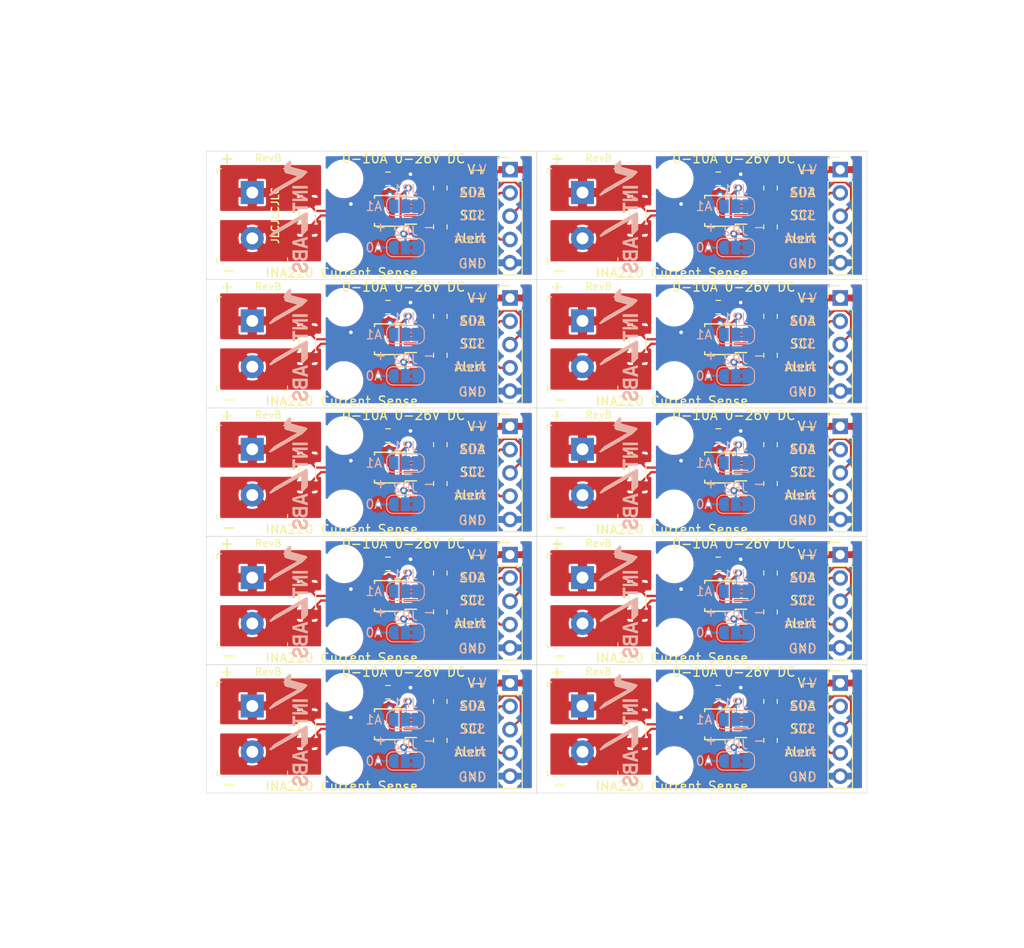
<source format=kicad_pcb>
(kicad_pcb (version 20171130) (host pcbnew 5.1.10)
  (layers (0 F.Cu signal) (31 B.Cu signal) (34 B.Paste user) (35 F.Paste user) (36 B.SilkS user) (37 F.SilkS user) (38 B.Mask user) (39 F.Mask user) (44 Edge.Cuts user))
  (net 0 "")
  (net 1 GND)
  (net 2 +3V3)
  (net 3 !ALERT)
  (net 4 SCL)
  (net 5 SDA)
  (net 6 Load-)
  (net 7 Load+)
  (net 8 A1)
  (net 9 A0)
  (module MountingHole:MountingHole_3.2mm_M3 (layer F.Cu) (at 114.75 63.25)
    (fp_text reference REF** hide)
    (fp_text value MountingHole_3.2mm_M3)
    (pad 1 np_thru_hole circle (at 0 0) (size 3.2 3.2) (drill 3.2) (layers *.Cu *.Mask))
  )
  (module MountingHole:MountingHole_3.2mm_M3 (layer F.Cu) (at 114.75 71.25)
    (fp_text reference REF** hide)
    (fp_text value MountingHole_3.2mm_M3)
    (pad 1 np_thru_hole circle (at 0 0) (size 3.2 3.2) (drill 3.2) (layers *.Cu *.Mask))
  )
  (module CurrentSenseModule:logo-name-4mm (layer B.Cu) (at 108.75 67.5 270)
    (fp_text reference G*** hide)
    (fp_text value LOGO hide)
  )
  (module Package_SO:MSOP-10_3x3mm_P0.5mm (layer F.Cu) (at 119.75 66.75 180)
    (fp_text reference U1 hide)
    (fp_text value INA220)
    (pad 10 smd rect (at 2.2 -1 180) (size 1.4 0.3) (layers F.Cu F.Paste F.Mask) (net 7 Load+))
    (pad 9 smd rect (at 2.2 -0.5 180) (size 1.4 0.3) (layers F.Cu F.Paste F.Mask) (net 6 Load-))
    (pad 8 smd rect (at 2.2 0 180) (size 1.4 0.3) (layers F.Cu F.Paste F.Mask) (net 7 Load+))
    (pad 7 smd rect (at 2.2 0.5 180) (size 1.4 0.3) (layers F.Cu F.Paste F.Mask) (net 1 GND))
    (pad 6 smd rect (at 2.2 1 180) (size 1.4 0.3) (layers F.Cu F.Paste F.Mask) (net 2 +3V3))
    (pad 5 smd rect (at -2.2 1 180) (size 1.4 0.3) (layers F.Cu F.Paste F.Mask) (net 4 SCL))
    (pad 4 smd rect (at -2.2 0.5 180) (size 1.4 0.3) (layers F.Cu F.Paste F.Mask) (net 5 SDA))
    (pad 3 smd rect (at -2.2 0 180) (size 1.4 0.3) (layers F.Cu F.Paste F.Mask) (net 3 !ALERT))
    (pad 2 smd rect (at -2.2 -0.5 180) (size 1.4 0.3) (layers F.Cu F.Paste F.Mask) (net 9 A0))
    (pad 1 smd rect (at -2.2 -1 180) (size 1.4 0.3) (layers F.Cu F.Paste F.Mask) (net 8 A1))
  )
  (module Resistor_SMD:R_0805_2012Metric (layer F.Cu) (at 125.25 64.25 270)
    (fp_text reference R3 hide)
    (fp_text value 10k)
    (pad 2 smd roundrect (at 0.9125 0 270) (size 1.025 1.4) (layers F.Cu F.Paste F.Mask) (roundrect_rratio 0.2439014634146341) (net 4 SCL))
    (pad 1 smd roundrect (at -0.9125 0 270) (size 1.025 1.4) (layers F.Cu F.Paste F.Mask) (roundrect_rratio 0.2439014634146341) (net 2 +3V3))
  )
  (module Resistor_SMD:R_0805_2012Metric (layer F.Cu) (at 125.25 68.5 90)
    (fp_text reference R2 hide)
    (fp_text value 10k)
    (pad 2 smd roundrect (at 0.9125 0 90) (size 1.025 1.4) (layers F.Cu F.Paste F.Mask) (roundrect_rratio 0.2439014634146341) (net 5 SDA))
    (pad 1 smd roundrect (at -0.9125 0 90) (size 1.025 1.4) (layers F.Cu F.Paste F.Mask) (roundrect_rratio 0.2439014634146341) (net 2 +3V3))
  )
  (module Resistor_SMD:R_1206_3216Metric (layer F.Cu) (at 110.75 67.2875 270)
    (fp_text reference R1 hide)
    (fp_text value 5mΩ)
    (pad 2 smd roundrect (at 1.4625 0 270) (size 1.125 1.75) (layers F.Cu F.Paste F.Mask) (roundrect_rratio 0.2222213333333333) (net 6 Load-))
    (pad 1 smd roundrect (at -1.4625 0 270) (size 1.125 1.75) (layers F.Cu F.Paste F.Mask) (roundrect_rratio 0.2222213333333333) (net 7 Load+))
  )
  (module Jumper:SolderJumper-3_P1.3mm_Bridged2Bar12_RoundedPad1.0x1.5mm_NumberLabels (layer B.Cu) (at 121.45 70.75 180)
    (fp_text reference JP2 (at 0 1.8) (layer B.SilkS) (effects (justify mirror)))
    (fp_text value SolderJumper_3_Bridged12)
    (fp_poly (pts (xy -0.9 -0.2) (xy -0.4 -0.2) (xy -0.4 -0.6) (xy -0.9 -0.6)) (layer B.Cu) (width 0))
    (fp_poly (pts (xy -0.9 0.6) (xy -0.4 0.6) (xy -0.4 0.2) (xy -0.9 0.2)) (layer B.Cu) (width 0))
    (pad 1 smd custom (at -1.3 0 180) (size 1 0.5) (layers B.Cu B.Mask) (net 1 GND) (options (clearance outline) (anchor rect)) (primitives (gr_circle (center 0 -0.25) (end 0.5 -0.25) (width 0)) (gr_circle (center 0 0.25) (end 0.5 0.25) (width 0)) (gr_poly (pts (xy 0.55 0.75) (xy 0 0.75) (xy 0 -0.75) (xy 0.55 -0.75)) (width 0))))
    (pad 2 smd rect (at 0 0 180) (size 1 1.5) (layers B.Cu B.Mask) (net 9 A0))
    (pad 3 smd custom (at 1.3 0 180) (size 1 0.5) (layers B.Cu B.Mask) (net 2 +3V3) (options (clearance outline) (anchor rect)) (primitives (gr_circle (center 0 -0.25) (end 0.5 -0.25) (width 0)) (gr_circle (center 0 0.25) (end 0.5 0.25) (width 0)) (gr_poly (pts (xy -0.55 0.75) (xy 0 0.75) (xy 0 -0.75) (xy -0.55 -0.75)) (width 0))))
  )
  (module Jumper:SolderJumper-3_P1.3mm_Bridged2Bar12_RoundedPad1.0x1.5mm_NumberLabels (layer B.Cu) (at 121.45 66.25 180)
    (fp_text reference JP1 (at 0 1.8) (layer B.SilkS) (effects (justify mirror)))
    (fp_text value SolderJumper_3_Bridged12)
    (fp_poly (pts (xy -0.9 -0.2) (xy -0.4 -0.2) (xy -0.4 -0.6) (xy -0.9 -0.6)) (layer B.Cu) (width 0))
    (fp_poly (pts (xy -0.9 0.6) (xy -0.4 0.6) (xy -0.4 0.2) (xy -0.9 0.2)) (layer B.Cu) (width 0))
    (pad 1 smd custom (at -1.3 0 180) (size 1 0.5) (layers B.Cu B.Mask) (net 1 GND) (options (clearance outline) (anchor rect)) (primitives (gr_circle (center 0 -0.25) (end 0.5 -0.25) (width 0)) (gr_circle (center 0 0.25) (end 0.5 0.25) (width 0)) (gr_poly (pts (xy 0.55 0.75) (xy 0 0.75) (xy 0 -0.75) (xy 0.55 -0.75)) (width 0))))
    (pad 2 smd rect (at 0 0 180) (size 1 1.5) (layers B.Cu B.Mask) (net 8 A1))
    (pad 3 smd custom (at 1.3 0 180) (size 1 0.5) (layers B.Cu B.Mask) (net 2 +3V3) (options (clearance outline) (anchor rect)) (primitives (gr_circle (center 0 -0.25) (end 0.5 -0.25) (width 0)) (gr_circle (center 0 0.25) (end 0.5 0.25) (width 0)) (gr_poly (pts (xy -0.55 0.75) (xy 0 0.75) (xy 0 -0.75) (xy -0.55 -0.75)) (width 0))))
  )
  (module digikey-footprints:Term_Block_1x2_P5mm (layer F.Cu) (at 104.75 64.75 270)
    (fp_text reference J2 hide)
    (fp_text value Screw_Terminal_01x02)
    (pad 2 thru_hole circle (at 5 0 270) (size 2.5 2.5) (drill 1.3) (layers *.Cu *.Mask) (net 6 Load-))
    (pad 1 thru_hole rect (at 0 0 270) (size 2.5 2.5) (drill 1.3) (layers *.Cu *.Mask) (net 7 Load+))
  )
  (module Connector_PinHeader_2.54mm:PinHeader_1x05_P2.54mm_Vertical (layer F.Cu) (at 132.85 62.25)
    (fp_text reference J1 hide)
    (fp_text value Conn_01x05_Female)
    (pad 5 thru_hole oval (at 0 10.16) (size 1.7 1.7) (drill 1) (layers *.Cu *.Mask) (net 1 GND))
    (pad 4 thru_hole oval (at 0 7.62) (size 1.7 1.7) (drill 1) (layers *.Cu *.Mask) (net 3 !ALERT))
    (pad 3 thru_hole oval (at 0 5.08) (size 1.7 1.7) (drill 1) (layers *.Cu *.Mask) (net 4 SCL))
    (pad 2 thru_hole oval (at 0 2.54) (size 1.7 1.7) (drill 1) (layers *.Cu *.Mask) (net 5 SDA))
    (pad 1 thru_hole rect (at 0 0) (size 1.7 1.7) (drill 1) (layers *.Cu *.Mask) (net 2 +3V3))
  )
  (module Capacitor_SMD:C_0805_2012Metric (layer F.Cu) (at 119.55 63.25)
    (fp_text reference C1 hide)
    (fp_text value 0.1uF)
    (pad 2 smd roundrect (at 0.95 0) (size 1 1.45) (layers F.Cu F.Paste F.Mask) (net 1 GND))
    (pad 1 smd roundrect (at -0.95 0) (size 1 1.45) (layers F.Cu F.Paste F.Mask) (net 2 +3V3))
  )
  (module MountingHole:MountingHole_3.2mm_M3 (layer F.Cu) (at 114.75 77.25)
    (fp_text reference REF** hide)
    (fp_text value MountingHole_3.2mm_M3)
    (pad 1 np_thru_hole circle (at 0 0) (size 3.2 3.2) (drill 3.2) (layers *.Cu *.Mask))
  )
  (module MountingHole:MountingHole_3.2mm_M3 (layer F.Cu) (at 114.75 85.25)
    (fp_text reference REF** hide)
    (fp_text value MountingHole_3.2mm_M3)
    (pad 1 np_thru_hole circle (at 0 0) (size 3.2 3.2) (drill 3.2) (layers *.Cu *.Mask))
  )
  (module CurrentSenseModule:logo-name-4mm (layer B.Cu) (at 108.75 81.5 270)
    (fp_text reference G*** hide)
    (fp_text value LOGO hide)
  )
  (module Package_SO:MSOP-10_3x3mm_P0.5mm (layer F.Cu) (at 119.75 80.75 180)
    (fp_text reference U1 hide)
    (fp_text value INA220)
    (pad 10 smd rect (at 2.2 -1 180) (size 1.4 0.3) (layers F.Cu F.Paste F.Mask) (net 7 Load+))
    (pad 9 smd rect (at 2.2 -0.5 180) (size 1.4 0.3) (layers F.Cu F.Paste F.Mask) (net 6 Load-))
    (pad 8 smd rect (at 2.2 0 180) (size 1.4 0.3) (layers F.Cu F.Paste F.Mask) (net 7 Load+))
    (pad 7 smd rect (at 2.2 0.5 180) (size 1.4 0.3) (layers F.Cu F.Paste F.Mask) (net 1 GND))
    (pad 6 smd rect (at 2.2 1 180) (size 1.4 0.3) (layers F.Cu F.Paste F.Mask) (net 2 +3V3))
    (pad 5 smd rect (at -2.2 1 180) (size 1.4 0.3) (layers F.Cu F.Paste F.Mask) (net 4 SCL))
    (pad 4 smd rect (at -2.2 0.5 180) (size 1.4 0.3) (layers F.Cu F.Paste F.Mask) (net 5 SDA))
    (pad 3 smd rect (at -2.2 0 180) (size 1.4 0.3) (layers F.Cu F.Paste F.Mask) (net 3 !ALERT))
    (pad 2 smd rect (at -2.2 -0.5 180) (size 1.4 0.3) (layers F.Cu F.Paste F.Mask) (net 9 A0))
    (pad 1 smd rect (at -2.2 -1 180) (size 1.4 0.3) (layers F.Cu F.Paste F.Mask) (net 8 A1))
  )
  (module Resistor_SMD:R_0805_2012Metric (layer F.Cu) (at 125.25 78.25 270)
    (fp_text reference R3 hide)
    (fp_text value 10k)
    (pad 2 smd roundrect (at 0.9125 0 270) (size 1.025 1.4) (layers F.Cu F.Paste F.Mask) (roundrect_rratio 0.2439014634146341) (net 4 SCL))
    (pad 1 smd roundrect (at -0.9125 0 270) (size 1.025 1.4) (layers F.Cu F.Paste F.Mask) (roundrect_rratio 0.2439014634146341) (net 2 +3V3))
  )
  (module Resistor_SMD:R_0805_2012Metric (layer F.Cu) (at 125.25 82.5 90)
    (fp_text reference R2 hide)
    (fp_text value 10k)
    (pad 2 smd roundrect (at 0.9125 0 90) (size 1.025 1.4) (layers F.Cu F.Paste F.Mask) (roundrect_rratio 0.2439014634146341) (net 5 SDA))
    (pad 1 smd roundrect (at -0.9125 0 90) (size 1.025 1.4) (layers F.Cu F.Paste F.Mask) (roundrect_rratio 0.2439014634146341) (net 2 +3V3))
  )
  (module Resistor_SMD:R_1206_3216Metric (layer F.Cu) (at 110.75 81.2875 270)
    (fp_text reference R1 hide)
    (fp_text value 5mΩ)
    (pad 2 smd roundrect (at 1.4625 0 270) (size 1.125 1.75) (layers F.Cu F.Paste F.Mask) (roundrect_rratio 0.2222213333333333) (net 6 Load-))
    (pad 1 smd roundrect (at -1.4625 0 270) (size 1.125 1.75) (layers F.Cu F.Paste F.Mask) (roundrect_rratio 0.2222213333333333) (net 7 Load+))
  )
  (module Jumper:SolderJumper-3_P1.3mm_Bridged2Bar12_RoundedPad1.0x1.5mm_NumberLabels (layer B.Cu) (at 121.45 84.75 180)
    (fp_text reference JP2 (at 0 1.8) (layer B.SilkS) (effects (justify mirror)))
    (fp_text value SolderJumper_3_Bridged12)
    (fp_poly (pts (xy -0.9 -0.2) (xy -0.4 -0.2) (xy -0.4 -0.6) (xy -0.9 -0.6)) (layer B.Cu) (width 0))
    (fp_poly (pts (xy -0.9 0.6) (xy -0.4 0.6) (xy -0.4 0.2) (xy -0.9 0.2)) (layer B.Cu) (width 0))
    (pad 1 smd custom (at -1.3 0 180) (size 1 0.5) (layers B.Cu B.Mask) (net 1 GND) (options (clearance outline) (anchor rect)) (primitives (gr_circle (center 0 -0.25) (end 0.5 -0.25) (width 0)) (gr_circle (center 0 0.25) (end 0.5 0.25) (width 0)) (gr_poly (pts (xy 0.55 0.75) (xy 0 0.75) (xy 0 -0.75) (xy 0.55 -0.75)) (width 0))))
    (pad 2 smd rect (at 0 0 180) (size 1 1.5) (layers B.Cu B.Mask) (net 9 A0))
    (pad 3 smd custom (at 1.3 0 180) (size 1 0.5) (layers B.Cu B.Mask) (net 2 +3V3) (options (clearance outline) (anchor rect)) (primitives (gr_circle (center 0 -0.25) (end 0.5 -0.25) (width 0)) (gr_circle (center 0 0.25) (end 0.5 0.25) (width 0)) (gr_poly (pts (xy -0.55 0.75) (xy 0 0.75) (xy 0 -0.75) (xy -0.55 -0.75)) (width 0))))
  )
  (module Jumper:SolderJumper-3_P1.3mm_Bridged2Bar12_RoundedPad1.0x1.5mm_NumberLabels (layer B.Cu) (at 121.45 80.25 180)
    (fp_text reference JP1 (at 0 1.8) (layer B.SilkS) (effects (justify mirror)))
    (fp_text value SolderJumper_3_Bridged12)
    (fp_poly (pts (xy -0.9 -0.2) (xy -0.4 -0.2) (xy -0.4 -0.6) (xy -0.9 -0.6)) (layer B.Cu) (width 0))
    (fp_poly (pts (xy -0.9 0.6) (xy -0.4 0.6) (xy -0.4 0.2) (xy -0.9 0.2)) (layer B.Cu) (width 0))
    (pad 1 smd custom (at -1.3 0 180) (size 1 0.5) (layers B.Cu B.Mask) (net 1 GND) (options (clearance outline) (anchor rect)) (primitives (gr_circle (center 0 -0.25) (end 0.5 -0.25) (width 0)) (gr_circle (center 0 0.25) (end 0.5 0.25) (width 0)) (gr_poly (pts (xy 0.55 0.75) (xy 0 0.75) (xy 0 -0.75) (xy 0.55 -0.75)) (width 0))))
    (pad 2 smd rect (at 0 0 180) (size 1 1.5) (layers B.Cu B.Mask) (net 8 A1))
    (pad 3 smd custom (at 1.3 0 180) (size 1 0.5) (layers B.Cu B.Mask) (net 2 +3V3) (options (clearance outline) (anchor rect)) (primitives (gr_circle (center 0 -0.25) (end 0.5 -0.25) (width 0)) (gr_circle (center 0 0.25) (end 0.5 0.25) (width 0)) (gr_poly (pts (xy -0.55 0.75) (xy 0 0.75) (xy 0 -0.75) (xy -0.55 -0.75)) (width 0))))
  )
  (module digikey-footprints:Term_Block_1x2_P5mm (layer F.Cu) (at 104.75 78.75 270)
    (fp_text reference J2 hide)
    (fp_text value Screw_Terminal_01x02)
    (pad 2 thru_hole circle (at 5 0 270) (size 2.5 2.5) (drill 1.3) (layers *.Cu *.Mask) (net 6 Load-))
    (pad 1 thru_hole rect (at 0 0 270) (size 2.5 2.5) (drill 1.3) (layers *.Cu *.Mask) (net 7 Load+))
  )
  (module Connector_PinHeader_2.54mm:PinHeader_1x05_P2.54mm_Vertical (layer F.Cu) (at 132.85 76.25)
    (fp_text reference J1 hide)
    (fp_text value Conn_01x05_Female)
    (pad 5 thru_hole oval (at 0 10.16) (size 1.7 1.7) (drill 1) (layers *.Cu *.Mask) (net 1 GND))
    (pad 4 thru_hole oval (at 0 7.62) (size 1.7 1.7) (drill 1) (layers *.Cu *.Mask) (net 3 !ALERT))
    (pad 3 thru_hole oval (at 0 5.08) (size 1.7 1.7) (drill 1) (layers *.Cu *.Mask) (net 4 SCL))
    (pad 2 thru_hole oval (at 0 2.54) (size 1.7 1.7) (drill 1) (layers *.Cu *.Mask) (net 5 SDA))
    (pad 1 thru_hole rect (at 0 0) (size 1.7 1.7) (drill 1) (layers *.Cu *.Mask) (net 2 +3V3))
  )
  (module Capacitor_SMD:C_0805_2012Metric (layer F.Cu) (at 119.55 77.25)
    (fp_text reference C1 hide)
    (fp_text value 0.1uF)
    (pad 2 smd roundrect (at 0.95 0) (size 1 1.45) (layers F.Cu F.Paste F.Mask) (net 1 GND))
    (pad 1 smd roundrect (at -0.95 0) (size 1 1.45) (layers F.Cu F.Paste F.Mask) (net 2 +3V3))
  )
  (module MountingHole:MountingHole_3.2mm_M3 (layer F.Cu) (at 150.75 63.25)
    (fp_text reference REF** hide)
    (fp_text value MountingHole_3.2mm_M3)
    (pad 1 np_thru_hole circle (at 0 0) (size 3.2 3.2) (drill 3.2) (layers *.Cu *.Mask))
  )
  (module MountingHole:MountingHole_3.2mm_M3 (layer F.Cu) (at 150.75 71.25)
    (fp_text reference REF** hide)
    (fp_text value MountingHole_3.2mm_M3)
    (pad 1 np_thru_hole circle (at 0 0) (size 3.2 3.2) (drill 3.2) (layers *.Cu *.Mask))
  )
  (module CurrentSenseModule:logo-name-4mm (layer B.Cu) (at 144.75 67.5 270)
    (fp_text reference G*** hide)
    (fp_text value LOGO hide)
  )
  (module Package_SO:MSOP-10_3x3mm_P0.5mm (layer F.Cu) (at 155.75 66.75 180)
    (fp_text reference U1 hide)
    (fp_text value INA220)
    (pad 10 smd rect (at 2.2 -1 180) (size 1.4 0.3) (layers F.Cu F.Paste F.Mask) (net 7 Load+))
    (pad 9 smd rect (at 2.2 -0.5 180) (size 1.4 0.3) (layers F.Cu F.Paste F.Mask) (net 6 Load-))
    (pad 8 smd rect (at 2.2 0 180) (size 1.4 0.3) (layers F.Cu F.Paste F.Mask) (net 7 Load+))
    (pad 7 smd rect (at 2.2 0.5 180) (size 1.4 0.3) (layers F.Cu F.Paste F.Mask) (net 1 GND))
    (pad 6 smd rect (at 2.2 1 180) (size 1.4 0.3) (layers F.Cu F.Paste F.Mask) (net 2 +3V3))
    (pad 5 smd rect (at -2.2 1 180) (size 1.4 0.3) (layers F.Cu F.Paste F.Mask) (net 4 SCL))
    (pad 4 smd rect (at -2.2 0.5 180) (size 1.4 0.3) (layers F.Cu F.Paste F.Mask) (net 5 SDA))
    (pad 3 smd rect (at -2.2 0 180) (size 1.4 0.3) (layers F.Cu F.Paste F.Mask) (net 3 !ALERT))
    (pad 2 smd rect (at -2.2 -0.5 180) (size 1.4 0.3) (layers F.Cu F.Paste F.Mask) (net 9 A0))
    (pad 1 smd rect (at -2.2 -1 180) (size 1.4 0.3) (layers F.Cu F.Paste F.Mask) (net 8 A1))
  )
  (module Resistor_SMD:R_0805_2012Metric (layer F.Cu) (at 161.25 64.25 270)
    (fp_text reference R3 hide)
    (fp_text value 10k)
    (pad 2 smd roundrect (at 0.9125 0 270) (size 1.025 1.4) (layers F.Cu F.Paste F.Mask) (roundrect_rratio 0.2439014634146341) (net 4 SCL))
    (pad 1 smd roundrect (at -0.9125 0 270) (size 1.025 1.4) (layers F.Cu F.Paste F.Mask) (roundrect_rratio 0.2439014634146341) (net 2 +3V3))
  )
  (module Resistor_SMD:R_0805_2012Metric (layer F.Cu) (at 161.25 68.5 90)
    (fp_text reference R2 hide)
    (fp_text value 10k)
    (pad 2 smd roundrect (at 0.9125 0 90) (size 1.025 1.4) (layers F.Cu F.Paste F.Mask) (roundrect_rratio 0.2439014634146341) (net 5 SDA))
    (pad 1 smd roundrect (at -0.9125 0 90) (size 1.025 1.4) (layers F.Cu F.Paste F.Mask) (roundrect_rratio 0.2439014634146341) (net 2 +3V3))
  )
  (module Resistor_SMD:R_1206_3216Metric (layer F.Cu) (at 146.75 67.2875 270)
    (fp_text reference R1 hide)
    (fp_text value 5mΩ)
    (pad 2 smd roundrect (at 1.4625 0 270) (size 1.125 1.75) (layers F.Cu F.Paste F.Mask) (roundrect_rratio 0.2222213333333333) (net 6 Load-))
    (pad 1 smd roundrect (at -1.4625 0 270) (size 1.125 1.75) (layers F.Cu F.Paste F.Mask) (roundrect_rratio 0.2222213333333333) (net 7 Load+))
  )
  (module Jumper:SolderJumper-3_P1.3mm_Bridged2Bar12_RoundedPad1.0x1.5mm_NumberLabels (layer B.Cu) (at 157.45 70.75 180)
    (fp_text reference JP2 (at 0 1.8) (layer B.SilkS) (effects (justify mirror)))
    (fp_text value SolderJumper_3_Bridged12)
    (fp_poly (pts (xy -0.9 -0.2) (xy -0.4 -0.2) (xy -0.4 -0.6) (xy -0.9 -0.6)) (layer B.Cu) (width 0))
    (fp_poly (pts (xy -0.9 0.6) (xy -0.4 0.6) (xy -0.4 0.2) (xy -0.9 0.2)) (layer B.Cu) (width 0))
    (pad 1 smd custom (at -1.3 0 180) (size 1 0.5) (layers B.Cu B.Mask) (net 1 GND) (options (clearance outline) (anchor rect)) (primitives (gr_circle (center 0 -0.25) (end 0.5 -0.25) (width 0)) (gr_circle (center 0 0.25) (end 0.5 0.25) (width 0)) (gr_poly (pts (xy 0.55 0.75) (xy 0 0.75) (xy 0 -0.75) (xy 0.55 -0.75)) (width 0))))
    (pad 2 smd rect (at 0 0 180) (size 1 1.5) (layers B.Cu B.Mask) (net 9 A0))
    (pad 3 smd custom (at 1.3 0 180) (size 1 0.5) (layers B.Cu B.Mask) (net 2 +3V3) (options (clearance outline) (anchor rect)) (primitives (gr_circle (center 0 -0.25) (end 0.5 -0.25) (width 0)) (gr_circle (center 0 0.25) (end 0.5 0.25) (width 0)) (gr_poly (pts (xy -0.55 0.75) (xy 0 0.75) (xy 0 -0.75) (xy -0.55 -0.75)) (width 0))))
  )
  (module Jumper:SolderJumper-3_P1.3mm_Bridged2Bar12_RoundedPad1.0x1.5mm_NumberLabels (layer B.Cu) (at 157.45 66.25 180)
    (fp_text reference JP1 (at 0 1.8) (layer B.SilkS) (effects (justify mirror)))
    (fp_text value SolderJumper_3_Bridged12)
    (fp_poly (pts (xy -0.9 -0.2) (xy -0.4 -0.2) (xy -0.4 -0.6) (xy -0.9 -0.6)) (layer B.Cu) (width 0))
    (fp_poly (pts (xy -0.9 0.6) (xy -0.4 0.6) (xy -0.4 0.2) (xy -0.9 0.2)) (layer B.Cu) (width 0))
    (pad 1 smd custom (at -1.3 0 180) (size 1 0.5) (layers B.Cu B.Mask) (net 1 GND) (options (clearance outline) (anchor rect)) (primitives (gr_circle (center 0 -0.25) (end 0.5 -0.25) (width 0)) (gr_circle (center 0 0.25) (end 0.5 0.25) (width 0)) (gr_poly (pts (xy 0.55 0.75) (xy 0 0.75) (xy 0 -0.75) (xy 0.55 -0.75)) (width 0))))
    (pad 2 smd rect (at 0 0 180) (size 1 1.5) (layers B.Cu B.Mask) (net 8 A1))
    (pad 3 smd custom (at 1.3 0 180) (size 1 0.5) (layers B.Cu B.Mask) (net 2 +3V3) (options (clearance outline) (anchor rect)) (primitives (gr_circle (center 0 -0.25) (end 0.5 -0.25) (width 0)) (gr_circle (center 0 0.25) (end 0.5 0.25) (width 0)) (gr_poly (pts (xy -0.55 0.75) (xy 0 0.75) (xy 0 -0.75) (xy -0.55 -0.75)) (width 0))))
  )
  (module digikey-footprints:Term_Block_1x2_P5mm (layer F.Cu) (at 140.75 64.75 270)
    (fp_text reference J2 hide)
    (fp_text value Screw_Terminal_01x02)
    (pad 2 thru_hole circle (at 5 0 270) (size 2.5 2.5) (drill 1.3) (layers *.Cu *.Mask) (net 6 Load-))
    (pad 1 thru_hole rect (at 0 0 270) (size 2.5 2.5) (drill 1.3) (layers *.Cu *.Mask) (net 7 Load+))
  )
  (module Connector_PinHeader_2.54mm:PinHeader_1x05_P2.54mm_Vertical (layer F.Cu) (at 168.85 62.25)
    (fp_text reference J1 hide)
    (fp_text value Conn_01x05_Female)
    (pad 5 thru_hole oval (at 0 10.16) (size 1.7 1.7) (drill 1) (layers *.Cu *.Mask) (net 1 GND))
    (pad 4 thru_hole oval (at 0 7.62) (size 1.7 1.7) (drill 1) (layers *.Cu *.Mask) (net 3 !ALERT))
    (pad 3 thru_hole oval (at 0 5.08) (size 1.7 1.7) (drill 1) (layers *.Cu *.Mask) (net 4 SCL))
    (pad 2 thru_hole oval (at 0 2.54) (size 1.7 1.7) (drill 1) (layers *.Cu *.Mask) (net 5 SDA))
    (pad 1 thru_hole rect (at 0 0) (size 1.7 1.7) (drill 1) (layers *.Cu *.Mask) (net 2 +3V3))
  )
  (module Capacitor_SMD:C_0805_2012Metric (layer F.Cu) (at 155.55 63.25)
    (fp_text reference C1 hide)
    (fp_text value 0.1uF)
    (pad 2 smd roundrect (at 0.95 0) (size 1 1.45) (layers F.Cu F.Paste F.Mask) (net 1 GND))
    (pad 1 smd roundrect (at -0.95 0) (size 1 1.45) (layers F.Cu F.Paste F.Mask) (net 2 +3V3))
  )
  (module MountingHole:MountingHole_3.2mm_M3 (layer F.Cu) (at 150.75 77.25)
    (fp_text reference REF** hide)
    (fp_text value MountingHole_3.2mm_M3)
    (pad 1 np_thru_hole circle (at 0 0) (size 3.2 3.2) (drill 3.2) (layers *.Cu *.Mask))
  )
  (module MountingHole:MountingHole_3.2mm_M3 (layer F.Cu) (at 150.75 85.25)
    (fp_text reference REF** hide)
    (fp_text value MountingHole_3.2mm_M3)
    (pad 1 np_thru_hole circle (at 0 0) (size 3.2 3.2) (drill 3.2) (layers *.Cu *.Mask))
  )
  (module CurrentSenseModule:logo-name-4mm (layer B.Cu) (at 144.75 81.5 270)
    (fp_text reference G*** hide)
    (fp_text value LOGO hide)
  )
  (module Package_SO:MSOP-10_3x3mm_P0.5mm (layer F.Cu) (at 155.75 80.75 180)
    (fp_text reference U1 hide)
    (fp_text value INA220)
    (pad 10 smd rect (at 2.2 -1 180) (size 1.4 0.3) (layers F.Cu F.Paste F.Mask) (net 7 Load+))
    (pad 9 smd rect (at 2.2 -0.5 180) (size 1.4 0.3) (layers F.Cu F.Paste F.Mask) (net 6 Load-))
    (pad 8 smd rect (at 2.2 0 180) (size 1.4 0.3) (layers F.Cu F.Paste F.Mask) (net 7 Load+))
    (pad 7 smd rect (at 2.2 0.5 180) (size 1.4 0.3) (layers F.Cu F.Paste F.Mask) (net 1 GND))
    (pad 6 smd rect (at 2.2 1 180) (size 1.4 0.3) (layers F.Cu F.Paste F.Mask) (net 2 +3V3))
    (pad 5 smd rect (at -2.2 1 180) (size 1.4 0.3) (layers F.Cu F.Paste F.Mask) (net 4 SCL))
    (pad 4 smd rect (at -2.2 0.5 180) (size 1.4 0.3) (layers F.Cu F.Paste F.Mask) (net 5 SDA))
    (pad 3 smd rect (at -2.2 0 180) (size 1.4 0.3) (layers F.Cu F.Paste F.Mask) (net 3 !ALERT))
    (pad 2 smd rect (at -2.2 -0.5 180) (size 1.4 0.3) (layers F.Cu F.Paste F.Mask) (net 9 A0))
    (pad 1 smd rect (at -2.2 -1 180) (size 1.4 0.3) (layers F.Cu F.Paste F.Mask) (net 8 A1))
  )
  (module Resistor_SMD:R_0805_2012Metric (layer F.Cu) (at 161.25 78.25 270)
    (fp_text reference R3 hide)
    (fp_text value 10k)
    (pad 2 smd roundrect (at 0.9125 0 270) (size 1.025 1.4) (layers F.Cu F.Paste F.Mask) (roundrect_rratio 0.2439014634146341) (net 4 SCL))
    (pad 1 smd roundrect (at -0.9125 0 270) (size 1.025 1.4) (layers F.Cu F.Paste F.Mask) (roundrect_rratio 0.2439014634146341) (net 2 +3V3))
  )
  (module Resistor_SMD:R_0805_2012Metric (layer F.Cu) (at 161.25 82.5 90)
    (fp_text reference R2 hide)
    (fp_text value 10k)
    (pad 2 smd roundrect (at 0.9125 0 90) (size 1.025 1.4) (layers F.Cu F.Paste F.Mask) (roundrect_rratio 0.2439014634146341) (net 5 SDA))
    (pad 1 smd roundrect (at -0.9125 0 90) (size 1.025 1.4) (layers F.Cu F.Paste F.Mask) (roundrect_rratio 0.2439014634146341) (net 2 +3V3))
  )
  (module Resistor_SMD:R_1206_3216Metric (layer F.Cu) (at 146.75 81.2875 270)
    (fp_text reference R1 hide)
    (fp_text value 5mΩ)
    (pad 2 smd roundrect (at 1.4625 0 270) (size 1.125 1.75) (layers F.Cu F.Paste F.Mask) (roundrect_rratio 0.2222213333333333) (net 6 Load-))
    (pad 1 smd roundrect (at -1.4625 0 270) (size 1.125 1.75) (layers F.Cu F.Paste F.Mask) (roundrect_rratio 0.2222213333333333) (net 7 Load+))
  )
  (module Jumper:SolderJumper-3_P1.3mm_Bridged2Bar12_RoundedPad1.0x1.5mm_NumberLabels (layer B.Cu) (at 157.45 84.75 180)
    (fp_text reference JP2 (at 0 1.8) (layer B.SilkS) (effects (justify mirror)))
    (fp_text value SolderJumper_3_Bridged12)
    (fp_poly (pts (xy -0.9 -0.2) (xy -0.4 -0.2) (xy -0.4 -0.6) (xy -0.9 -0.6)) (layer B.Cu) (width 0))
    (fp_poly (pts (xy -0.9 0.6) (xy -0.4 0.6) (xy -0.4 0.2) (xy -0.9 0.2)) (layer B.Cu) (width 0))
    (pad 1 smd custom (at -1.3 0 180) (size 1 0.5) (layers B.Cu B.Mask) (net 1 GND) (options (clearance outline) (anchor rect)) (primitives (gr_circle (center 0 -0.25) (end 0.5 -0.25) (width 0)) (gr_circle (center 0 0.25) (end 0.5 0.25) (width 0)) (gr_poly (pts (xy 0.55 0.75) (xy 0 0.75) (xy 0 -0.75) (xy 0.55 -0.75)) (width 0))))
    (pad 2 smd rect (at 0 0 180) (size 1 1.5) (layers B.Cu B.Mask) (net 9 A0))
    (pad 3 smd custom (at 1.3 0 180) (size 1 0.5) (layers B.Cu B.Mask) (net 2 +3V3) (options (clearance outline) (anchor rect)) (primitives (gr_circle (center 0 -0.25) (end 0.5 -0.25) (width 0)) (gr_circle (center 0 0.25) (end 0.5 0.25) (width 0)) (gr_poly (pts (xy -0.55 0.75) (xy 0 0.75) (xy 0 -0.75) (xy -0.55 -0.75)) (width 0))))
  )
  (module Jumper:SolderJumper-3_P1.3mm_Bridged2Bar12_RoundedPad1.0x1.5mm_NumberLabels (layer B.Cu) (at 157.45 80.25 180)
    (fp_text reference JP1 (at 0 1.8) (layer B.SilkS) (effects (justify mirror)))
    (fp_text value SolderJumper_3_Bridged12)
    (fp_poly (pts (xy -0.9 -0.2) (xy -0.4 -0.2) (xy -0.4 -0.6) (xy -0.9 -0.6)) (layer B.Cu) (width 0))
    (fp_poly (pts (xy -0.9 0.6) (xy -0.4 0.6) (xy -0.4 0.2) (xy -0.9 0.2)) (layer B.Cu) (width 0))
    (pad 1 smd custom (at -1.3 0 180) (size 1 0.5) (layers B.Cu B.Mask) (net 1 GND) (options (clearance outline) (anchor rect)) (primitives (gr_circle (center 0 -0.25) (end 0.5 -0.25) (width 0)) (gr_circle (center 0 0.25) (end 0.5 0.25) (width 0)) (gr_poly (pts (xy 0.55 0.75) (xy 0 0.75) (xy 0 -0.75) (xy 0.55 -0.75)) (width 0))))
    (pad 2 smd rect (at 0 0 180) (size 1 1.5) (layers B.Cu B.Mask) (net 8 A1))
    (pad 3 smd custom (at 1.3 0 180) (size 1 0.5) (layers B.Cu B.Mask) (net 2 +3V3) (options (clearance outline) (anchor rect)) (primitives (gr_circle (center 0 -0.25) (end 0.5 -0.25) (width 0)) (gr_circle (center 0 0.25) (end 0.5 0.25) (width 0)) (gr_poly (pts (xy -0.55 0.75) (xy 0 0.75) (xy 0 -0.75) (xy -0.55 -0.75)) (width 0))))
  )
  (module digikey-footprints:Term_Block_1x2_P5mm (layer F.Cu) (at 140.75 78.75 270)
    (fp_text reference J2 hide)
    (fp_text value Screw_Terminal_01x02)
    (pad 2 thru_hole circle (at 5 0 270) (size 2.5 2.5) (drill 1.3) (layers *.Cu *.Mask) (net 6 Load-))
    (pad 1 thru_hole rect (at 0 0 270) (size 2.5 2.5) (drill 1.3) (layers *.Cu *.Mask) (net 7 Load+))
  )
  (module Connector_PinHeader_2.54mm:PinHeader_1x05_P2.54mm_Vertical (layer F.Cu) (at 168.85 76.25)
    (fp_text reference J1 hide)
    (fp_text value Conn_01x05_Female)
    (pad 5 thru_hole oval (at 0 10.16) (size 1.7 1.7) (drill 1) (layers *.Cu *.Mask) (net 1 GND))
    (pad 4 thru_hole oval (at 0 7.62) (size 1.7 1.7) (drill 1) (layers *.Cu *.Mask) (net 3 !ALERT))
    (pad 3 thru_hole oval (at 0 5.08) (size 1.7 1.7) (drill 1) (layers *.Cu *.Mask) (net 4 SCL))
    (pad 2 thru_hole oval (at 0 2.54) (size 1.7 1.7) (drill 1) (layers *.Cu *.Mask) (net 5 SDA))
    (pad 1 thru_hole rect (at 0 0) (size 1.7 1.7) (drill 1) (layers *.Cu *.Mask) (net 2 +3V3))
  )
  (module Capacitor_SMD:C_0805_2012Metric (layer F.Cu) (at 155.55 77.25)
    (fp_text reference C1 hide)
    (fp_text value 0.1uF)
    (pad 2 smd roundrect (at 0.95 0) (size 1 1.45) (layers F.Cu F.Paste F.Mask) (net 1 GND))
    (pad 1 smd roundrect (at -0.95 0) (size 1 1.45) (layers F.Cu F.Paste F.Mask) (net 2 +3V3))
  )
  (module MountingHole:MountingHole_3.2mm_M3 (layer F.Cu) (at 114.75 91.25)
    (fp_text reference REF** hide)
    (fp_text value MountingHole_3.2mm_M3)
    (pad 1 np_thru_hole circle (at 0 0) (size 3.2 3.2) (drill 3.2) (layers *.Cu *.Mask))
  )
  (module MountingHole:MountingHole_3.2mm_M3 (layer F.Cu) (at 114.75 99.25)
    (fp_text reference REF** hide)
    (fp_text value MountingHole_3.2mm_M3)
    (pad 1 np_thru_hole circle (at 0 0) (size 3.2 3.2) (drill 3.2) (layers *.Cu *.Mask))
  )
  (module CurrentSenseModule:logo-name-4mm (layer B.Cu) (at 108.75 95.5 270)
    (fp_text reference G*** hide)
    (fp_text value LOGO hide)
  )
  (module Package_SO:MSOP-10_3x3mm_P0.5mm (layer F.Cu) (at 119.75 94.75 180)
    (fp_text reference U1 hide)
    (fp_text value INA220)
    (pad 10 smd rect (at 2.2 -1 180) (size 1.4 0.3) (layers F.Cu F.Paste F.Mask) (net 7 Load+))
    (pad 9 smd rect (at 2.2 -0.5 180) (size 1.4 0.3) (layers F.Cu F.Paste F.Mask) (net 6 Load-))
    (pad 8 smd rect (at 2.2 0 180) (size 1.4 0.3) (layers F.Cu F.Paste F.Mask) (net 7 Load+))
    (pad 7 smd rect (at 2.2 0.5 180) (size 1.4 0.3) (layers F.Cu F.Paste F.Mask) (net 1 GND))
    (pad 6 smd rect (at 2.2 1 180) (size 1.4 0.3) (layers F.Cu F.Paste F.Mask) (net 2 +3V3))
    (pad 5 smd rect (at -2.2 1 180) (size 1.4 0.3) (layers F.Cu F.Paste F.Mask) (net 4 SCL))
    (pad 4 smd rect (at -2.2 0.5 180) (size 1.4 0.3) (layers F.Cu F.Paste F.Mask) (net 5 SDA))
    (pad 3 smd rect (at -2.2 0 180) (size 1.4 0.3) (layers F.Cu F.Paste F.Mask) (net 3 !ALERT))
    (pad 2 smd rect (at -2.2 -0.5 180) (size 1.4 0.3) (layers F.Cu F.Paste F.Mask) (net 9 A0))
    (pad 1 smd rect (at -2.2 -1 180) (size 1.4 0.3) (layers F.Cu F.Paste F.Mask) (net 8 A1))
  )
  (module Resistor_SMD:R_0805_2012Metric (layer F.Cu) (at 125.25 92.25 270)
    (fp_text reference R3 hide)
    (fp_text value 10k)
    (pad 2 smd roundrect (at 0.9125 0 270) (size 1.025 1.4) (layers F.Cu F.Paste F.Mask) (roundrect_rratio 0.2439014634146341) (net 4 SCL))
    (pad 1 smd roundrect (at -0.9125 0 270) (size 1.025 1.4) (layers F.Cu F.Paste F.Mask) (roundrect_rratio 0.2439014634146341) (net 2 +3V3))
  )
  (module Resistor_SMD:R_0805_2012Metric (layer F.Cu) (at 125.25 96.5 90)
    (fp_text reference R2 hide)
    (fp_text value 10k)
    (pad 2 smd roundrect (at 0.9125 0 90) (size 1.025 1.4) (layers F.Cu F.Paste F.Mask) (roundrect_rratio 0.2439014634146341) (net 5 SDA))
    (pad 1 smd roundrect (at -0.9125 0 90) (size 1.025 1.4) (layers F.Cu F.Paste F.Mask) (roundrect_rratio 0.2439014634146341) (net 2 +3V3))
  )
  (module Resistor_SMD:R_1206_3216Metric (layer F.Cu) (at 110.75 95.2875 270)
    (fp_text reference R1 hide)
    (fp_text value 5mΩ)
    (pad 2 smd roundrect (at 1.4625 0 270) (size 1.125 1.75) (layers F.Cu F.Paste F.Mask) (roundrect_rratio 0.2222213333333333) (net 6 Load-))
    (pad 1 smd roundrect (at -1.4625 0 270) (size 1.125 1.75) (layers F.Cu F.Paste F.Mask) (roundrect_rratio 0.2222213333333333) (net 7 Load+))
  )
  (module Jumper:SolderJumper-3_P1.3mm_Bridged2Bar12_RoundedPad1.0x1.5mm_NumberLabels (layer B.Cu) (at 121.45 98.75 180)
    (fp_text reference JP2 (at 0 1.8) (layer B.SilkS) (effects (justify mirror)))
    (fp_text value SolderJumper_3_Bridged12)
    (fp_poly (pts (xy -0.9 -0.2) (xy -0.4 -0.2) (xy -0.4 -0.6) (xy -0.9 -0.6)) (layer B.Cu) (width 0))
    (fp_poly (pts (xy -0.9 0.6) (xy -0.4 0.6) (xy -0.4 0.2) (xy -0.9 0.2)) (layer B.Cu) (width 0))
    (pad 1 smd custom (at -1.3 0 180) (size 1 0.5) (layers B.Cu B.Mask) (net 1 GND) (options (clearance outline) (anchor rect)) (primitives (gr_circle (center 0 -0.25) (end 0.5 -0.25) (width 0)) (gr_circle (center 0 0.25) (end 0.5 0.25) (width 0)) (gr_poly (pts (xy 0.55 0.75) (xy 0 0.75) (xy 0 -0.75) (xy 0.55 -0.75)) (width 0))))
    (pad 2 smd rect (at 0 0 180) (size 1 1.5) (layers B.Cu B.Mask) (net 9 A0))
    (pad 3 smd custom (at 1.3 0 180) (size 1 0.5) (layers B.Cu B.Mask) (net 2 +3V3) (options (clearance outline) (anchor rect)) (primitives (gr_circle (center 0 -0.25) (end 0.5 -0.25) (width 0)) (gr_circle (center 0 0.25) (end 0.5 0.25) (width 0)) (gr_poly (pts (xy -0.55 0.75) (xy 0 0.75) (xy 0 -0.75) (xy -0.55 -0.75)) (width 0))))
  )
  (module Jumper:SolderJumper-3_P1.3mm_Bridged2Bar12_RoundedPad1.0x1.5mm_NumberLabels (layer B.Cu) (at 121.45 94.25 180)
    (fp_text reference JP1 (at 0 1.8) (layer B.SilkS) (effects (justify mirror)))
    (fp_text value SolderJumper_3_Bridged12)
    (fp_poly (pts (xy -0.9 -0.2) (xy -0.4 -0.2) (xy -0.4 -0.6) (xy -0.9 -0.6)) (layer B.Cu) (width 0))
    (fp_poly (pts (xy -0.9 0.6) (xy -0.4 0.6) (xy -0.4 0.2) (xy -0.9 0.2)) (layer B.Cu) (width 0))
    (pad 1 smd custom (at -1.3 0 180) (size 1 0.5) (layers B.Cu B.Mask) (net 1 GND) (options (clearance outline) (anchor rect)) (primitives (gr_circle (center 0 -0.25) (end 0.5 -0.25) (width 0)) (gr_circle (center 0 0.25) (end 0.5 0.25) (width 0)) (gr_poly (pts (xy 0.55 0.75) (xy 0 0.75) (xy 0 -0.75) (xy 0.55 -0.75)) (width 0))))
    (pad 2 smd rect (at 0 0 180) (size 1 1.5) (layers B.Cu B.Mask) (net 8 A1))
    (pad 3 smd custom (at 1.3 0 180) (size 1 0.5) (layers B.Cu B.Mask) (net 2 +3V3) (options (clearance outline) (anchor rect)) (primitives (gr_circle (center 0 -0.25) (end 0.5 -0.25) (width 0)) (gr_circle (center 0 0.25) (end 0.5 0.25) (width 0)) (gr_poly (pts (xy -0.55 0.75) (xy 0 0.75) (xy 0 -0.75) (xy -0.55 -0.75)) (width 0))))
  )
  (module digikey-footprints:Term_Block_1x2_P5mm (layer F.Cu) (at 104.75 92.75 270)
    (fp_text reference J2 hide)
    (fp_text value Screw_Terminal_01x02)
    (pad 2 thru_hole circle (at 5 0 270) (size 2.5 2.5) (drill 1.3) (layers *.Cu *.Mask) (net 6 Load-))
    (pad 1 thru_hole rect (at 0 0 270) (size 2.5 2.5) (drill 1.3) (layers *.Cu *.Mask) (net 7 Load+))
  )
  (module Connector_PinHeader_2.54mm:PinHeader_1x05_P2.54mm_Vertical (layer F.Cu) (at 132.85 90.25)
    (fp_text reference J1 hide)
    (fp_text value Conn_01x05_Female)
    (pad 5 thru_hole oval (at 0 10.16) (size 1.7 1.7) (drill 1) (layers *.Cu *.Mask) (net 1 GND))
    (pad 4 thru_hole oval (at 0 7.62) (size 1.7 1.7) (drill 1) (layers *.Cu *.Mask) (net 3 !ALERT))
    (pad 3 thru_hole oval (at 0 5.08) (size 1.7 1.7) (drill 1) (layers *.Cu *.Mask) (net 4 SCL))
    (pad 2 thru_hole oval (at 0 2.54) (size 1.7 1.7) (drill 1) (layers *.Cu *.Mask) (net 5 SDA))
    (pad 1 thru_hole rect (at 0 0) (size 1.7 1.7) (drill 1) (layers *.Cu *.Mask) (net 2 +3V3))
  )
  (module Capacitor_SMD:C_0805_2012Metric (layer F.Cu) (at 119.55 91.25)
    (fp_text reference C1 hide)
    (fp_text value 0.1uF)
    (pad 2 smd roundrect (at 0.95 0) (size 1 1.45) (layers F.Cu F.Paste F.Mask) (net 1 GND))
    (pad 1 smd roundrect (at -0.95 0) (size 1 1.45) (layers F.Cu F.Paste F.Mask) (net 2 +3V3))
  )
  (module MountingHole:MountingHole_3.2mm_M3 (layer F.Cu) (at 150.75 91.25)
    (fp_text reference REF** hide)
    (fp_text value MountingHole_3.2mm_M3)
    (pad 1 np_thru_hole circle (at 0 0) (size 3.2 3.2) (drill 3.2) (layers *.Cu *.Mask))
  )
  (module MountingHole:MountingHole_3.2mm_M3 (layer F.Cu) (at 150.75 99.25)
    (fp_text reference REF** hide)
    (fp_text value MountingHole_3.2mm_M3)
    (pad 1 np_thru_hole circle (at 0 0) (size 3.2 3.2) (drill 3.2) (layers *.Cu *.Mask))
  )
  (module CurrentSenseModule:logo-name-4mm (layer B.Cu) (at 144.75 95.5 270)
    (fp_text reference G*** hide)
    (fp_text value LOGO hide)
  )
  (module Package_SO:MSOP-10_3x3mm_P0.5mm (layer F.Cu) (at 155.75 94.75 180)
    (fp_text reference U1 hide)
    (fp_text value INA220)
    (pad 10 smd rect (at 2.2 -1 180) (size 1.4 0.3) (layers F.Cu F.Paste F.Mask) (net 7 Load+))
    (pad 9 smd rect (at 2.2 -0.5 180) (size 1.4 0.3) (layers F.Cu F.Paste F.Mask) (net 6 Load-))
    (pad 8 smd rect (at 2.2 0 180) (size 1.4 0.3) (layers F.Cu F.Paste F.Mask) (net 7 Load+))
    (pad 7 smd rect (at 2.2 0.5 180) (size 1.4 0.3) (layers F.Cu F.Paste F.Mask) (net 1 GND))
    (pad 6 smd rect (at 2.2 1 180) (size 1.4 0.3) (layers F.Cu F.Paste F.Mask) (net 2 +3V3))
    (pad 5 smd rect (at -2.2 1 180) (size 1.4 0.3) (layers F.Cu F.Paste F.Mask) (net 4 SCL))
    (pad 4 smd rect (at -2.2 0.5 180) (size 1.4 0.3) (layers F.Cu F.Paste F.Mask) (net 5 SDA))
    (pad 3 smd rect (at -2.2 0 180) (size 1.4 0.3) (layers F.Cu F.Paste F.Mask) (net 3 !ALERT))
    (pad 2 smd rect (at -2.2 -0.5 180) (size 1.4 0.3) (layers F.Cu F.Paste F.Mask) (net 9 A0))
    (pad 1 smd rect (at -2.2 -1 180) (size 1.4 0.3) (layers F.Cu F.Paste F.Mask) (net 8 A1))
  )
  (module Resistor_SMD:R_0805_2012Metric (layer F.Cu) (at 161.25 92.25 270)
    (fp_text reference R3 hide)
    (fp_text value 10k)
    (pad 2 smd roundrect (at 0.9125 0 270) (size 1.025 1.4) (layers F.Cu F.Paste F.Mask) (roundrect_rratio 0.2439014634146341) (net 4 SCL))
    (pad 1 smd roundrect (at -0.9125 0 270) (size 1.025 1.4) (layers F.Cu F.Paste F.Mask) (roundrect_rratio 0.2439014634146341) (net 2 +3V3))
  )
  (module Resistor_SMD:R_0805_2012Metric (layer F.Cu) (at 161.25 96.5 90)
    (fp_text reference R2 hide)
    (fp_text value 10k)
    (pad 2 smd roundrect (at 0.9125 0 90) (size 1.025 1.4) (layers F.Cu F.Paste F.Mask) (roundrect_rratio 0.2439014634146341) (net 5 SDA))
    (pad 1 smd roundrect (at -0.9125 0 90) (size 1.025 1.4) (layers F.Cu F.Paste F.Mask) (roundrect_rratio 0.2439014634146341) (net 2 +3V3))
  )
  (module Resistor_SMD:R_1206_3216Metric (layer F.Cu) (at 146.75 95.2875 270)
    (fp_text reference R1 hide)
    (fp_text value 5mΩ)
    (pad 2 smd roundrect (at 1.4625 0 270) (size 1.125 1.75) (layers F.Cu F.Paste F.Mask) (roundrect_rratio 0.2222213333333333) (net 6 Load-))
    (pad 1 smd roundrect (at -1.4625 0 270) (size 1.125 1.75) (layers F.Cu F.Paste F.Mask) (roundrect_rratio 0.2222213333333333) (net 7 Load+))
  )
  (module Jumper:SolderJumper-3_P1.3mm_Bridged2Bar12_RoundedPad1.0x1.5mm_NumberLabels (layer B.Cu) (at 157.45 98.75 180)
    (fp_text reference JP2 (at 0 1.8) (layer B.SilkS) (effects (justify mirror)))
    (fp_text value SolderJumper_3_Bridged12)
    (fp_poly (pts (xy -0.9 -0.2) (xy -0.4 -0.2) (xy -0.4 -0.6) (xy -0.9 -0.6)) (layer B.Cu) (width 0))
    (fp_poly (pts (xy -0.9 0.6) (xy -0.4 0.6) (xy -0.4 0.2) (xy -0.9 0.2)) (layer B.Cu) (width 0))
    (pad 1 smd custom (at -1.3 0 180) (size 1 0.5) (layers B.Cu B.Mask) (net 1 GND) (options (clearance outline) (anchor rect)) (primitives (gr_circle (center 0 -0.25) (end 0.5 -0.25) (width 0)) (gr_circle (center 0 0.25) (end 0.5 0.25) (width 0)) (gr_poly (pts (xy 0.55 0.75) (xy 0 0.75) (xy 0 -0.75) (xy 0.55 -0.75)) (width 0))))
    (pad 2 smd rect (at 0 0 180) (size 1 1.5) (layers B.Cu B.Mask) (net 9 A0))
    (pad 3 smd custom (at 1.3 0 180) (size 1 0.5) (layers B.Cu B.Mask) (net 2 +3V3) (options (clearance outline) (anchor rect)) (primitives (gr_circle (center 0 -0.25) (end 0.5 -0.25) (width 0)) (gr_circle (center 0 0.25) (end 0.5 0.25) (width 0)) (gr_poly (pts (xy -0.55 0.75) (xy 0 0.75) (xy 0 -0.75) (xy -0.55 -0.75)) (width 0))))
  )
  (module Jumper:SolderJumper-3_P1.3mm_Bridged2Bar12_RoundedPad1.0x1.5mm_NumberLabels (layer B.Cu) (at 157.45 94.25 180)
    (fp_text reference JP1 (at 0 1.8) (layer B.SilkS) (effects (justify mirror)))
    (fp_text value SolderJumper_3_Bridged12)
    (fp_poly (pts (xy -0.9 -0.2) (xy -0.4 -0.2) (xy -0.4 -0.6) (xy -0.9 -0.6)) (layer B.Cu) (width 0))
    (fp_poly (pts (xy -0.9 0.6) (xy -0.4 0.6) (xy -0.4 0.2) (xy -0.9 0.2)) (layer B.Cu) (width 0))
    (pad 1 smd custom (at -1.3 0 180) (size 1 0.5) (layers B.Cu B.Mask) (net 1 GND) (options (clearance outline) (anchor rect)) (primitives (gr_circle (center 0 -0.25) (end 0.5 -0.25) (width 0)) (gr_circle (center 0 0.25) (end 0.5 0.25) (width 0)) (gr_poly (pts (xy 0.55 0.75) (xy 0 0.75) (xy 0 -0.75) (xy 0.55 -0.75)) (width 0))))
    (pad 2 smd rect (at 0 0 180) (size 1 1.5) (layers B.Cu B.Mask) (net 8 A1))
    (pad 3 smd custom (at 1.3 0 180) (size 1 0.5) (layers B.Cu B.Mask) (net 2 +3V3) (options (clearance outline) (anchor rect)) (primitives (gr_circle (center 0 -0.25) (end 0.5 -0.25) (width 0)) (gr_circle (center 0 0.25) (end 0.5 0.25) (width 0)) (gr_poly (pts (xy -0.55 0.75) (xy 0 0.75) (xy 0 -0.75) (xy -0.55 -0.75)) (width 0))))
  )
  (module digikey-footprints:Term_Block_1x2_P5mm (layer F.Cu) (at 140.75 92.75 270)
    (fp_text reference J2 hide)
    (fp_text value Screw_Terminal_01x02)
    (pad 2 thru_hole circle (at 5 0 270) (size 2.5 2.5) (drill 1.3) (layers *.Cu *.Mask) (net 6 Load-))
    (pad 1 thru_hole rect (at 0 0 270) (size 2.5 2.5) (drill 1.3) (layers *.Cu *.Mask) (net 7 Load+))
  )
  (module Connector_PinHeader_2.54mm:PinHeader_1x05_P2.54mm_Vertical (layer F.Cu) (at 168.85 90.25)
    (fp_text reference J1 hide)
    (fp_text value Conn_01x05_Female)
    (pad 5 thru_hole oval (at 0 10.16) (size 1.7 1.7) (drill 1) (layers *.Cu *.Mask) (net 1 GND))
    (pad 4 thru_hole oval (at 0 7.62) (size 1.7 1.7) (drill 1) (layers *.Cu *.Mask) (net 3 !ALERT))
    (pad 3 thru_hole oval (at 0 5.08) (size 1.7 1.7) (drill 1) (layers *.Cu *.Mask) (net 4 SCL))
    (pad 2 thru_hole oval (at 0 2.54) (size 1.7 1.7) (drill 1) (layers *.Cu *.Mask) (net 5 SDA))
    (pad 1 thru_hole rect (at 0 0) (size 1.7 1.7) (drill 1) (layers *.Cu *.Mask) (net 2 +3V3))
  )
  (module Capacitor_SMD:C_0805_2012Metric (layer F.Cu) (at 155.55 91.25)
    (fp_text reference C1 hide)
    (fp_text value 0.1uF)
    (pad 2 smd roundrect (at 0.95 0) (size 1 1.45) (layers F.Cu F.Paste F.Mask) (net 1 GND))
    (pad 1 smd roundrect (at -0.95 0) (size 1 1.45) (layers F.Cu F.Paste F.Mask) (net 2 +3V3))
  )
  (module MountingHole:MountingHole_3.2mm_M3 (layer F.Cu) (at 114.75 105.25)
    (fp_text reference REF** hide)
    (fp_text value MountingHole_3.2mm_M3)
    (pad 1 np_thru_hole circle (at 0 0) (size 3.2 3.2) (drill 3.2) (layers *.Cu *.Mask))
  )
  (module MountingHole:MountingHole_3.2mm_M3 (layer F.Cu) (at 114.75 113.25)
    (fp_text reference REF** hide)
    (fp_text value MountingHole_3.2mm_M3)
    (pad 1 np_thru_hole circle (at 0 0) (size 3.2 3.2) (drill 3.2) (layers *.Cu *.Mask))
  )
  (module CurrentSenseModule:logo-name-4mm (layer B.Cu) (at 108.75 109.5 270)
    (fp_text reference G*** hide)
    (fp_text value LOGO hide)
  )
  (module Package_SO:MSOP-10_3x3mm_P0.5mm (layer F.Cu) (at 119.75 108.75 180)
    (fp_text reference U1 hide)
    (fp_text value INA220)
    (pad 10 smd rect (at 2.2 -1 180) (size 1.4 0.3) (layers F.Cu F.Paste F.Mask) (net 7 Load+))
    (pad 9 smd rect (at 2.2 -0.5 180) (size 1.4 0.3) (layers F.Cu F.Paste F.Mask) (net 6 Load-))
    (pad 8 smd rect (at 2.2 0 180) (size 1.4 0.3) (layers F.Cu F.Paste F.Mask) (net 7 Load+))
    (pad 7 smd rect (at 2.2 0.5 180) (size 1.4 0.3) (layers F.Cu F.Paste F.Mask) (net 1 GND))
    (pad 6 smd rect (at 2.2 1 180) (size 1.4 0.3) (layers F.Cu F.Paste F.Mask) (net 2 +3V3))
    (pad 5 smd rect (at -2.2 1 180) (size 1.4 0.3) (layers F.Cu F.Paste F.Mask) (net 4 SCL))
    (pad 4 smd rect (at -2.2 0.5 180) (size 1.4 0.3) (layers F.Cu F.Paste F.Mask) (net 5 SDA))
    (pad 3 smd rect (at -2.2 0 180) (size 1.4 0.3) (layers F.Cu F.Paste F.Mask) (net 3 !ALERT))
    (pad 2 smd rect (at -2.2 -0.5 180) (size 1.4 0.3) (layers F.Cu F.Paste F.Mask) (net 9 A0))
    (pad 1 smd rect (at -2.2 -1 180) (size 1.4 0.3) (layers F.Cu F.Paste F.Mask) (net 8 A1))
  )
  (module Resistor_SMD:R_0805_2012Metric (layer F.Cu) (at 125.25 106.25 270)
    (fp_text reference R3 hide)
    (fp_text value 10k)
    (pad 2 smd roundrect (at 0.9125 0 270) (size 1.025 1.4) (layers F.Cu F.Paste F.Mask) (roundrect_rratio 0.2439014634146341) (net 4 SCL))
    (pad 1 smd roundrect (at -0.9125 0 270) (size 1.025 1.4) (layers F.Cu F.Paste F.Mask) (roundrect_rratio 0.2439014634146341) (net 2 +3V3))
  )
  (module Resistor_SMD:R_0805_2012Metric (layer F.Cu) (at 125.25 110.5 90)
    (fp_text reference R2 hide)
    (fp_text value 10k)
    (pad 2 smd roundrect (at 0.9125 0 90) (size 1.025 1.4) (layers F.Cu F.Paste F.Mask) (roundrect_rratio 0.2439014634146341) (net 5 SDA))
    (pad 1 smd roundrect (at -0.9125 0 90) (size 1.025 1.4) (layers F.Cu F.Paste F.Mask) (roundrect_rratio 0.2439014634146341) (net 2 +3V3))
  )
  (module Resistor_SMD:R_1206_3216Metric (layer F.Cu) (at 110.75 109.2875 270)
    (fp_text reference R1 hide)
    (fp_text value 5mΩ)
    (pad 2 smd roundrect (at 1.4625 0 270) (size 1.125 1.75) (layers F.Cu F.Paste F.Mask) (roundrect_rratio 0.2222213333333333) (net 6 Load-))
    (pad 1 smd roundrect (at -1.4625 0 270) (size 1.125 1.75) (layers F.Cu F.Paste F.Mask) (roundrect_rratio 0.2222213333333333) (net 7 Load+))
  )
  (module Jumper:SolderJumper-3_P1.3mm_Bridged2Bar12_RoundedPad1.0x1.5mm_NumberLabels (layer B.Cu) (at 121.45 112.75 180)
    (fp_text reference JP2 (at 0 1.8) (layer B.SilkS) (effects (justify mirror)))
    (fp_text value SolderJumper_3_Bridged12)
    (fp_poly (pts (xy -0.9 -0.2) (xy -0.4 -0.2) (xy -0.4 -0.6) (xy -0.9 -0.6)) (layer B.Cu) (width 0))
    (fp_poly (pts (xy -0.9 0.6) (xy -0.4 0.6) (xy -0.4 0.2) (xy -0.9 0.2)) (layer B.Cu) (width 0))
    (pad 1 smd custom (at -1.3 0 180) (size 1 0.5) (layers B.Cu B.Mask) (net 1 GND) (options (clearance outline) (anchor rect)) (primitives (gr_circle (center 0 -0.25) (end 0.5 -0.25) (width 0)) (gr_circle (center 0 0.25) (end 0.5 0.25) (width 0)) (gr_poly (pts (xy 0.55 0.75) (xy 0 0.75) (xy 0 -0.75) (xy 0.55 -0.75)) (width 0))))
    (pad 2 smd rect (at 0 0 180) (size 1 1.5) (layers B.Cu B.Mask) (net 9 A0))
    (pad 3 smd custom (at 1.3 0 180) (size 1 0.5) (layers B.Cu B.Mask) (net 2 +3V3) (options (clearance outline) (anchor rect)) (primitives (gr_circle (center 0 -0.25) (end 0.5 -0.25) (width 0)) (gr_circle (center 0 0.25) (end 0.5 0.25) (width 0)) (gr_poly (pts (xy -0.55 0.75) (xy 0 0.75) (xy 0 -0.75) (xy -0.55 -0.75)) (width 0))))
  )
  (module Jumper:SolderJumper-3_P1.3mm_Bridged2Bar12_RoundedPad1.0x1.5mm_NumberLabels (layer B.Cu) (at 121.45 108.25 180)
    (fp_text reference JP1 (at 0 1.8) (layer B.SilkS) (effects (justify mirror)))
    (fp_text value SolderJumper_3_Bridged12)
    (fp_poly (pts (xy -0.9 -0.2) (xy -0.4 -0.2) (xy -0.4 -0.6) (xy -0.9 -0.6)) (layer B.Cu) (width 0))
    (fp_poly (pts (xy -0.9 0.6) (xy -0.4 0.6) (xy -0.4 0.2) (xy -0.9 0.2)) (layer B.Cu) (width 0))
    (pad 1 smd custom (at -1.3 0 180) (size 1 0.5) (layers B.Cu B.Mask) (net 1 GND) (options (clearance outline) (anchor rect)) (primitives (gr_circle (center 0 -0.25) (end 0.5 -0.25) (width 0)) (gr_circle (center 0 0.25) (end 0.5 0.25) (width 0)) (gr_poly (pts (xy 0.55 0.75) (xy 0 0.75) (xy 0 -0.75) (xy 0.55 -0.75)) (width 0))))
    (pad 2 smd rect (at 0 0 180) (size 1 1.5) (layers B.Cu B.Mask) (net 8 A1))
    (pad 3 smd custom (at 1.3 0 180) (size 1 0.5) (layers B.Cu B.Mask) (net 2 +3V3) (options (clearance outline) (anchor rect)) (primitives (gr_circle (center 0 -0.25) (end 0.5 -0.25) (width 0)) (gr_circle (center 0 0.25) (end 0.5 0.25) (width 0)) (gr_poly (pts (xy -0.55 0.75) (xy 0 0.75) (xy 0 -0.75) (xy -0.55 -0.75)) (width 0))))
  )
  (module digikey-footprints:Term_Block_1x2_P5mm (layer F.Cu) (at 104.75 106.75 270)
    (fp_text reference J2 hide)
    (fp_text value Screw_Terminal_01x02)
    (pad 2 thru_hole circle (at 5 0 270) (size 2.5 2.5) (drill 1.3) (layers *.Cu *.Mask) (net 6 Load-))
    (pad 1 thru_hole rect (at 0 0 270) (size 2.5 2.5) (drill 1.3) (layers *.Cu *.Mask) (net 7 Load+))
  )
  (module Connector_PinHeader_2.54mm:PinHeader_1x05_P2.54mm_Vertical (layer F.Cu) (at 132.85 104.25)
    (fp_text reference J1 hide)
    (fp_text value Conn_01x05_Female)
    (pad 5 thru_hole oval (at 0 10.16) (size 1.7 1.7) (drill 1) (layers *.Cu *.Mask) (net 1 GND))
    (pad 4 thru_hole oval (at 0 7.62) (size 1.7 1.7) (drill 1) (layers *.Cu *.Mask) (net 3 !ALERT))
    (pad 3 thru_hole oval (at 0 5.08) (size 1.7 1.7) (drill 1) (layers *.Cu *.Mask) (net 4 SCL))
    (pad 2 thru_hole oval (at 0 2.54) (size 1.7 1.7) (drill 1) (layers *.Cu *.Mask) (net 5 SDA))
    (pad 1 thru_hole rect (at 0 0) (size 1.7 1.7) (drill 1) (layers *.Cu *.Mask) (net 2 +3V3))
  )
  (module Capacitor_SMD:C_0805_2012Metric (layer F.Cu) (at 119.55 105.25)
    (fp_text reference C1 hide)
    (fp_text value 0.1uF)
    (pad 2 smd roundrect (at 0.95 0) (size 1 1.45) (layers F.Cu F.Paste F.Mask) (net 1 GND))
    (pad 1 smd roundrect (at -0.95 0) (size 1 1.45) (layers F.Cu F.Paste F.Mask) (net 2 +3V3))
  )
  (module MountingHole:MountingHole_3.2mm_M3 (layer F.Cu) (at 150.75 105.25)
    (fp_text reference REF** hide)
    (fp_text value MountingHole_3.2mm_M3)
    (pad 1 np_thru_hole circle (at 0 0) (size 3.2 3.2) (drill 3.2) (layers *.Cu *.Mask))
  )
  (module MountingHole:MountingHole_3.2mm_M3 (layer F.Cu) (at 150.75 113.25)
    (fp_text reference REF** hide)
    (fp_text value MountingHole_3.2mm_M3)
    (pad 1 np_thru_hole circle (at 0 0) (size 3.2 3.2) (drill 3.2) (layers *.Cu *.Mask))
  )
  (module CurrentSenseModule:logo-name-4mm (layer B.Cu) (at 144.75 109.5 270)
    (fp_text reference G*** hide)
    (fp_text value LOGO hide)
  )
  (module Package_SO:MSOP-10_3x3mm_P0.5mm (layer F.Cu) (at 155.75 108.75 180)
    (fp_text reference U1 hide)
    (fp_text value INA220)
    (pad 10 smd rect (at 2.2 -1 180) (size 1.4 0.3) (layers F.Cu F.Paste F.Mask) (net 7 Load+))
    (pad 9 smd rect (at 2.2 -0.5 180) (size 1.4 0.3) (layers F.Cu F.Paste F.Mask) (net 6 Load-))
    (pad 8 smd rect (at 2.2 0 180) (size 1.4 0.3) (layers F.Cu F.Paste F.Mask) (net 7 Load+))
    (pad 7 smd rect (at 2.2 0.5 180) (size 1.4 0.3) (layers F.Cu F.Paste F.Mask) (net 1 GND))
    (pad 6 smd rect (at 2.2 1 180) (size 1.4 0.3) (layers F.Cu F.Paste F.Mask) (net 2 +3V3))
    (pad 5 smd rect (at -2.2 1 180) (size 1.4 0.3) (layers F.Cu F.Paste F.Mask) (net 4 SCL))
    (pad 4 smd rect (at -2.2 0.5 180) (size 1.4 0.3) (layers F.Cu F.Paste F.Mask) (net 5 SDA))
    (pad 3 smd rect (at -2.2 0 180) (size 1.4 0.3) (layers F.Cu F.Paste F.Mask) (net 3 !ALERT))
    (pad 2 smd rect (at -2.2 -0.5 180) (size 1.4 0.3) (layers F.Cu F.Paste F.Mask) (net 9 A0))
    (pad 1 smd rect (at -2.2 -1 180) (size 1.4 0.3) (layers F.Cu F.Paste F.Mask) (net 8 A1))
  )
  (module Resistor_SMD:R_0805_2012Metric (layer F.Cu) (at 161.25 106.25 270)
    (fp_text reference R3 hide)
    (fp_text value 10k)
    (pad 2 smd roundrect (at 0.9125 0 270) (size 1.025 1.4) (layers F.Cu F.Paste F.Mask) (roundrect_rratio 0.2439014634146341) (net 4 SCL))
    (pad 1 smd roundrect (at -0.9125 0 270) (size 1.025 1.4) (layers F.Cu F.Paste F.Mask) (roundrect_rratio 0.2439014634146341) (net 2 +3V3))
  )
  (module Resistor_SMD:R_0805_2012Metric (layer F.Cu) (at 161.25 110.5 90)
    (fp_text reference R2 hide)
    (fp_text value 10k)
    (pad 2 smd roundrect (at 0.9125 0 90) (size 1.025 1.4) (layers F.Cu F.Paste F.Mask) (roundrect_rratio 0.2439014634146341) (net 5 SDA))
    (pad 1 smd roundrect (at -0.9125 0 90) (size 1.025 1.4) (layers F.Cu F.Paste F.Mask) (roundrect_rratio 0.2439014634146341) (net 2 +3V3))
  )
  (module Resistor_SMD:R_1206_3216Metric (layer F.Cu) (at 146.75 109.2875 270)
    (fp_text reference R1 hide)
    (fp_text value 5mΩ)
    (pad 2 smd roundrect (at 1.4625 0 270) (size 1.125 1.75) (layers F.Cu F.Paste F.Mask) (roundrect_rratio 0.2222213333333333) (net 6 Load-))
    (pad 1 smd roundrect (at -1.4625 0 270) (size 1.125 1.75) (layers F.Cu F.Paste F.Mask) (roundrect_rratio 0.2222213333333333) (net 7 Load+))
  )
  (module Jumper:SolderJumper-3_P1.3mm_Bridged2Bar12_RoundedPad1.0x1.5mm_NumberLabels (layer B.Cu) (at 157.45 112.75 180)
    (fp_text reference JP2 (at 0 1.8) (layer B.SilkS) (effects (justify mirror)))
    (fp_text value SolderJumper_3_Bridged12)
    (fp_poly (pts (xy -0.9 -0.2) (xy -0.4 -0.2) (xy -0.4 -0.6) (xy -0.9 -0.6)) (layer B.Cu) (width 0))
    (fp_poly (pts (xy -0.9 0.6) (xy -0.4 0.6) (xy -0.4 0.2) (xy -0.9 0.2)) (layer B.Cu) (width 0))
    (pad 1 smd custom (at -1.3 0 180) (size 1 0.5) (layers B.Cu B.Mask) (net 1 GND) (options (clearance outline) (anchor rect)) (primitives (gr_circle (center 0 -0.25) (end 0.5 -0.25) (width 0)) (gr_circle (center 0 0.25) (end 0.5 0.25) (width 0)) (gr_poly (pts (xy 0.55 0.75) (xy 0 0.75) (xy 0 -0.75) (xy 0.55 -0.75)) (width 0))))
    (pad 2 smd rect (at 0 0 180) (size 1 1.5) (layers B.Cu B.Mask) (net 9 A0))
    (pad 3 smd custom (at 1.3 0 180) (size 1 0.5) (layers B.Cu B.Mask) (net 2 +3V3) (options (clearance outline) (anchor rect)) (primitives (gr_circle (center 0 -0.25) (end 0.5 -0.25) (width 0)) (gr_circle (center 0 0.25) (end 0.5 0.25) (width 0)) (gr_poly (pts (xy -0.55 0.75) (xy 0 0.75) (xy 0 -0.75) (xy -0.55 -0.75)) (width 0))))
  )
  (module Jumper:SolderJumper-3_P1.3mm_Bridged2Bar12_RoundedPad1.0x1.5mm_NumberLabels (layer B.Cu) (at 157.45 108.25 180)
    (fp_text reference JP1 (at 0 1.8) (layer B.SilkS) (effects (justify mirror)))
    (fp_text value SolderJumper_3_Bridged12)
    (fp_poly (pts (xy -0.9 -0.2) (xy -0.4 -0.2) (xy -0.4 -0.6) (xy -0.9 -0.6)) (layer B.Cu) (width 0))
    (fp_poly (pts (xy -0.9 0.6) (xy -0.4 0.6) (xy -0.4 0.2) (xy -0.9 0.2)) (layer B.Cu) (width 0))
    (pad 1 smd custom (at -1.3 0 180) (size 1 0.5) (layers B.Cu B.Mask) (net 1 GND) (options (clearance outline) (anchor rect)) (primitives (gr_circle (center 0 -0.25) (end 0.5 -0.25) (width 0)) (gr_circle (center 0 0.25) (end 0.5 0.25) (width 0)) (gr_poly (pts (xy 0.55 0.75) (xy 0 0.75) (xy 0 -0.75) (xy 0.55 -0.75)) (width 0))))
    (pad 2 smd rect (at 0 0 180) (size 1 1.5) (layers B.Cu B.Mask) (net 8 A1))
    (pad 3 smd custom (at 1.3 0 180) (size 1 0.5) (layers B.Cu B.Mask) (net 2 +3V3) (options (clearance outline) (anchor rect)) (primitives (gr_circle (center 0 -0.25) (end 0.5 -0.25) (width 0)) (gr_circle (center 0 0.25) (end 0.5 0.25) (width 0)) (gr_poly (pts (xy -0.55 0.75) (xy 0 0.75) (xy 0 -0.75) (xy -0.55 -0.75)) (width 0))))
  )
  (module digikey-footprints:Term_Block_1x2_P5mm (layer F.Cu) (at 140.75 106.75 270)
    (fp_text reference J2 hide)
    (fp_text value Screw_Terminal_01x02)
    (pad 2 thru_hole circle (at 5 0 270) (size 2.5 2.5) (drill 1.3) (layers *.Cu *.Mask) (net 6 Load-))
    (pad 1 thru_hole rect (at 0 0 270) (size 2.5 2.5) (drill 1.3) (layers *.Cu *.Mask) (net 7 Load+))
  )
  (module Connector_PinHeader_2.54mm:PinHeader_1x05_P2.54mm_Vertical (layer F.Cu) (at 168.85 104.25)
    (fp_text reference J1 hide)
    (fp_text value Conn_01x05_Female)
    (pad 5 thru_hole oval (at 0 10.16) (size 1.7 1.7) (drill 1) (layers *.Cu *.Mask) (net 1 GND))
    (pad 4 thru_hole oval (at 0 7.62) (size 1.7 1.7) (drill 1) (layers *.Cu *.Mask) (net 3 !ALERT))
    (pad 3 thru_hole oval (at 0 5.08) (size 1.7 1.7) (drill 1) (layers *.Cu *.Mask) (net 4 SCL))
    (pad 2 thru_hole oval (at 0 2.54) (size 1.7 1.7) (drill 1) (layers *.Cu *.Mask) (net 5 SDA))
    (pad 1 thru_hole rect (at 0 0) (size 1.7 1.7) (drill 1) (layers *.Cu *.Mask) (net 2 +3V3))
  )
  (module Capacitor_SMD:C_0805_2012Metric (layer F.Cu) (at 155.55 105.25)
    (fp_text reference C1 hide)
    (fp_text value 0.1uF)
    (pad 2 smd roundrect (at 0.95 0) (size 1 1.45) (layers F.Cu F.Paste F.Mask) (net 1 GND))
    (pad 1 smd roundrect (at -0.95 0) (size 1 1.45) (layers F.Cu F.Paste F.Mask) (net 2 +3V3))
  )
  (module MountingHole:MountingHole_3.2mm_M3 (layer F.Cu) (at 114.75 119.25)
    (fp_text reference REF** hide)
    (fp_text value MountingHole_3.2mm_M3)
    (pad 1 np_thru_hole circle (at 0 0) (size 3.2 3.2) (drill 3.2) (layers *.Cu *.Mask))
  )
  (module MountingHole:MountingHole_3.2mm_M3 (layer F.Cu) (at 114.75 127.25)
    (fp_text reference REF** hide)
    (fp_text value MountingHole_3.2mm_M3)
    (pad 1 np_thru_hole circle (at 0 0) (size 3.2 3.2) (drill 3.2) (layers *.Cu *.Mask))
  )
  (module CurrentSenseModule:logo-name-4mm (layer B.Cu) (at 108.75 123.5 270)
    (fp_text reference G*** hide)
    (fp_text value LOGO hide)
  )
  (module Package_SO:MSOP-10_3x3mm_P0.5mm (layer F.Cu) (at 119.75 122.75 180)
    (fp_text reference U1 hide)
    (fp_text value INA220)
    (pad 10 smd rect (at 2.2 -1 180) (size 1.4 0.3) (layers F.Cu F.Paste F.Mask) (net 7 Load+))
    (pad 9 smd rect (at 2.2 -0.5 180) (size 1.4 0.3) (layers F.Cu F.Paste F.Mask) (net 6 Load-))
    (pad 8 smd rect (at 2.2 0 180) (size 1.4 0.3) (layers F.Cu F.Paste F.Mask) (net 7 Load+))
    (pad 7 smd rect (at 2.2 0.5 180) (size 1.4 0.3) (layers F.Cu F.Paste F.Mask) (net 1 GND))
    (pad 6 smd rect (at 2.2 1 180) (size 1.4 0.3) (layers F.Cu F.Paste F.Mask) (net 2 +3V3))
    (pad 5 smd rect (at -2.2 1 180) (size 1.4 0.3) (layers F.Cu F.Paste F.Mask) (net 4 SCL))
    (pad 4 smd rect (at -2.2 0.5 180) (size 1.4 0.3) (layers F.Cu F.Paste F.Mask) (net 5 SDA))
    (pad 3 smd rect (at -2.2 0 180) (size 1.4 0.3) (layers F.Cu F.Paste F.Mask) (net 3 !ALERT))
    (pad 2 smd rect (at -2.2 -0.5 180) (size 1.4 0.3) (layers F.Cu F.Paste F.Mask) (net 9 A0))
    (pad 1 smd rect (at -2.2 -1 180) (size 1.4 0.3) (layers F.Cu F.Paste F.Mask) (net 8 A1))
  )
  (module Resistor_SMD:R_0805_2012Metric (layer F.Cu) (at 125.25 120.25 270)
    (fp_text reference R3 hide)
    (fp_text value 10k)
    (pad 2 smd roundrect (at 0.9125 0 270) (size 1.025 1.4) (layers F.Cu F.Paste F.Mask) (roundrect_rratio 0.2439014634146341) (net 4 SCL))
    (pad 1 smd roundrect (at -0.9125 0 270) (size 1.025 1.4) (layers F.Cu F.Paste F.Mask) (roundrect_rratio 0.2439014634146341) (net 2 +3V3))
  )
  (module Resistor_SMD:R_0805_2012Metric (layer F.Cu) (at 125.25 124.5 90)
    (fp_text reference R2 hide)
    (fp_text value 10k)
    (pad 2 smd roundrect (at 0.9125 0 90) (size 1.025 1.4) (layers F.Cu F.Paste F.Mask) (roundrect_rratio 0.2439014634146341) (net 5 SDA))
    (pad 1 smd roundrect (at -0.9125 0 90) (size 1.025 1.4) (layers F.Cu F.Paste F.Mask) (roundrect_rratio 0.2439014634146341) (net 2 +3V3))
  )
  (module Resistor_SMD:R_1206_3216Metric (layer F.Cu) (at 110.75 123.2875 270)
    (fp_text reference R1 hide)
    (fp_text value 5mΩ)
    (pad 2 smd roundrect (at 1.4625 0 270) (size 1.125 1.75) (layers F.Cu F.Paste F.Mask) (roundrect_rratio 0.2222213333333333) (net 6 Load-))
    (pad 1 smd roundrect (at -1.4625 0 270) (size 1.125 1.75) (layers F.Cu F.Paste F.Mask) (roundrect_rratio 0.2222213333333333) (net 7 Load+))
  )
  (module Jumper:SolderJumper-3_P1.3mm_Bridged2Bar12_RoundedPad1.0x1.5mm_NumberLabels (layer B.Cu) (at 121.45 126.75 180)
    (fp_text reference JP2 (at 0 1.8) (layer B.SilkS) (effects (justify mirror)))
    (fp_text value SolderJumper_3_Bridged12)
    (fp_poly (pts (xy -0.9 -0.2) (xy -0.4 -0.2) (xy -0.4 -0.6) (xy -0.9 -0.6)) (layer B.Cu) (width 0))
    (fp_poly (pts (xy -0.9 0.6) (xy -0.4 0.6) (xy -0.4 0.2) (xy -0.9 0.2)) (layer B.Cu) (width 0))
    (pad 1 smd custom (at -1.3 0 180) (size 1 0.5) (layers B.Cu B.Mask) (net 1 GND) (options (clearance outline) (anchor rect)) (primitives (gr_circle (center 0 -0.25) (end 0.5 -0.25) (width 0)) (gr_circle (center 0 0.25) (end 0.5 0.25) (width 0)) (gr_poly (pts (xy 0.55 0.75) (xy 0 0.75) (xy 0 -0.75) (xy 0.55 -0.75)) (width 0))))
    (pad 2 smd rect (at 0 0 180) (size 1 1.5) (layers B.Cu B.Mask) (net 9 A0))
    (pad 3 smd custom (at 1.3 0 180) (size 1 0.5) (layers B.Cu B.Mask) (net 2 +3V3) (options (clearance outline) (anchor rect)) (primitives (gr_circle (center 0 -0.25) (end 0.5 -0.25) (width 0)) (gr_circle (center 0 0.25) (end 0.5 0.25) (width 0)) (gr_poly (pts (xy -0.55 0.75) (xy 0 0.75) (xy 0 -0.75) (xy -0.55 -0.75)) (width 0))))
  )
  (module Jumper:SolderJumper-3_P1.3mm_Bridged2Bar12_RoundedPad1.0x1.5mm_NumberLabels (layer B.Cu) (at 121.45 122.25 180)
    (fp_text reference JP1 (at 0 1.8) (layer B.SilkS) (effects (justify mirror)))
    (fp_text value SolderJumper_3_Bridged12)
    (fp_poly (pts (xy -0.9 -0.2) (xy -0.4 -0.2) (xy -0.4 -0.6) (xy -0.9 -0.6)) (layer B.Cu) (width 0))
    (fp_poly (pts (xy -0.9 0.6) (xy -0.4 0.6) (xy -0.4 0.2) (xy -0.9 0.2)) (layer B.Cu) (width 0))
    (pad 1 smd custom (at -1.3 0 180) (size 1 0.5) (layers B.Cu B.Mask) (net 1 GND) (options (clearance outline) (anchor rect)) (primitives (gr_circle (center 0 -0.25) (end 0.5 -0.25) (width 0)) (gr_circle (center 0 0.25) (end 0.5 0.25) (width 0)) (gr_poly (pts (xy 0.55 0.75) (xy 0 0.75) (xy 0 -0.75) (xy 0.55 -0.75)) (width 0))))
    (pad 2 smd rect (at 0 0 180) (size 1 1.5) (layers B.Cu B.Mask) (net 8 A1))
    (pad 3 smd custom (at 1.3 0 180) (size 1 0.5) (layers B.Cu B.Mask) (net 2 +3V3) (options (clearance outline) (anchor rect)) (primitives (gr_circle (center 0 -0.25) (end 0.5 -0.25) (width 0)) (gr_circle (center 0 0.25) (end 0.5 0.25) (width 0)) (gr_poly (pts (xy -0.55 0.75) (xy 0 0.75) (xy 0 -0.75) (xy -0.55 -0.75)) (width 0))))
  )
  (module digikey-footprints:Term_Block_1x2_P5mm (layer F.Cu) (at 104.75 120.75 270)
    (fp_text reference J2 hide)
    (fp_text value Screw_Terminal_01x02)
    (pad 2 thru_hole circle (at 5 0 270) (size 2.5 2.5) (drill 1.3) (layers *.Cu *.Mask) (net 6 Load-))
    (pad 1 thru_hole rect (at 0 0 270) (size 2.5 2.5) (drill 1.3) (layers *.Cu *.Mask) (net 7 Load+))
  )
  (module Connector_PinHeader_2.54mm:PinHeader_1x05_P2.54mm_Vertical (layer F.Cu) (at 132.85 118.25)
    (fp_text reference J1 hide)
    (fp_text value Conn_01x05_Female)
    (pad 5 thru_hole oval (at 0 10.16) (size 1.7 1.7) (drill 1) (layers *.Cu *.Mask) (net 1 GND))
    (pad 4 thru_hole oval (at 0 7.62) (size 1.7 1.7) (drill 1) (layers *.Cu *.Mask) (net 3 !ALERT))
    (pad 3 thru_hole oval (at 0 5.08) (size 1.7 1.7) (drill 1) (layers *.Cu *.Mask) (net 4 SCL))
    (pad 2 thru_hole oval (at 0 2.54) (size 1.7 1.7) (drill 1) (layers *.Cu *.Mask) (net 5 SDA))
    (pad 1 thru_hole rect (at 0 0) (size 1.7 1.7) (drill 1) (layers *.Cu *.Mask) (net 2 +3V3))
  )
  (module Capacitor_SMD:C_0805_2012Metric (layer F.Cu) (at 119.55 119.25)
    (fp_text reference C1 hide)
    (fp_text value 0.1uF)
    (pad 2 smd roundrect (at 0.95 0) (size 1 1.45) (layers F.Cu F.Paste F.Mask) (net 1 GND))
    (pad 1 smd roundrect (at -0.95 0) (size 1 1.45) (layers F.Cu F.Paste F.Mask) (net 2 +3V3))
  )
  (module MountingHole:MountingHole_3.2mm_M3 (layer F.Cu) (at 150.75 119.25)
    (fp_text reference REF** hide)
    (fp_text value MountingHole_3.2mm_M3)
    (pad 1 np_thru_hole circle (at 0 0) (size 3.2 3.2) (drill 3.2) (layers *.Cu *.Mask))
  )
  (module MountingHole:MountingHole_3.2mm_M3 (layer F.Cu) (at 150.75 127.25)
    (fp_text reference REF** hide)
    (fp_text value MountingHole_3.2mm_M3)
    (pad 1 np_thru_hole circle (at 0 0) (size 3.2 3.2) (drill 3.2) (layers *.Cu *.Mask))
  )
  (module CurrentSenseModule:logo-name-4mm (layer B.Cu) (at 144.75 123.5 270)
    (fp_text reference G*** hide)
    (fp_text value LOGO hide)
  )
  (module Package_SO:MSOP-10_3x3mm_P0.5mm (layer F.Cu) (at 155.75 122.75 180)
    (fp_text reference U1 hide)
    (fp_text value INA220)
    (pad 10 smd rect (at 2.2 -1 180) (size 1.4 0.3) (layers F.Cu F.Paste F.Mask) (net 7 Load+))
    (pad 9 smd rect (at 2.2 -0.5 180) (size 1.4 0.3) (layers F.Cu F.Paste F.Mask) (net 6 Load-))
    (pad 8 smd rect (at 2.2 0 180) (size 1.4 0.3) (layers F.Cu F.Paste F.Mask) (net 7 Load+))
    (pad 7 smd rect (at 2.2 0.5 180) (size 1.4 0.3) (layers F.Cu F.Paste F.Mask) (net 1 GND))
    (pad 6 smd rect (at 2.2 1 180) (size 1.4 0.3) (layers F.Cu F.Paste F.Mask) (net 2 +3V3))
    (pad 5 smd rect (at -2.2 1 180) (size 1.4 0.3) (layers F.Cu F.Paste F.Mask) (net 4 SCL))
    (pad 4 smd rect (at -2.2 0.5 180) (size 1.4 0.3) (layers F.Cu F.Paste F.Mask) (net 5 SDA))
    (pad 3 smd rect (at -2.2 0 180) (size 1.4 0.3) (layers F.Cu F.Paste F.Mask) (net 3 !ALERT))
    (pad 2 smd rect (at -2.2 -0.5 180) (size 1.4 0.3) (layers F.Cu F.Paste F.Mask) (net 9 A0))
    (pad 1 smd rect (at -2.2 -1 180) (size 1.4 0.3) (layers F.Cu F.Paste F.Mask) (net 8 A1))
  )
  (module Resistor_SMD:R_0805_2012Metric (layer F.Cu) (at 161.25 120.25 270)
    (fp_text reference R3 hide)
    (fp_text value 10k)
    (pad 2 smd roundrect (at 0.9125 0 270) (size 1.025 1.4) (layers F.Cu F.Paste F.Mask) (roundrect_rratio 0.2439014634146341) (net 4 SCL))
    (pad 1 smd roundrect (at -0.9125 0 270) (size 1.025 1.4) (layers F.Cu F.Paste F.Mask) (roundrect_rratio 0.2439014634146341) (net 2 +3V3))
  )
  (module Resistor_SMD:R_0805_2012Metric (layer F.Cu) (at 161.25 124.5 90)
    (fp_text reference R2 hide)
    (fp_text value 10k)
    (pad 2 smd roundrect (at 0.9125 0 90) (size 1.025 1.4) (layers F.Cu F.Paste F.Mask) (roundrect_rratio 0.2439014634146341) (net 5 SDA))
    (pad 1 smd roundrect (at -0.9125 0 90) (size 1.025 1.4) (layers F.Cu F.Paste F.Mask) (roundrect_rratio 0.2439014634146341) (net 2 +3V3))
  )
  (module Resistor_SMD:R_1206_3216Metric (layer F.Cu) (at 146.75 123.2875 270)
    (fp_text reference R1 hide)
    (fp_text value 5mΩ)
    (pad 2 smd roundrect (at 1.4625 0 270) (size 1.125 1.75) (layers F.Cu F.Paste F.Mask) (roundrect_rratio 0.2222213333333333) (net 6 Load-))
    (pad 1 smd roundrect (at -1.4625 0 270) (size 1.125 1.75) (layers F.Cu F.Paste F.Mask) (roundrect_rratio 0.2222213333333333) (net 7 Load+))
  )
  (module Jumper:SolderJumper-3_P1.3mm_Bridged2Bar12_RoundedPad1.0x1.5mm_NumberLabels (layer B.Cu) (at 157.45 126.75 180)
    (fp_text reference JP2 (at 0 1.8) (layer B.SilkS) (effects (justify mirror)))
    (fp_text value SolderJumper_3_Bridged12)
    (fp_poly (pts (xy -0.9 -0.2) (xy -0.4 -0.2) (xy -0.4 -0.6) (xy -0.9 -0.6)) (layer B.Cu) (width 0))
    (fp_poly (pts (xy -0.9 0.6) (xy -0.4 0.6) (xy -0.4 0.2) (xy -0.9 0.2)) (layer B.Cu) (width 0))
    (pad 1 smd custom (at -1.3 0 180) (size 1 0.5) (layers B.Cu B.Mask) (net 1 GND) (options (clearance outline) (anchor rect)) (primitives (gr_circle (center 0 -0.25) (end 0.5 -0.25) (width 0)) (gr_circle (center 0 0.25) (end 0.5 0.25) (width 0)) (gr_poly (pts (xy 0.55 0.75) (xy 0 0.75) (xy 0 -0.75) (xy 0.55 -0.75)) (width 0))))
    (pad 2 smd rect (at 0 0 180) (size 1 1.5) (layers B.Cu B.Mask) (net 9 A0))
    (pad 3 smd custom (at 1.3 0 180) (size 1 0.5) (layers B.Cu B.Mask) (net 2 +3V3) (options (clearance outline) (anchor rect)) (primitives (gr_circle (center 0 -0.25) (end 0.5 -0.25) (width 0)) (gr_circle (center 0 0.25) (end 0.5 0.25) (width 0)) (gr_poly (pts (xy -0.55 0.75) (xy 0 0.75) (xy 0 -0.75) (xy -0.55 -0.75)) (width 0))))
  )
  (module Jumper:SolderJumper-3_P1.3mm_Bridged2Bar12_RoundedPad1.0x1.5mm_NumberLabels (layer B.Cu) (at 157.45 122.25 180)
    (fp_text reference JP1 (at 0 1.8) (layer B.SilkS) (effects (justify mirror)))
    (fp_text value SolderJumper_3_Bridged12)
    (fp_poly (pts (xy -0.9 -0.2) (xy -0.4 -0.2) (xy -0.4 -0.6) (xy -0.9 -0.6)) (layer B.Cu) (width 0))
    (fp_poly (pts (xy -0.9 0.6) (xy -0.4 0.6) (xy -0.4 0.2) (xy -0.9 0.2)) (layer B.Cu) (width 0))
    (pad 1 smd custom (at -1.3 0 180) (size 1 0.5) (layers B.Cu B.Mask) (net 1 GND) (options (clearance outline) (anchor rect)) (primitives (gr_circle (center 0 -0.25) (end 0.5 -0.25) (width 0)) (gr_circle (center 0 0.25) (end 0.5 0.25) (width 0)) (gr_poly (pts (xy 0.55 0.75) (xy 0 0.75) (xy 0 -0.75) (xy 0.55 -0.75)) (width 0))))
    (pad 2 smd rect (at 0 0 180) (size 1 1.5) (layers B.Cu B.Mask) (net 8 A1))
    (pad 3 smd custom (at 1.3 0 180) (size 1 0.5) (layers B.Cu B.Mask) (net 2 +3V3) (options (clearance outline) (anchor rect)) (primitives (gr_circle (center 0 -0.25) (end 0.5 -0.25) (width 0)) (gr_circle (center 0 0.25) (end 0.5 0.25) (width 0)) (gr_poly (pts (xy -0.55 0.75) (xy 0 0.75) (xy 0 -0.75) (xy -0.55 -0.75)) (width 0))))
  )
  (module digikey-footprints:Term_Block_1x2_P5mm (layer F.Cu) (at 140.75 120.75 270)
    (fp_text reference J2 hide)
    (fp_text value Screw_Terminal_01x02)
    (pad 2 thru_hole circle (at 5 0 270) (size 2.5 2.5) (drill 1.3) (layers *.Cu *.Mask) (net 6 Load-))
    (pad 1 thru_hole rect (at 0 0 270) (size 2.5 2.5) (drill 1.3) (layers *.Cu *.Mask) (net 7 Load+))
  )
  (module Connector_PinHeader_2.54mm:PinHeader_1x05_P2.54mm_Vertical (layer F.Cu) (at 168.85 118.25)
    (fp_text reference J1 hide)
    (fp_text value Conn_01x05_Female)
    (pad 5 thru_hole oval (at 0 10.16) (size 1.7 1.7) (drill 1) (layers *.Cu *.Mask) (net 1 GND))
    (pad 4 thru_hole oval (at 0 7.62) (size 1.7 1.7) (drill 1) (layers *.Cu *.Mask) (net 3 !ALERT))
    (pad 3 thru_hole oval (at 0 5.08) (size 1.7 1.7) (drill 1) (layers *.Cu *.Mask) (net 4 SCL))
    (pad 2 thru_hole oval (at 0 2.54) (size 1.7 1.7) (drill 1) (layers *.Cu *.Mask) (net 5 SDA))
    (pad 1 thru_hole rect (at 0 0) (size 1.7 1.7) (drill 1) (layers *.Cu *.Mask) (net 2 +3V3))
  )
  (module Capacitor_SMD:C_0805_2012Metric (layer F.Cu) (at 155.55 119.25)
    (fp_text reference C1 hide)
    (fp_text value 0.1uF)
    (pad 2 smd roundrect (at 0.95 0) (size 1 1.45) (layers F.Cu F.Paste F.Mask) (net 1 GND))
    (pad 1 smd roundrect (at -0.95 0) (size 1 1.45) (layers F.Cu F.Paste F.Mask) (net 2 +3V3))
  )
  (gr_text JLCJLCJLC (at 107.25 67.25 90) (layer F.SilkS) (effects (font (size 0.8 0.8))))
  (gr_text RevB (at 106.5 61) (layer F.SilkS) (effects (font (size 0.8 0.8) (thickness 0.11))))
  (gr_text "0-10A 0-26V DC" (at 121.25 61.05) (layer F.SilkS) (effects (font (size 1 1))))
  (gr_text "INA220 Current Sense" (at 114.5 73.5) (layer F.SilkS) (effects (font (size 1 1))))
  (gr_text GND (at 128.75 72.5) (layer B.SilkS) (effects (font (size 1 1)) (justify mirror)))
  (gr_text Alert (at 128.5 69.75) (layer B.SilkS) (effects (font (size 1 1)) (justify mirror)))
  (gr_text SCL (at 128.75 67.25) (layer B.SilkS) (effects (font (size 1 1)) (justify mirror)))
  (gr_text SDA (at 128.75 64.75) (layer B.SilkS) (effects (font (size 1 1)) (justify mirror)))
  (gr_text V+ (at 129.25 62.25) (layer B.SilkS) (effects (font (size 1 1)) (justify mirror)))
  (gr_text GND (at 128.75 72.5) (layer F.SilkS) (effects (font (size 1 1))))
  (gr_text Alert (at 128.5 69.75) (layer F.SilkS) (effects (font (size 1 1))))
  (gr_text SCL (at 128.75 67.25) (layer F.SilkS) (effects (font (size 1 1))))
  (gr_text SDA (at 128.75 64.75) (layer F.SilkS) (effects (font (size 1 1))))
  (gr_text V+ (at 129.25 62.25) (layer F.SilkS) (effects (font (size 1 1))))
  (gr_text - (at 102.25 73.25) (layer F.SilkS) (effects (font (size 1.2 1.2) (thickness 0.2))))
  (gr_text + (at 102 61) (layer F.SilkS) (effects (font (size 1.2 1.2) (thickness 0.2))))
  (gr_text A0 (at 118 70.75) (layer B.SilkS) (effects (font (size 1 1)) (justify mirror)))
  (gr_text A1 (at 118 66.25) (layer B.SilkS) (effects (font (size 1 1)) (justify mirror)))
  (gr_text - (at 124 68.5) (layer B.SilkS) (effects (font (size 1 1)) (justify mirror)))
  (gr_text + (at 118.75 68.5) (layer B.SilkS) (effects (font (size 1 1)) (justify mirror)))
  (gr_line (start 99.75 74.25) (end 99.75 60.25) (layer Edge.Cuts) (width 0.05))
  (gr_line (start 135.75 74.25) (end 99.75 74.25) (layer Edge.Cuts) (width 0.05))
  (gr_line (start 135.75 60.25) (end 135.75 74.25) (layer Edge.Cuts) (width 0.05))
  (gr_line (start 99.75 60.25) (end 135.75 60.25) (layer Edge.Cuts) (width 0.05))
  (gr_text RevB (at 106.5 75) (layer F.SilkS) (effects (font (size 0.8 0.8) (thickness 0.11))))
  (gr_text "0-10A 0-26V DC" (at 121.25 75.05) (layer F.SilkS) (effects (font (size 1 1))))
  (gr_text "INA220 Current Sense" (at 114.5 87.5) (layer F.SilkS) (effects (font (size 1 1))))
  (gr_text GND (at 128.75 86.5) (layer B.SilkS) (effects (font (size 1 1)) (justify mirror)))
  (gr_text Alert (at 128.5 83.75) (layer B.SilkS) (effects (font (size 1 1)) (justify mirror)))
  (gr_text SCL (at 128.75 81.25) (layer B.SilkS) (effects (font (size 1 1)) (justify mirror)))
  (gr_text SDA (at 128.75 78.75) (layer B.SilkS) (effects (font (size 1 1)) (justify mirror)))
  (gr_text V+ (at 129.25 76.25) (layer B.SilkS) (effects (font (size 1 1)) (justify mirror)))
  (gr_text GND (at 128.75 86.5) (layer F.SilkS) (effects (font (size 1 1))))
  (gr_text Alert (at 128.5 83.75) (layer F.SilkS) (effects (font (size 1 1))))
  (gr_text SCL (at 128.75 81.25) (layer F.SilkS) (effects (font (size 1 1))))
  (gr_text SDA (at 128.75 78.75) (layer F.SilkS) (effects (font (size 1 1))))
  (gr_text V+ (at 129.25 76.25) (layer F.SilkS) (effects (font (size 1 1))))
  (gr_text - (at 102.25 87.25) (layer F.SilkS) (effects (font (size 1.2 1.2) (thickness 0.2))))
  (gr_text + (at 102 75) (layer F.SilkS) (effects (font (size 1.2 1.2) (thickness 0.2))))
  (gr_text A0 (at 118 84.75) (layer B.SilkS) (effects (font (size 1 1)) (justify mirror)))
  (gr_text A1 (at 118 80.25) (layer B.SilkS) (effects (font (size 1 1)) (justify mirror)))
  (gr_text - (at 124 82.5) (layer B.SilkS) (effects (font (size 1 1)) (justify mirror)))
  (gr_text + (at 118.75 82.5) (layer B.SilkS) (effects (font (size 1 1)) (justify mirror)))
  (gr_line (start 99.75 88.25) (end 99.75 74.25) (layer Edge.Cuts) (width 0.05))
  (gr_line (start 135.75 88.25) (end 99.75 88.25) (layer Edge.Cuts) (width 0.05))
  (gr_line (start 135.75 74.25) (end 135.75 88.25) (layer Edge.Cuts) (width 0.05))
  (gr_line (start 99.75 74.25) (end 135.75 74.25) (layer Edge.Cuts) (width 0.05))
  (gr_text RevB (at 142.5 61) (layer F.SilkS) (effects (font (size 0.8 0.8) (thickness 0.11))))
  (gr_text "0-10A 0-26V DC" (at 157.25 61.05) (layer F.SilkS) (effects (font (size 1 1))))
  (gr_text "INA220 Current Sense" (at 150.5 73.5) (layer F.SilkS) (effects (font (size 1 1))))
  (gr_text GND (at 164.75 72.5) (layer B.SilkS) (effects (font (size 1 1)) (justify mirror)))
  (gr_text Alert (at 164.5 69.75) (layer B.SilkS) (effects (font (size 1 1)) (justify mirror)))
  (gr_text SCL (at 164.75 67.25) (layer B.SilkS) (effects (font (size 1 1)) (justify mirror)))
  (gr_text SDA (at 164.75 64.75) (layer B.SilkS) (effects (font (size 1 1)) (justify mirror)))
  (gr_text V+ (at 165.25 62.25) (layer B.SilkS) (effects (font (size 1 1)) (justify mirror)))
  (gr_text GND (at 164.75 72.5) (layer F.SilkS) (effects (font (size 1 1))))
  (gr_text Alert (at 164.5 69.75) (layer F.SilkS) (effects (font (size 1 1))))
  (gr_text SCL (at 164.75 67.25) (layer F.SilkS) (effects (font (size 1 1))))
  (gr_text SDA (at 164.75 64.75) (layer F.SilkS) (effects (font (size 1 1))))
  (gr_text V+ (at 165.25 62.25) (layer F.SilkS) (effects (font (size 1 1))))
  (gr_text - (at 138.25 73.25) (layer F.SilkS) (effects (font (size 1.2 1.2) (thickness 0.2))))
  (gr_text + (at 138 61) (layer F.SilkS) (effects (font (size 1.2 1.2) (thickness 0.2))))
  (gr_text A0 (at 154 70.75) (layer B.SilkS) (effects (font (size 1 1)) (justify mirror)))
  (gr_text A1 (at 154 66.25) (layer B.SilkS) (effects (font (size 1 1)) (justify mirror)))
  (gr_text - (at 160 68.5) (layer B.SilkS) (effects (font (size 1 1)) (justify mirror)))
  (gr_text + (at 154.75 68.5) (layer B.SilkS) (effects (font (size 1 1)) (justify mirror)))
  (gr_line (start 135.75 74.25) (end 135.75 60.25) (layer Edge.Cuts) (width 0.05))
  (gr_line (start 171.75 74.25) (end 135.75 74.25) (layer Edge.Cuts) (width 0.05))
  (gr_line (start 171.75 60.25) (end 171.75 74.25) (layer Edge.Cuts) (width 0.05))
  (gr_line (start 135.75 60.25) (end 171.75 60.25) (layer Edge.Cuts) (width 0.05))
  (gr_text RevB (at 142.5 75) (layer F.SilkS) (effects (font (size 0.8 0.8) (thickness 0.11))))
  (gr_text "0-10A 0-26V DC" (at 157.25 75.05) (layer F.SilkS) (effects (font (size 1 1))))
  (gr_text "INA220 Current Sense" (at 150.5 87.5) (layer F.SilkS) (effects (font (size 1 1))))
  (gr_text GND (at 164.75 86.5) (layer B.SilkS) (effects (font (size 1 1)) (justify mirror)))
  (gr_text Alert (at 164.5 83.75) (layer B.SilkS) (effects (font (size 1 1)) (justify mirror)))
  (gr_text SCL (at 164.75 81.25) (layer B.SilkS) (effects (font (size 1 1)) (justify mirror)))
  (gr_text SDA (at 164.75 78.75) (layer B.SilkS) (effects (font (size 1 1)) (justify mirror)))
  (gr_text V+ (at 165.25 76.25) (layer B.SilkS) (effects (font (size 1 1)) (justify mirror)))
  (gr_text GND (at 164.75 86.5) (layer F.SilkS) (effects (font (size 1 1))))
  (gr_text Alert (at 164.5 83.75) (layer F.SilkS) (effects (font (size 1 1))))
  (gr_text SCL (at 164.75 81.25) (layer F.SilkS) (effects (font (size 1 1))))
  (gr_text SDA (at 164.75 78.75) (layer F.SilkS) (effects (font (size 1 1))))
  (gr_text V+ (at 165.25 76.25) (layer F.SilkS) (effects (font (size 1 1))))
  (gr_text - (at 138.25 87.25) (layer F.SilkS) (effects (font (size 1.2 1.2) (thickness 0.2))))
  (gr_text + (at 138 75) (layer F.SilkS) (effects (font (size 1.2 1.2) (thickness 0.2))))
  (gr_text A0 (at 154 84.75) (layer B.SilkS) (effects (font (size 1 1)) (justify mirror)))
  (gr_text A1 (at 154 80.25) (layer B.SilkS) (effects (font (size 1 1)) (justify mirror)))
  (gr_text - (at 160 82.5) (layer B.SilkS) (effects (font (size 1 1)) (justify mirror)))
  (gr_text + (at 154.75 82.5) (layer B.SilkS) (effects (font (size 1 1)) (justify mirror)))
  (gr_line (start 135.75 88.25) (end 135.75 74.25) (layer Edge.Cuts) (width 0.05))
  (gr_line (start 171.75 88.25) (end 135.75 88.25) (layer Edge.Cuts) (width 0.05))
  (gr_line (start 171.75 74.25) (end 171.75 88.25) (layer Edge.Cuts) (width 0.05))
  (gr_line (start 135.75 74.25) (end 171.75 74.25) (layer Edge.Cuts) (width 0.05))
  (gr_text RevB (at 106.5 89) (layer F.SilkS) (effects (font (size 0.8 0.8) (thickness 0.11))))
  (gr_text "0-10A 0-26V DC" (at 121.25 89.05) (layer F.SilkS) (effects (font (size 1 1))))
  (gr_text "INA220 Current Sense" (at 114.5 101.5) (layer F.SilkS) (effects (font (size 1 1))))
  (gr_text GND (at 128.75 100.5) (layer B.SilkS) (effects (font (size 1 1)) (justify mirror)))
  (gr_text Alert (at 128.5 97.75) (layer B.SilkS) (effects (font (size 1 1)) (justify mirror)))
  (gr_text SCL (at 128.75 95.25) (layer B.SilkS) (effects (font (size 1 1)) (justify mirror)))
  (gr_text SDA (at 128.75 92.75) (layer B.SilkS) (effects (font (size 1 1)) (justify mirror)))
  (gr_text V+ (at 129.25 90.25) (layer B.SilkS) (effects (font (size 1 1)) (justify mirror)))
  (gr_text GND (at 128.75 100.5) (layer F.SilkS) (effects (font (size 1 1))))
  (gr_text Alert (at 128.5 97.75) (layer F.SilkS) (effects (font (size 1 1))))
  (gr_text SCL (at 128.75 95.25) (layer F.SilkS) (effects (font (size 1 1))))
  (gr_text SDA (at 128.75 92.75) (layer F.SilkS) (effects (font (size 1 1))))
  (gr_text V+ (at 129.25 90.25) (layer F.SilkS) (effects (font (size 1 1))))
  (gr_text - (at 102.25 101.25) (layer F.SilkS) (effects (font (size 1.2 1.2) (thickness 0.2))))
  (gr_text + (at 102 89) (layer F.SilkS) (effects (font (size 1.2 1.2) (thickness 0.2))))
  (gr_text A0 (at 118 98.75) (layer B.SilkS) (effects (font (size 1 1)) (justify mirror)))
  (gr_text A1 (at 118 94.25) (layer B.SilkS) (effects (font (size 1 1)) (justify mirror)))
  (gr_text - (at 124 96.5) (layer B.SilkS) (effects (font (size 1 1)) (justify mirror)))
  (gr_text + (at 118.75 96.5) (layer B.SilkS) (effects (font (size 1 1)) (justify mirror)))
  (gr_line (start 99.75 102.25) (end 99.75 88.25) (layer Edge.Cuts) (width 0.05))
  (gr_line (start 135.75 102.25) (end 99.75 102.25) (layer Edge.Cuts) (width 0.05))
  (gr_line (start 135.75 88.25) (end 135.75 102.25) (layer Edge.Cuts) (width 0.05))
  (gr_line (start 99.75 88.25) (end 135.75 88.25) (layer Edge.Cuts) (width 0.05))
  (gr_text RevB (at 142.5 89) (layer F.SilkS) (effects (font (size 0.8 0.8) (thickness 0.11))))
  (gr_text "0-10A 0-26V DC" (at 157.25 89.05) (layer F.SilkS) (effects (font (size 1 1))))
  (gr_text "INA220 Current Sense" (at 150.5 101.5) (layer F.SilkS) (effects (font (size 1 1))))
  (gr_text GND (at 164.75 100.5) (layer B.SilkS) (effects (font (size 1 1)) (justify mirror)))
  (gr_text Alert (at 164.5 97.75) (layer B.SilkS) (effects (font (size 1 1)) (justify mirror)))
  (gr_text SCL (at 164.75 95.25) (layer B.SilkS) (effects (font (size 1 1)) (justify mirror)))
  (gr_text SDA (at 164.75 92.75) (layer B.SilkS) (effects (font (size 1 1)) (justify mirror)))
  (gr_text V+ (at 165.25 90.25) (layer B.SilkS) (effects (font (size 1 1)) (justify mirror)))
  (gr_text GND (at 164.75 100.5) (layer F.SilkS) (effects (font (size 1 1))))
  (gr_text Alert (at 164.5 97.75) (layer F.SilkS) (effects (font (size 1 1))))
  (gr_text SCL (at 164.75 95.25) (layer F.SilkS) (effects (font (size 1 1))))
  (gr_text SDA (at 164.75 92.75) (layer F.SilkS) (effects (font (size 1 1))))
  (gr_text V+ (at 165.25 90.25) (layer F.SilkS) (effects (font (size 1 1))))
  (gr_text - (at 138.25 101.25) (layer F.SilkS) (effects (font (size 1.2 1.2) (thickness 0.2))))
  (gr_text + (at 138 89) (layer F.SilkS) (effects (font (size 1.2 1.2) (thickness 0.2))))
  (gr_text A0 (at 154 98.75) (layer B.SilkS) (effects (font (size 1 1)) (justify mirror)))
  (gr_text A1 (at 154 94.25) (layer B.SilkS) (effects (font (size 1 1)) (justify mirror)))
  (gr_text - (at 160 96.5) (layer B.SilkS) (effects (font (size 1 1)) (justify mirror)))
  (gr_text + (at 154.75 96.5) (layer B.SilkS) (effects (font (size 1 1)) (justify mirror)))
  (gr_line (start 135.75 102.25) (end 135.75 88.25) (layer Edge.Cuts) (width 0.05))
  (gr_line (start 171.75 102.25) (end 135.75 102.25) (layer Edge.Cuts) (width 0.05))
  (gr_line (start 171.75 88.25) (end 171.75 102.25) (layer Edge.Cuts) (width 0.05))
  (gr_line (start 135.75 88.25) (end 171.75 88.25) (layer Edge.Cuts) (width 0.05))
  (gr_text RevB (at 106.5 103) (layer F.SilkS) (effects (font (size 0.8 0.8) (thickness 0.11))))
  (gr_text "0-10A 0-26V DC" (at 121.25 103.05) (layer F.SilkS) (effects (font (size 1 1))))
  (gr_text "INA220 Current Sense" (at 114.5 115.5) (layer F.SilkS) (effects (font (size 1 1))))
  (gr_text GND (at 128.75 114.5) (layer B.SilkS) (effects (font (size 1 1)) (justify mirror)))
  (gr_text Alert (at 128.5 111.75) (layer B.SilkS) (effects (font (size 1 1)) (justify mirror)))
  (gr_text SCL (at 128.75 109.25) (layer B.SilkS) (effects (font (size 1 1)) (justify mirror)))
  (gr_text SDA (at 128.75 106.75) (layer B.SilkS) (effects (font (size 1 1)) (justify mirror)))
  (gr_text V+ (at 129.25 104.25) (layer B.SilkS) (effects (font (size 1 1)) (justify mirror)))
  (gr_text GND (at 128.75 114.5) (layer F.SilkS) (effects (font (size 1 1))))
  (gr_text Alert (at 128.5 111.75) (layer F.SilkS) (effects (font (size 1 1))))
  (gr_text SCL (at 128.75 109.25) (layer F.SilkS) (effects (font (size 1 1))))
  (gr_text SDA (at 128.75 106.75) (layer F.SilkS) (effects (font (size 1 1))))
  (gr_text V+ (at 129.25 104.25) (layer F.SilkS) (effects (font (size 1 1))))
  (gr_text - (at 102.25 115.25) (layer F.SilkS) (effects (font (size 1.2 1.2) (thickness 0.2))))
  (gr_text + (at 102 103) (layer F.SilkS) (effects (font (size 1.2 1.2) (thickness 0.2))))
  (gr_text A0 (at 118 112.75) (layer B.SilkS) (effects (font (size 1 1)) (justify mirror)))
  (gr_text A1 (at 118 108.25) (layer B.SilkS) (effects (font (size 1 1)) (justify mirror)))
  (gr_text - (at 124 110.5) (layer B.SilkS) (effects (font (size 1 1)) (justify mirror)))
  (gr_text + (at 118.75 110.5) (layer B.SilkS) (effects (font (size 1 1)) (justify mirror)))
  (gr_line (start 99.75 116.25) (end 99.75 102.25) (layer Edge.Cuts) (width 0.05))
  (gr_line (start 135.75 116.25) (end 99.75 116.25) (layer Edge.Cuts) (width 0.05))
  (gr_line (start 135.75 102.25) (end 135.75 116.25) (layer Edge.Cuts) (width 0.05))
  (gr_line (start 99.75 102.25) (end 135.75 102.25) (layer Edge.Cuts) (width 0.05))
  (gr_text RevB (at 142.5 103) (layer F.SilkS) (effects (font (size 0.8 0.8) (thickness 0.11))))
  (gr_text "0-10A 0-26V DC" (at 157.25 103.05) (layer F.SilkS) (effects (font (size 1 1))))
  (gr_text "INA220 Current Sense" (at 150.5 115.5) (layer F.SilkS) (effects (font (size 1 1))))
  (gr_text GND (at 164.75 114.5) (layer B.SilkS) (effects (font (size 1 1)) (justify mirror)))
  (gr_text Alert (at 164.5 111.75) (layer B.SilkS) (effects (font (size 1 1)) (justify mirror)))
  (gr_text SCL (at 164.75 109.25) (layer B.SilkS) (effects (font (size 1 1)) (justify mirror)))
  (gr_text SDA (at 164.75 106.75) (layer B.SilkS) (effects (font (size 1 1)) (justify mirror)))
  (gr_text V+ (at 165.25 104.25) (layer B.SilkS) (effects (font (size 1 1)) (justify mirror)))
  (gr_text GND (at 164.75 114.5) (layer F.SilkS) (effects (font (size 1 1))))
  (gr_text Alert (at 164.5 111.75) (layer F.SilkS) (effects (font (size 1 1))))
  (gr_text SCL (at 164.75 109.25) (layer F.SilkS) (effects (font (size 1 1))))
  (gr_text SDA (at 164.75 106.75) (layer F.SilkS) (effects (font (size 1 1))))
  (gr_text V+ (at 165.25 104.25) (layer F.SilkS) (effects (font (size 1 1))))
  (gr_text - (at 138.25 115.25) (layer F.SilkS) (effects (font (size 1.2 1.2) (thickness 0.2))))
  (gr_text + (at 138 103) (layer F.SilkS) (effects (font (size 1.2 1.2) (thickness 0.2))))
  (gr_text A0 (at 154 112.75) (layer B.SilkS) (effects (font (size 1 1)) (justify mirror)))
  (gr_text A1 (at 154 108.25) (layer B.SilkS) (effects (font (size 1 1)) (justify mirror)))
  (gr_text - (at 160 110.5) (layer B.SilkS) (effects (font (size 1 1)) (justify mirror)))
  (gr_text + (at 154.75 110.5) (layer B.SilkS) (effects (font (size 1 1)) (justify mirror)))
  (gr_line (start 135.75 116.25) (end 135.75 102.25) (layer Edge.Cuts) (width 0.05))
  (gr_line (start 171.75 116.25) (end 135.75 116.25) (layer Edge.Cuts) (width 0.05))
  (gr_line (start 171.75 102.25) (end 171.75 116.25) (layer Edge.Cuts) (width 0.05))
  (gr_line (start 135.75 102.25) (end 171.75 102.25) (layer Edge.Cuts) (width 0.05))
  (gr_text RevB (at 106.5 117) (layer F.SilkS) (effects (font (size 0.8 0.8) (thickness 0.11))))
  (gr_text "0-10A 0-26V DC" (at 121.25 117.05) (layer F.SilkS) (effects (font (size 1 1))))
  (gr_text "INA220 Current Sense" (at 114.5 129.5) (layer F.SilkS) (effects (font (size 1 1))))
  (gr_text GND (at 128.75 128.5) (layer B.SilkS) (effects (font (size 1 1)) (justify mirror)))
  (gr_text Alert (at 128.5 125.75) (layer B.SilkS) (effects (font (size 1 1)) (justify mirror)))
  (gr_text SCL (at 128.75 123.25) (layer B.SilkS) (effects (font (size 1 1)) (justify mirror)))
  (gr_text SDA (at 128.75 120.75) (layer B.SilkS) (effects (font (size 1 1)) (justify mirror)))
  (gr_text V+ (at 129.25 118.25) (layer B.SilkS) (effects (font (size 1 1)) (justify mirror)))
  (gr_text GND (at 128.75 128.5) (layer F.SilkS) (effects (font (size 1 1))))
  (gr_text Alert (at 128.5 125.75) (layer F.SilkS) (effects (font (size 1 1))))
  (gr_text SCL (at 128.75 123.25) (layer F.SilkS) (effects (font (size 1 1))))
  (gr_text SDA (at 128.75 120.75) (layer F.SilkS) (effects (font (size 1 1))))
  (gr_text V+ (at 129.25 118.25) (layer F.SilkS) (effects (font (size 1 1))))
  (gr_text - (at 102.25 129.25) (layer F.SilkS) (effects (font (size 1.2 1.2) (thickness 0.2))))
  (gr_text + (at 102 117) (layer F.SilkS) (effects (font (size 1.2 1.2) (thickness 0.2))))
  (gr_text A0 (at 118 126.75) (layer B.SilkS) (effects (font (size 1 1)) (justify mirror)))
  (gr_text A1 (at 118 122.25) (layer B.SilkS) (effects (font (size 1 1)) (justify mirror)))
  (gr_text - (at 124 124.5) (layer B.SilkS) (effects (font (size 1 1)) (justify mirror)))
  (gr_text + (at 118.75 124.5) (layer B.SilkS) (effects (font (size 1 1)) (justify mirror)))
  (gr_line (start 99.75 130.25) (end 99.75 116.25) (layer Edge.Cuts) (width 0.05))
  (gr_line (start 135.75 130.25) (end 99.75 130.25) (layer Edge.Cuts) (width 0.05))
  (gr_line (start 135.75 116.25) (end 135.75 130.25) (layer Edge.Cuts) (width 0.05))
  (gr_line (start 99.75 116.25) (end 135.75 116.25) (layer Edge.Cuts) (width 0.05))
  (gr_text RevB (at 142.5 117) (layer F.SilkS) (effects (font (size 0.8 0.8) (thickness 0.11))))
  (gr_text "0-10A 0-26V DC" (at 157.25 117.05) (layer F.SilkS) (effects (font (size 1 1))))
  (gr_text "INA220 Current Sense" (at 150.5 129.5) (layer F.SilkS) (effects (font (size 1 1))))
  (gr_text GND (at 164.75 128.5) (layer B.SilkS) (effects (font (size 1 1)) (justify mirror)))
  (gr_text Alert (at 164.5 125.75) (layer B.SilkS) (effects (font (size 1 1)) (justify mirror)))
  (gr_text SCL (at 164.75 123.25) (layer B.SilkS) (effects (font (size 1 1)) (justify mirror)))
  (gr_text SDA (at 164.75 120.75) (layer B.SilkS) (effects (font (size 1 1)) (justify mirror)))
  (gr_text V+ (at 165.25 118.25) (layer B.SilkS) (effects (font (size 1 1)) (justify mirror)))
  (gr_text GND (at 164.75 128.5) (layer F.SilkS) (effects (font (size 1 1))))
  (gr_text Alert (at 164.5 125.75) (layer F.SilkS) (effects (font (size 1 1))))
  (gr_text SCL (at 164.75 123.25) (layer F.SilkS) (effects (font (size 1 1))))
  (gr_text SDA (at 164.75 120.75) (layer F.SilkS) (effects (font (size 1 1))))
  (gr_text V+ (at 165.25 118.25) (layer F.SilkS) (effects (font (size 1 1))))
  (gr_text - (at 138.25 129.25) (layer F.SilkS) (effects (font (size 1.2 1.2) (thickness 0.2))))
  (gr_text + (at 138 117) (layer F.SilkS) (effects (font (size 1.2 1.2) (thickness 0.2))))
  (gr_text A0 (at 154 126.75) (layer B.SilkS) (effects (font (size 1 1)) (justify mirror)))
  (gr_text A1 (at 154 122.25) (layer B.SilkS) (effects (font (size 1 1)) (justify mirror)))
  (gr_text - (at 160 124.5) (layer B.SilkS) (effects (font (size 1 1)) (justify mirror)))
  (gr_text + (at 154.75 124.5) (layer B.SilkS) (effects (font (size 1 1)) (justify mirror)))
  (gr_line (start 135.75 130.25) (end 135.75 116.25) (layer Edge.Cuts) (width 0.05))
  (gr_line (start 171.75 130.25) (end 135.75 130.25) (layer Edge.Cuts) (width 0.05))
  (gr_line (start 171.75 116.25) (end 171.75 130.25) (layer Edge.Cuts) (width 0.05))
  (gr_line (start 135.75 116.25) (end 171.75 116.25) (layer Edge.Cuts) (width 0.05))
  (via (at 115.5 66) (size 0.8) (drill 0.4) (layers F.Cu B.Cu) (net 1))
  (segment (start 115.75 66.25) (end 117.55 66.25) (width 0.25) (layer F.Cu) (net 1))
  (segment (start 115.5 66) (end 115.75 66.25) (width 0.25) (layer F.Cu) (net 1))
  (via (at 122 62.75) (size 0.8) (drill 0.4) (layers F.Cu B.Cu) (net 1))
  (segment (start 121 62.75) (end 120.5 63.25) (width 0.25) (layer F.Cu) (net 1))
  (segment (start 122 62.75) (end 121 62.75) (width 0.25) (layer F.Cu) (net 1))
  (via (at 115.5 80) (size 0.8) (drill 0.4) (layers F.Cu B.Cu) (net 1))
  (segment (start 115.75 80.25) (end 117.55 80.25) (width 0.25) (layer F.Cu) (net 1))
  (segment (start 115.5 80) (end 115.75 80.25) (width 0.25) (layer F.Cu) (net 1))
  (via (at 122 76.75) (size 0.8) (drill 0.4) (layers F.Cu B.Cu) (net 1))
  (segment (start 121 76.75) (end 120.5 77.25) (width 0.25) (layer F.Cu) (net 1))
  (segment (start 122 76.75) (end 121 76.75) (width 0.25) (layer F.Cu) (net 1))
  (via (at 151.5 66) (size 0.8) (drill 0.4) (layers F.Cu B.Cu) (net 1))
  (segment (start 151.75 66.25) (end 153.55 66.25) (width 0.25) (layer F.Cu) (net 1))
  (segment (start 151.5 66) (end 151.75 66.25) (width 0.25) (layer F.Cu) (net 1))
  (via (at 158 62.75) (size 0.8) (drill 0.4) (layers F.Cu B.Cu) (net 1))
  (segment (start 157 62.75) (end 156.5 63.25) (width 0.25) (layer F.Cu) (net 1))
  (segment (start 158 62.75) (end 157 62.75) (width 0.25) (layer F.Cu) (net 1))
  (via (at 151.5 80) (size 0.8) (drill 0.4) (layers F.Cu B.Cu) (net 1))
  (segment (start 151.75 80.25) (end 153.55 80.25) (width 0.25) (layer F.Cu) (net 1))
  (segment (start 151.5 80) (end 151.75 80.25) (width 0.25) (layer F.Cu) (net 1))
  (via (at 158 76.75) (size 0.8) (drill 0.4) (layers F.Cu B.Cu) (net 1))
  (segment (start 157 76.75) (end 156.5 77.25) (width 0.25) (layer F.Cu) (net 1))
  (segment (start 158 76.75) (end 157 76.75) (width 0.25) (layer F.Cu) (net 1))
  (via (at 115.5 94) (size 0.8) (drill 0.4) (layers F.Cu B.Cu) (net 1))
  (segment (start 115.75 94.25) (end 117.55 94.25) (width 0.25) (layer F.Cu) (net 1))
  (segment (start 115.5 94) (end 115.75 94.25) (width 0.25) (layer F.Cu) (net 1))
  (via (at 122 90.75) (size 0.8) (drill 0.4) (layers F.Cu B.Cu) (net 1))
  (segment (start 121 90.75) (end 120.5 91.25) (width 0.25) (layer F.Cu) (net 1))
  (segment (start 122 90.75) (end 121 90.75) (width 0.25) (layer F.Cu) (net 1))
  (via (at 151.5 94) (size 0.8) (drill 0.4) (layers F.Cu B.Cu) (net 1))
  (segment (start 151.75 94.25) (end 153.55 94.25) (width 0.25) (layer F.Cu) (net 1))
  (segment (start 151.5 94) (end 151.75 94.25) (width 0.25) (layer F.Cu) (net 1))
  (via (at 158 90.75) (size 0.8) (drill 0.4) (layers F.Cu B.Cu) (net 1))
  (segment (start 157 90.75) (end 156.5 91.25) (width 0.25) (layer F.Cu) (net 1))
  (segment (start 158 90.75) (end 157 90.75) (width 0.25) (layer F.Cu) (net 1))
  (via (at 115.5 108) (size 0.8) (drill 0.4) (layers F.Cu B.Cu) (net 1))
  (segment (start 115.75 108.25) (end 117.55 108.25) (width 0.25) (layer F.Cu) (net 1))
  (segment (start 115.5 108) (end 115.75 108.25) (width 0.25) (layer F.Cu) (net 1))
  (via (at 122 104.75) (size 0.8) (drill 0.4) (layers F.Cu B.Cu) (net 1))
  (segment (start 121 104.75) (end 120.5 105.25) (width 0.25) (layer F.Cu) (net 1))
  (segment (start 122 104.75) (end 121 104.75) (width 0.25) (layer F.Cu) (net 1))
  (via (at 151.5 108) (size 0.8) (drill 0.4) (layers F.Cu B.Cu) (net 1))
  (segment (start 151.75 108.25) (end 153.55 108.25) (width 0.25) (layer F.Cu) (net 1))
  (segment (start 151.5 108) (end 151.75 108.25) (width 0.25) (layer F.Cu) (net 1))
  (via (at 158 104.75) (size 0.8) (drill 0.4) (layers F.Cu B.Cu) (net 1))
  (segment (start 157 104.75) (end 156.5 105.25) (width 0.25) (layer F.Cu) (net 1))
  (segment (start 158 104.75) (end 157 104.75) (width 0.25) (layer F.Cu) (net 1))
  (via (at 115.5 122) (size 0.8) (drill 0.4) (layers F.Cu B.Cu) (net 1))
  (segment (start 115.75 122.25) (end 117.55 122.25) (width 0.25) (layer F.Cu) (net 1))
  (segment (start 115.5 122) (end 115.75 122.25) (width 0.25) (layer F.Cu) (net 1))
  (via (at 122 118.75) (size 0.8) (drill 0.4) (layers F.Cu B.Cu) (net 1))
  (segment (start 121 118.75) (end 120.5 119.25) (width 0.25) (layer F.Cu) (net 1))
  (segment (start 122 118.75) (end 121 118.75) (width 0.25) (layer F.Cu) (net 1))
  (via (at 151.5 122) (size 0.8) (drill 0.4) (layers F.Cu B.Cu) (net 1))
  (segment (start 151.75 122.25) (end 153.55 122.25) (width 0.25) (layer F.Cu) (net 1))
  (segment (start 151.5 122) (end 151.75 122.25) (width 0.25) (layer F.Cu) (net 1))
  (via (at 158 118.75) (size 0.8) (drill 0.4) (layers F.Cu B.Cu) (net 1))
  (segment (start 157 118.75) (end 156.5 119.25) (width 0.25) (layer F.Cu) (net 1))
  (segment (start 158 118.75) (end 157 118.75) (width 0.25) (layer F.Cu) (net 1))
  (via (at 118.5 70.75) (size 0.8) (drill 0.4) (layers F.Cu B.Cu) (net 2))
  (segment (start 118.5 70.75) (end 120.15 70.75) (width 0.25) (layer B.Cu) (net 2))
  (segment (start 117.55 65.75) (end 116.75 65.75) (width 0.25) (layer F.Cu) (net 2))
  (segment (start 116.75 65.75) (end 116.25 65.25) (width 0.25) (layer F.Cu) (net 2))
  (via (at 119.75 65) (size 0.8) (drill 0.4) (layers F.Cu B.Cu) (net 2))
  (segment (start 119.75 65.85) (end 120.15 66.25) (width 0.25) (layer B.Cu) (net 2))
  (segment (start 119.75 65) (end 119.75 65.85) (width 0.25) (layer B.Cu) (net 2))
  (via (at 118.5 84.75) (size 0.8) (drill 0.4) (layers F.Cu B.Cu) (net 2))
  (segment (start 118.5 84.75) (end 120.15 84.75) (width 0.25) (layer B.Cu) (net 2))
  (segment (start 117.55 79.75) (end 116.75 79.75) (width 0.25) (layer F.Cu) (net 2))
  (segment (start 116.75 79.75) (end 116.25 79.25) (width 0.25) (layer F.Cu) (net 2))
  (via (at 119.75 79) (size 0.8) (drill 0.4) (layers F.Cu B.Cu) (net 2))
  (segment (start 119.75 79.85) (end 120.15 80.25) (width 0.25) (layer B.Cu) (net 2))
  (segment (start 119.75 79) (end 119.75 79.85) (width 0.25) (layer B.Cu) (net 2))
  (via (at 154.5 70.75) (size 0.8) (drill 0.4) (layers F.Cu B.Cu) (net 2))
  (segment (start 154.5 70.75) (end 156.15 70.75) (width 0.25) (layer B.Cu) (net 2))
  (segment (start 153.55 65.75) (end 152.75 65.75) (width 0.25) (layer F.Cu) (net 2))
  (segment (start 152.75 65.75) (end 152.25 65.25) (width 0.25) (layer F.Cu) (net 2))
  (via (at 155.75 65) (size 0.8) (drill 0.4) (layers F.Cu B.Cu) (net 2))
  (segment (start 155.75 65.85) (end 156.15 66.25) (width 0.25) (layer B.Cu) (net 2))
  (segment (start 155.75 65) (end 155.75 65.85) (width 0.25) (layer B.Cu) (net 2))
  (via (at 154.5 84.75) (size 0.8) (drill 0.4) (layers F.Cu B.Cu) (net 2))
  (segment (start 154.5 84.75) (end 156.15 84.75) (width 0.25) (layer B.Cu) (net 2))
  (segment (start 153.55 79.75) (end 152.75 79.75) (width 0.25) (layer F.Cu) (net 2))
  (segment (start 152.75 79.75) (end 152.25 79.25) (width 0.25) (layer F.Cu) (net 2))
  (via (at 155.75 79) (size 0.8) (drill 0.4) (layers F.Cu B.Cu) (net 2))
  (segment (start 155.75 79.85) (end 156.15 80.25) (width 0.25) (layer B.Cu) (net 2))
  (segment (start 155.75 79) (end 155.75 79.85) (width 0.25) (layer B.Cu) (net 2))
  (via (at 118.5 98.75) (size 0.8) (drill 0.4) (layers F.Cu B.Cu) (net 2))
  (segment (start 118.5 98.75) (end 120.15 98.75) (width 0.25) (layer B.Cu) (net 2))
  (segment (start 117.55 93.75) (end 116.75 93.75) (width 0.25) (layer F.Cu) (net 2))
  (segment (start 116.75 93.75) (end 116.25 93.25) (width 0.25) (layer F.Cu) (net 2))
  (via (at 119.75 93) (size 0.8) (drill 0.4) (layers F.Cu B.Cu) (net 2))
  (segment (start 119.75 93.85) (end 120.15 94.25) (width 0.25) (layer B.Cu) (net 2))
  (segment (start 119.75 93) (end 119.75 93.85) (width 0.25) (layer B.Cu) (net 2))
  (via (at 154.5 98.75) (size 0.8) (drill 0.4) (layers F.Cu B.Cu) (net 2))
  (segment (start 154.5 98.75) (end 156.15 98.75) (width 0.25) (layer B.Cu) (net 2))
  (segment (start 153.55 93.75) (end 152.75 93.75) (width 0.25) (layer F.Cu) (net 2))
  (segment (start 152.75 93.75) (end 152.25 93.25) (width 0.25) (layer F.Cu) (net 2))
  (via (at 155.75 93) (size 0.8) (drill 0.4) (layers F.Cu B.Cu) (net 2))
  (segment (start 155.75 93.85) (end 156.15 94.25) (width 0.25) (layer B.Cu) (net 2))
  (segment (start 155.75 93) (end 155.75 93.85) (width 0.25) (layer B.Cu) (net 2))
  (via (at 118.5 112.75) (size 0.8) (drill 0.4) (layers F.Cu B.Cu) (net 2))
  (segment (start 118.5 112.75) (end 120.15 112.75) (width 0.25) (layer B.Cu) (net 2))
  (segment (start 117.55 107.75) (end 116.75 107.75) (width 0.25) (layer F.Cu) (net 2))
  (segment (start 116.75 107.75) (end 116.25 107.25) (width 0.25) (layer F.Cu) (net 2))
  (via (at 119.75 107) (size 0.8) (drill 0.4) (layers F.Cu B.Cu) (net 2))
  (segment (start 119.75 107.85) (end 120.15 108.25) (width 0.25) (layer B.Cu) (net 2))
  (segment (start 119.75 107) (end 119.75 107.85) (width 0.25) (layer B.Cu) (net 2))
  (via (at 154.5 112.75) (size 0.8) (drill 0.4) (layers F.Cu B.Cu) (net 2))
  (segment (start 154.5 112.75) (end 156.15 112.75) (width 0.25) (layer B.Cu) (net 2))
  (segment (start 153.55 107.75) (end 152.75 107.75) (width 0.25) (layer F.Cu) (net 2))
  (segment (start 152.75 107.75) (end 152.25 107.25) (width 0.25) (layer F.Cu) (net 2))
  (via (at 155.75 107) (size 0.8) (drill 0.4) (layers F.Cu B.Cu) (net 2))
  (segment (start 155.75 107.85) (end 156.15 108.25) (width 0.25) (layer B.Cu) (net 2))
  (segment (start 155.75 107) (end 155.75 107.85) (width 0.25) (layer B.Cu) (net 2))
  (via (at 118.5 126.75) (size 0.8) (drill 0.4) (layers F.Cu B.Cu) (net 2))
  (segment (start 118.5 126.75) (end 120.15 126.75) (width 0.25) (layer B.Cu) (net 2))
  (segment (start 117.55 121.75) (end 116.75 121.75) (width 0.25) (layer F.Cu) (net 2))
  (segment (start 116.75 121.75) (end 116.25 121.25) (width 0.25) (layer F.Cu) (net 2))
  (via (at 119.75 121) (size 0.8) (drill 0.4) (layers F.Cu B.Cu) (net 2))
  (segment (start 119.75 121.85) (end 120.15 122.25) (width 0.25) (layer B.Cu) (net 2))
  (segment (start 119.75 121) (end 119.75 121.85) (width 0.25) (layer B.Cu) (net 2))
  (via (at 154.5 126.75) (size 0.8) (drill 0.4) (layers F.Cu B.Cu) (net 2))
  (segment (start 154.5 126.75) (end 156.15 126.75) (width 0.25) (layer B.Cu) (net 2))
  (segment (start 153.55 121.75) (end 152.75 121.75) (width 0.25) (layer F.Cu) (net 2))
  (segment (start 152.75 121.75) (end 152.25 121.25) (width 0.25) (layer F.Cu) (net 2))
  (via (at 155.75 121) (size 0.8) (drill 0.4) (layers F.Cu B.Cu) (net 2))
  (segment (start 155.75 121.85) (end 156.15 122.25) (width 0.25) (layer B.Cu) (net 2))
  (segment (start 155.75 121) (end 155.75 121.85) (width 0.25) (layer B.Cu) (net 2))
  (segment (start 130.45499 68.57499) (end 131.75 69.87) (width 0.25) (layer F.Cu) (net 3))
  (segment (start 124.22499 68.08818) (end 124.7118 68.57499) (width 0.25) (layer F.Cu) (net 3))
  (segment (start 124.7118 68.57499) (end 130.45499 68.57499) (width 0.25) (layer F.Cu) (net 3))
  (segment (start 124.22499 67.58858) (end 124.22499 68.08818) (width 0.25) (layer F.Cu) (net 3))
  (segment (start 123.38641 66.75) (end 124.22499 67.58858) (width 0.25) (layer F.Cu) (net 3))
  (segment (start 121.95 66.75) (end 123.38641 66.75) (width 0.25) (layer F.Cu) (net 3))
  (segment (start 131.75 69.87) (end 132.85 69.87) (width 0.25) (layer F.Cu) (net 3))
  (segment (start 130.45499 82.57499) (end 131.75 83.87) (width 0.25) (layer F.Cu) (net 3))
  (segment (start 124.22499 82.08818) (end 124.7118 82.57499) (width 0.25) (layer F.Cu) (net 3))
  (segment (start 124.7118 82.57499) (end 130.45499 82.57499) (width 0.25) (layer F.Cu) (net 3))
  (segment (start 124.22499 81.58858) (end 124.22499 82.08818) (width 0.25) (layer F.Cu) (net 3))
  (segment (start 123.38641 80.75) (end 124.22499 81.58858) (width 0.25) (layer F.Cu) (net 3))
  (segment (start 121.95 80.75) (end 123.38641 80.75) (width 0.25) (layer F.Cu) (net 3))
  (segment (start 131.75 83.87) (end 132.85 83.87) (width 0.25) (layer F.Cu) (net 3))
  (segment (start 166.45499 68.57499) (end 167.75 69.87) (width 0.25) (layer F.Cu) (net 3))
  (segment (start 160.22499 68.08818) (end 160.7118 68.57499) (width 0.25) (layer F.Cu) (net 3))
  (segment (start 160.7118 68.57499) (end 166.45499 68.57499) (width 0.25) (layer F.Cu) (net 3))
  (segment (start 160.22499 67.58858) (end 160.22499 68.08818) (width 0.25) (layer F.Cu) (net 3))
  (segment (start 159.38641 66.75) (end 160.22499 67.58858) (width 0.25) (layer F.Cu) (net 3))
  (segment (start 157.95 66.75) (end 159.38641 66.75) (width 0.25) (layer F.Cu) (net 3))
  (segment (start 167.75 69.87) (end 168.85 69.87) (width 0.25) (layer F.Cu) (net 3))
  (segment (start 166.45499 82.57499) (end 167.75 83.87) (width 0.25) (layer F.Cu) (net 3))
  (segment (start 160.22499 82.08818) (end 160.7118 82.57499) (width 0.25) (layer F.Cu) (net 3))
  (segment (start 160.7118 82.57499) (end 166.45499 82.57499) (width 0.25) (layer F.Cu) (net 3))
  (segment (start 160.22499 81.58858) (end 160.22499 82.08818) (width 0.25) (layer F.Cu) (net 3))
  (segment (start 159.38641 80.75) (end 160.22499 81.58858) (width 0.25) (layer F.Cu) (net 3))
  (segment (start 157.95 80.75) (end 159.38641 80.75) (width 0.25) (layer F.Cu) (net 3))
  (segment (start 167.75 83.87) (end 168.85 83.87) (width 0.25) (layer F.Cu) (net 3))
  (segment (start 130.45499 96.57499) (end 131.75 97.87) (width 0.25) (layer F.Cu) (net 3))
  (segment (start 124.22499 96.08818) (end 124.7118 96.57499) (width 0.25) (layer F.Cu) (net 3))
  (segment (start 124.7118 96.57499) (end 130.45499 96.57499) (width 0.25) (layer F.Cu) (net 3))
  (segment (start 124.22499 95.58858) (end 124.22499 96.08818) (width 0.25) (layer F.Cu) (net 3))
  (segment (start 123.38641 94.75) (end 124.22499 95.58858) (width 0.25) (layer F.Cu) (net 3))
  (segment (start 121.95 94.75) (end 123.38641 94.75) (width 0.25) (layer F.Cu) (net 3))
  (segment (start 131.75 97.87) (end 132.85 97.87) (width 0.25) (layer F.Cu) (net 3))
  (segment (start 166.45499 96.57499) (end 167.75 97.87) (width 0.25) (layer F.Cu) (net 3))
  (segment (start 160.22499 96.08818) (end 160.7118 96.57499) (width 0.25) (layer F.Cu) (net 3))
  (segment (start 160.7118 96.57499) (end 166.45499 96.57499) (width 0.25) (layer F.Cu) (net 3))
  (segment (start 160.22499 95.58858) (end 160.22499 96.08818) (width 0.25) (layer F.Cu) (net 3))
  (segment (start 159.38641 94.75) (end 160.22499 95.58858) (width 0.25) (layer F.Cu) (net 3))
  (segment (start 157.95 94.75) (end 159.38641 94.75) (width 0.25) (layer F.Cu) (net 3))
  (segment (start 167.75 97.87) (end 168.85 97.87) (width 0.25) (layer F.Cu) (net 3))
  (segment (start 130.45499 110.57499) (end 131.75 111.87) (width 0.25) (layer F.Cu) (net 3))
  (segment (start 124.22499 110.08818) (end 124.7118 110.57499) (width 0.25) (layer F.Cu) (net 3))
  (segment (start 124.7118 110.57499) (end 130.45499 110.57499) (width 0.25) (layer F.Cu) (net 3))
  (segment (start 124.22499 109.58858) (end 124.22499 110.08818) (width 0.25) (layer F.Cu) (net 3))
  (segment (start 123.38641 108.75) (end 124.22499 109.58858) (width 0.25) (layer F.Cu) (net 3))
  (segment (start 121.95 108.75) (end 123.38641 108.75) (width 0.25) (layer F.Cu) (net 3))
  (segment (start 131.75 111.87) (end 132.85 111.87) (width 0.25) (layer F.Cu) (net 3))
  (segment (start 166.45499 110.57499) (end 167.75 111.87) (width 0.25) (layer F.Cu) (net 3))
  (segment (start 160.22499 110.08818) (end 160.7118 110.57499) (width 0.25) (layer F.Cu) (net 3))
  (segment (start 160.7118 110.57499) (end 166.45499 110.57499) (width 0.25) (layer F.Cu) (net 3))
  (segment (start 160.22499 109.58858) (end 160.22499 110.08818) (width 0.25) (layer F.Cu) (net 3))
  (segment (start 159.38641 108.75) (end 160.22499 109.58858) (width 0.25) (layer F.Cu) (net 3))
  (segment (start 157.95 108.75) (end 159.38641 108.75) (width 0.25) (layer F.Cu) (net 3))
  (segment (start 167.75 111.87) (end 168.85 111.87) (width 0.25) (layer F.Cu) (net 3))
  (segment (start 130.45499 124.57499) (end 131.75 125.87) (width 0.25) (layer F.Cu) (net 3))
  (segment (start 124.22499 124.08818) (end 124.7118 124.57499) (width 0.25) (layer F.Cu) (net 3))
  (segment (start 124.7118 124.57499) (end 130.45499 124.57499) (width 0.25) (layer F.Cu) (net 3))
  (segment (start 124.22499 123.58858) (end 124.22499 124.08818) (width 0.25) (layer F.Cu) (net 3))
  (segment (start 123.38641 122.75) (end 124.22499 123.58858) (width 0.25) (layer F.Cu) (net 3))
  (segment (start 121.95 122.75) (end 123.38641 122.75) (width 0.25) (layer F.Cu) (net 3))
  (segment (start 131.75 125.87) (end 132.85 125.87) (width 0.25) (layer F.Cu) (net 3))
  (segment (start 166.45499 124.57499) (end 167.75 125.87) (width 0.25) (layer F.Cu) (net 3))
  (segment (start 160.22499 124.08818) (end 160.7118 124.57499) (width 0.25) (layer F.Cu) (net 3))
  (segment (start 160.7118 124.57499) (end 166.45499 124.57499) (width 0.25) (layer F.Cu) (net 3))
  (segment (start 160.22499 123.58858) (end 160.22499 124.08818) (width 0.25) (layer F.Cu) (net 3))
  (segment (start 159.38641 122.75) (end 160.22499 123.58858) (width 0.25) (layer F.Cu) (net 3))
  (segment (start 157.95 122.75) (end 159.38641 122.75) (width 0.25) (layer F.Cu) (net 3))
  (segment (start 167.75 125.87) (end 168.85 125.87) (width 0.25) (layer F.Cu) (net 3))
  (segment (start 125.25 65.1625) (end 124.0875 65.1625) (width 0.25) (layer F.Cu) (net 4))
  (segment (start 123.5 65.75) (end 121.95 65.75) (width 0.25) (layer F.Cu) (net 4))
  (segment (start 124.0875 65.1625) (end 123.5 65.75) (width 0.25) (layer F.Cu) (net 4))
  (segment (start 134.025001 66.154999) (end 132.85 67.33) (width 0.25) (layer F.Cu) (net 4))
  (segment (start 134.025001 64.225999) (end 134.025001 66.154999) (width 0.25) (layer F.Cu) (net 4))
  (segment (start 133.414001 63.614999) (end 134.025001 64.225999) (width 0.25) (layer F.Cu) (net 4))
  (segment (start 132.185001 63.614999) (end 133.414001 63.614999) (width 0.25) (layer F.Cu) (net 4))
  (segment (start 130.6375 65.1625) (end 132.185001 63.614999) (width 0.25) (layer F.Cu) (net 4))
  (segment (start 125.25 65.1625) (end 130.6375 65.1625) (width 0.25) (layer F.Cu) (net 4))
  (segment (start 125.25 79.1625) (end 124.0875 79.1625) (width 0.25) (layer F.Cu) (net 4))
  (segment (start 123.5 79.75) (end 121.95 79.75) (width 0.25) (layer F.Cu) (net 4))
  (segment (start 124.0875 79.1625) (end 123.5 79.75) (width 0.25) (layer F.Cu) (net 4))
  (segment (start 134.025001 80.154999) (end 132.85 81.33) (width 0.25) (layer F.Cu) (net 4))
  (segment (start 134.025001 78.225999) (end 134.025001 80.154999) (width 0.25) (layer F.Cu) (net 4))
  (segment (start 133.414001 77.614999) (end 134.025001 78.225999) (width 0.25) (layer F.Cu) (net 4))
  (segment (start 132.185001 77.614999) (end 133.414001 77.614999) (width 0.25) (layer F.Cu) (net 4))
  (segment (start 130.6375 79.1625) (end 132.185001 77.614999) (width 0.25) (layer F.Cu) (net 4))
  (segment (start 125.25 79.1625) (end 130.6375 79.1625) (width 0.25) (layer F.Cu) (net 4))
  (segment (start 161.25 65.1625) (end 160.0875 65.1625) (width 0.25) (layer F.Cu) (net 4))
  (segment (start 159.5 65.75) (end 157.95 65.75) (width 0.25) (layer F.Cu) (net 4))
  (segment (start 160.0875 65.1625) (end 159.5 65.75) (width 0.25) (layer F.Cu) (net 4))
  (segment (start 170.025001 66.154999) (end 168.85 67.33) (width 0.25) (layer F.Cu) (net 4))
  (segment (start 170.025001 64.225999) (end 170.025001 66.154999) (width 0.25) (layer F.Cu) (net 4))
  (segment (start 169.414001 63.614999) (end 170.025001 64.225999) (width 0.25) (layer F.Cu) (net 4))
  (segment (start 168.185001 63.614999) (end 169.414001 63.614999) (width 0.25) (layer F.Cu) (net 4))
  (segment (start 166.6375 65.1625) (end 168.185001 63.614999) (width 0.25) (layer F.Cu) (net 4))
  (segment (start 161.25 65.1625) (end 166.6375 65.1625) (width 0.25) (layer F.Cu) (net 4))
  (segment (start 161.25 79.1625) (end 160.0875 79.1625) (width 0.25) (layer F.Cu) (net 4))
  (segment (start 159.5 79.75) (end 157.95 79.75) (width 0.25) (layer F.Cu) (net 4))
  (segment (start 160.0875 79.1625) (end 159.5 79.75) (width 0.25) (layer F.Cu) (net 4))
  (segment (start 170.025001 80.154999) (end 168.85 81.33) (width 0.25) (layer F.Cu) (net 4))
  (segment (start 170.025001 78.225999) (end 170.025001 80.154999) (width 0.25) (layer F.Cu) (net 4))
  (segment (start 169.414001 77.614999) (end 170.025001 78.225999) (width 0.25) (layer F.Cu) (net 4))
  (segment (start 168.185001 77.614999) (end 169.414001 77.614999) (width 0.25) (layer F.Cu) (net 4))
  (segment (start 166.6375 79.1625) (end 168.185001 77.614999) (width 0.25) (layer F.Cu) (net 4))
  (segment (start 161.25 79.1625) (end 166.6375 79.1625) (width 0.25) (layer F.Cu) (net 4))
  (segment (start 125.25 93.1625) (end 124.0875 93.1625) (width 0.25) (layer F.Cu) (net 4))
  (segment (start 123.5 93.75) (end 121.95 93.75) (width 0.25) (layer F.Cu) (net 4))
  (segment (start 124.0875 93.1625) (end 123.5 93.75) (width 0.25) (layer F.Cu) (net 4))
  (segment (start 134.025001 94.154999) (end 132.85 95.33) (width 0.25) (layer F.Cu) (net 4))
  (segment (start 134.025001 92.225999) (end 134.025001 94.154999) (width 0.25) (layer F.Cu) (net 4))
  (segment (start 133.414001 91.614999) (end 134.025001 92.225999) (width 0.25) (layer F.Cu) (net 4))
  (segment (start 132.185001 91.614999) (end 133.414001 91.614999) (width 0.25) (layer F.Cu) (net 4))
  (segment (start 130.6375 93.1625) (end 132.185001 91.614999) (width 0.25) (layer F.Cu) (net 4))
  (segment (start 125.25 93.1625) (end 130.6375 93.1625) (width 0.25) (layer F.Cu) (net 4))
  (segment (start 161.25 93.1625) (end 160.0875 93.1625) (width 0.25) (layer F.Cu) (net 4))
  (segment (start 159.5 93.75) (end 157.95 93.75) (width 0.25) (layer F.Cu) (net 4))
  (segment (start 160.0875 93.1625) (end 159.5 93.75) (width 0.25) (layer F.Cu) (net 4))
  (segment (start 170.025001 94.154999) (end 168.85 95.33) (width 0.25) (layer F.Cu) (net 4))
  (segment (start 170.025001 92.225999) (end 170.025001 94.154999) (width 0.25) (layer F.Cu) (net 4))
  (segment (start 169.414001 91.614999) (end 170.025001 92.225999) (width 0.25) (layer F.Cu) (net 4))
  (segment (start 168.185001 91.614999) (end 169.414001 91.614999) (width 0.25) (layer F.Cu) (net 4))
  (segment (start 166.6375 93.1625) (end 168.185001 91.614999) (width 0.25) (layer F.Cu) (net 4))
  (segment (start 161.25 93.1625) (end 166.6375 93.1625) (width 0.25) (layer F.Cu) (net 4))
  (segment (start 125.25 107.1625) (end 124.0875 107.1625) (width 0.25) (layer F.Cu) (net 4))
  (segment (start 123.5 107.75) (end 121.95 107.75) (width 0.25) (layer F.Cu) (net 4))
  (segment (start 124.0875 107.1625) (end 123.5 107.75) (width 0.25) (layer F.Cu) (net 4))
  (segment (start 134.025001 108.154999) (end 132.85 109.33) (width 0.25) (layer F.Cu) (net 4))
  (segment (start 134.025001 106.225999) (end 134.025001 108.154999) (width 0.25) (layer F.Cu) (net 4))
  (segment (start 133.414001 105.614999) (end 134.025001 106.225999) (width 0.25) (layer F.Cu) (net 4))
  (segment (start 132.185001 105.614999) (end 133.414001 105.614999) (width 0.25) (layer F.Cu) (net 4))
  (segment (start 130.6375 107.1625) (end 132.185001 105.614999) (width 0.25) (layer F.Cu) (net 4))
  (segment (start 125.25 107.1625) (end 130.6375 107.1625) (width 0.25) (layer F.Cu) (net 4))
  (segment (start 161.25 107.1625) (end 160.0875 107.1625) (width 0.25) (layer F.Cu) (net 4))
  (segment (start 159.5 107.75) (end 157.95 107.75) (width 0.25) (layer F.Cu) (net 4))
  (segment (start 160.0875 107.1625) (end 159.5 107.75) (width 0.25) (layer F.Cu) (net 4))
  (segment (start 170.025001 108.154999) (end 168.85 109.33) (width 0.25) (layer F.Cu) (net 4))
  (segment (start 170.025001 106.225999) (end 170.025001 108.154999) (width 0.25) (layer F.Cu) (net 4))
  (segment (start 169.414001 105.614999) (end 170.025001 106.225999) (width 0.25) (layer F.Cu) (net 4))
  (segment (start 168.185001 105.614999) (end 169.414001 105.614999) (width 0.25) (layer F.Cu) (net 4))
  (segment (start 166.6375 107.1625) (end 168.185001 105.614999) (width 0.25) (layer F.Cu) (net 4))
  (segment (start 161.25 107.1625) (end 166.6375 107.1625) (width 0.25) (layer F.Cu) (net 4))
  (segment (start 125.25 121.1625) (end 124.0875 121.1625) (width 0.25) (layer F.Cu) (net 4))
  (segment (start 123.5 121.75) (end 121.95 121.75) (width 0.25) (layer F.Cu) (net 4))
  (segment (start 124.0875 121.1625) (end 123.5 121.75) (width 0.25) (layer F.Cu) (net 4))
  (segment (start 134.025001 122.154999) (end 132.85 123.33) (width 0.25) (layer F.Cu) (net 4))
  (segment (start 134.025001 120.225999) (end 134.025001 122.154999) (width 0.25) (layer F.Cu) (net 4))
  (segment (start 133.414001 119.614999) (end 134.025001 120.225999) (width 0.25) (layer F.Cu) (net 4))
  (segment (start 132.185001 119.614999) (end 133.414001 119.614999) (width 0.25) (layer F.Cu) (net 4))
  (segment (start 130.6375 121.1625) (end 132.185001 119.614999) (width 0.25) (layer F.Cu) (net 4))
  (segment (start 125.25 121.1625) (end 130.6375 121.1625) (width 0.25) (layer F.Cu) (net 4))
  (segment (start 161.25 121.1625) (end 160.0875 121.1625) (width 0.25) (layer F.Cu) (net 4))
  (segment (start 159.5 121.75) (end 157.95 121.75) (width 0.25) (layer F.Cu) (net 4))
  (segment (start 160.0875 121.1625) (end 159.5 121.75) (width 0.25) (layer F.Cu) (net 4))
  (segment (start 170.025001 122.154999) (end 168.85 123.33) (width 0.25) (layer F.Cu) (net 4))
  (segment (start 170.025001 120.225999) (end 170.025001 122.154999) (width 0.25) (layer F.Cu) (net 4))
  (segment (start 169.414001 119.614999) (end 170.025001 120.225999) (width 0.25) (layer F.Cu) (net 4))
  (segment (start 168.185001 119.614999) (end 169.414001 119.614999) (width 0.25) (layer F.Cu) (net 4))
  (segment (start 166.6375 121.1625) (end 168.185001 119.614999) (width 0.25) (layer F.Cu) (net 4))
  (segment (start 161.25 121.1625) (end 166.6375 121.1625) (width 0.25) (layer F.Cu) (net 4))
  (segment (start 121.95 66.25) (end 124.75 66.25) (width 0.25) (layer F.Cu) (net 5))
  (segment (start 125.25 66.75) (end 125.25 67.5875) (width 0.25) (layer F.Cu) (net 5))
  (segment (start 124.75 66.25) (end 125.25 66.75) (width 0.25) (layer F.Cu) (net 5))
  (segment (start 128.9525 67.5875) (end 131.75 64.79) (width 0.25) (layer F.Cu) (net 5))
  (segment (start 125.25 67.5875) (end 128.9525 67.5875) (width 0.25) (layer F.Cu) (net 5))
  (segment (start 131.75 64.79) (end 132.85 64.79) (width 0.25) (layer F.Cu) (net 5))
  (segment (start 121.95 80.25) (end 124.75 80.25) (width 0.25) (layer F.Cu) (net 5))
  (segment (start 125.25 80.75) (end 125.25 81.5875) (width 0.25) (layer F.Cu) (net 5))
  (segment (start 124.75 80.25) (end 125.25 80.75) (width 0.25) (layer F.Cu) (net 5))
  (segment (start 128.9525 81.5875) (end 131.75 78.79) (width 0.25) (layer F.Cu) (net 5))
  (segment (start 125.25 81.5875) (end 128.9525 81.5875) (width 0.25) (layer F.Cu) (net 5))
  (segment (start 131.75 78.79) (end 132.85 78.79) (width 0.25) (layer F.Cu) (net 5))
  (segment (start 157.95 66.25) (end 160.75 66.25) (width 0.25) (layer F.Cu) (net 5))
  (segment (start 161.25 66.75) (end 161.25 67.5875) (width 0.25) (layer F.Cu) (net 5))
  (segment (start 160.75 66.25) (end 161.25 66.75) (width 0.25) (layer F.Cu) (net 5))
  (segment (start 164.9525 67.5875) (end 167.75 64.79) (width 0.25) (layer F.Cu) (net 5))
  (segment (start 161.25 67.5875) (end 164.9525 67.5875) (width 0.25) (layer F.Cu) (net 5))
  (segment (start 167.75 64.79) (end 168.85 64.79) (width 0.25) (layer F.Cu) (net 5))
  (segment (start 157.95 80.25) (end 160.75 80.25) (width 0.25) (layer F.Cu) (net 5))
  (segment (start 161.25 80.75) (end 161.25 81.5875) (width 0.25) (layer F.Cu) (net 5))
  (segment (start 160.75 80.25) (end 161.25 80.75) (width 0.25) (layer F.Cu) (net 5))
  (segment (start 164.9525 81.5875) (end 167.75 78.79) (width 0.25) (layer F.Cu) (net 5))
  (segment (start 161.25 81.5875) (end 164.9525 81.5875) (width 0.25) (layer F.Cu) (net 5))
  (segment (start 167.75 78.79) (end 168.85 78.79) (width 0.25) (layer F.Cu) (net 5))
  (segment (start 121.95 94.25) (end 124.75 94.25) (width 0.25) (layer F.Cu) (net 5))
  (segment (start 125.25 94.75) (end 125.25 95.5875) (width 0.25) (layer F.Cu) (net 5))
  (segment (start 124.75 94.25) (end 125.25 94.75) (width 0.25) (layer F.Cu) (net 5))
  (segment (start 128.9525 95.5875) (end 131.75 92.79) (width 0.25) (layer F.Cu) (net 5))
  (segment (start 125.25 95.5875) (end 128.9525 95.5875) (width 0.25) (layer F.Cu) (net 5))
  (segment (start 131.75 92.79) (end 132.85 92.79) (width 0.25) (layer F.Cu) (net 5))
  (segment (start 157.95 94.25) (end 160.75 94.25) (width 0.25) (layer F.Cu) (net 5))
  (segment (start 161.25 94.75) (end 161.25 95.5875) (width 0.25) (layer F.Cu) (net 5))
  (segment (start 160.75 94.25) (end 161.25 94.75) (width 0.25) (layer F.Cu) (net 5))
  (segment (start 164.9525 95.5875) (end 167.75 92.79) (width 0.25) (layer F.Cu) (net 5))
  (segment (start 161.25 95.5875) (end 164.9525 95.5875) (width 0.25) (layer F.Cu) (net 5))
  (segment (start 167.75 92.79) (end 168.85 92.79) (width 0.25) (layer F.Cu) (net 5))
  (segment (start 121.95 108.25) (end 124.75 108.25) (width 0.25) (layer F.Cu) (net 5))
  (segment (start 125.25 108.75) (end 125.25 109.5875) (width 0.25) (layer F.Cu) (net 5))
  (segment (start 124.75 108.25) (end 125.25 108.75) (width 0.25) (layer F.Cu) (net 5))
  (segment (start 128.9525 109.5875) (end 131.75 106.79) (width 0.25) (layer F.Cu) (net 5))
  (segment (start 125.25 109.5875) (end 128.9525 109.5875) (width 0.25) (layer F.Cu) (net 5))
  (segment (start 131.75 106.79) (end 132.85 106.79) (width 0.25) (layer F.Cu) (net 5))
  (segment (start 157.95 108.25) (end 160.75 108.25) (width 0.25) (layer F.Cu) (net 5))
  (segment (start 161.25 108.75) (end 161.25 109.5875) (width 0.25) (layer F.Cu) (net 5))
  (segment (start 160.75 108.25) (end 161.25 108.75) (width 0.25) (layer F.Cu) (net 5))
  (segment (start 164.9525 109.5875) (end 167.75 106.79) (width 0.25) (layer F.Cu) (net 5))
  (segment (start 161.25 109.5875) (end 164.9525 109.5875) (width 0.25) (layer F.Cu) (net 5))
  (segment (start 167.75 106.79) (end 168.85 106.79) (width 0.25) (layer F.Cu) (net 5))
  (segment (start 121.95 122.25) (end 124.75 122.25) (width 0.25) (layer F.Cu) (net 5))
  (segment (start 125.25 122.75) (end 125.25 123.5875) (width 0.25) (layer F.Cu) (net 5))
  (segment (start 124.75 122.25) (end 125.25 122.75) (width 0.25) (layer F.Cu) (net 5))
  (segment (start 128.9525 123.5875) (end 131.75 120.79) (width 0.25) (layer F.Cu) (net 5))
  (segment (start 125.25 123.5875) (end 128.9525 123.5875) (width 0.25) (layer F.Cu) (net 5))
  (segment (start 131.75 120.79) (end 132.85 120.79) (width 0.25) (layer F.Cu) (net 5))
  (segment (start 157.95 122.25) (end 160.75 122.25) (width 0.25) (layer F.Cu) (net 5))
  (segment (start 161.25 122.75) (end 161.25 123.5875) (width 0.25) (layer F.Cu) (net 5))
  (segment (start 160.75 122.25) (end 161.25 122.75) (width 0.25) (layer F.Cu) (net 5))
  (segment (start 164.9525 123.5875) (end 167.75 120.79) (width 0.25) (layer F.Cu) (net 5))
  (segment (start 161.25 123.5875) (end 164.9525 123.5875) (width 0.25) (layer F.Cu) (net 5))
  (segment (start 167.75 120.79) (end 168.85 120.79) (width 0.25) (layer F.Cu) (net 5))
  (segment (start 111.05 69.05) (end 110.75 68.75) (width 0.25) (layer F.Cu) (net 6))
  (segment (start 112.25 67.25) (end 110.75 68.75) (width 0.25) (layer F.Cu) (net 6))
  (segment (start 117.55 67.25) (end 112.25 67.25) (width 0.25) (layer F.Cu) (net 6))
  (segment (start 111.05 83.05) (end 110.75 82.75) (width 0.25) (layer F.Cu) (net 6))
  (segment (start 112.25 81.25) (end 110.75 82.75) (width 0.25) (layer F.Cu) (net 6))
  (segment (start 117.55 81.25) (end 112.25 81.25) (width 0.25) (layer F.Cu) (net 6))
  (segment (start 147.05 69.05) (end 146.75 68.75) (width 0.25) (layer F.Cu) (net 6))
  (segment (start 148.25 67.25) (end 146.75 68.75) (width 0.25) (layer F.Cu) (net 6))
  (segment (start 153.55 67.25) (end 148.25 67.25) (width 0.25) (layer F.Cu) (net 6))
  (segment (start 147.05 83.05) (end 146.75 82.75) (width 0.25) (layer F.Cu) (net 6))
  (segment (start 148.25 81.25) (end 146.75 82.75) (width 0.25) (layer F.Cu) (net 6))
  (segment (start 153.55 81.25) (end 148.25 81.25) (width 0.25) (layer F.Cu) (net 6))
  (segment (start 111.05 97.05) (end 110.75 96.75) (width 0.25) (layer F.Cu) (net 6))
  (segment (start 112.25 95.25) (end 110.75 96.75) (width 0.25) (layer F.Cu) (net 6))
  (segment (start 117.55 95.25) (end 112.25 95.25) (width 0.25) (layer F.Cu) (net 6))
  (segment (start 147.05 97.05) (end 146.75 96.75) (width 0.25) (layer F.Cu) (net 6))
  (segment (start 148.25 95.25) (end 146.75 96.75) (width 0.25) (layer F.Cu) (net 6))
  (segment (start 153.55 95.25) (end 148.25 95.25) (width 0.25) (layer F.Cu) (net 6))
  (segment (start 111.05 111.05) (end 110.75 110.75) (width 0.25) (layer F.Cu) (net 6))
  (segment (start 112.25 109.25) (end 110.75 110.75) (width 0.25) (layer F.Cu) (net 6))
  (segment (start 117.55 109.25) (end 112.25 109.25) (width 0.25) (layer F.Cu) (net 6))
  (segment (start 147.05 111.05) (end 146.75 110.75) (width 0.25) (layer F.Cu) (net 6))
  (segment (start 148.25 109.25) (end 146.75 110.75) (width 0.25) (layer F.Cu) (net 6))
  (segment (start 153.55 109.25) (end 148.25 109.25) (width 0.25) (layer F.Cu) (net 6))
  (segment (start 111.05 125.05) (end 110.75 124.75) (width 0.25) (layer F.Cu) (net 6))
  (segment (start 112.25 123.25) (end 110.75 124.75) (width 0.25) (layer F.Cu) (net 6))
  (segment (start 117.55 123.25) (end 112.25 123.25) (width 0.25) (layer F.Cu) (net 6))
  (segment (start 147.05 125.05) (end 146.75 124.75) (width 0.25) (layer F.Cu) (net 6))
  (segment (start 148.25 123.25) (end 146.75 124.75) (width 0.25) (layer F.Cu) (net 6))
  (segment (start 153.55 123.25) (end 148.25 123.25) (width 0.25) (layer F.Cu) (net 6))
  (segment (start 117.55 67.75) (end 118.75 67.75) (width 0.25) (layer F.Cu) (net 7))
  (segment (start 118.75 67.75) (end 119 67.5) (width 0.25) (layer F.Cu) (net 7))
  (segment (start 119 67.5) (end 119 67) (width 0.25) (layer F.Cu) (net 7))
  (segment (start 118.75 66.75) (end 117.55 66.75) (width 0.25) (layer F.Cu) (net 7))
  (segment (start 119 67) (end 118.75 66.75) (width 0.25) (layer F.Cu) (net 7))
  (segment (start 111.675 66.75) (end 110.75 65.825) (width 0.25) (layer F.Cu) (net 7))
  (segment (start 117.55 66.75) (end 111.675 66.75) (width 0.25) (layer F.Cu) (net 7))
  (segment (start 117.55 81.75) (end 118.75 81.75) (width 0.25) (layer F.Cu) (net 7))
  (segment (start 118.75 81.75) (end 119 81.5) (width 0.25) (layer F.Cu) (net 7))
  (segment (start 119 81.5) (end 119 81) (width 0.25) (layer F.Cu) (net 7))
  (segment (start 118.75 80.75) (end 117.55 80.75) (width 0.25) (layer F.Cu) (net 7))
  (segment (start 119 81) (end 118.75 80.75) (width 0.25) (layer F.Cu) (net 7))
  (segment (start 111.675 80.75) (end 110.75 79.825) (width 0.25) (layer F.Cu) (net 7))
  (segment (start 117.55 80.75) (end 111.675 80.75) (width 0.25) (layer F.Cu) (net 7))
  (segment (start 153.55 67.75) (end 154.75 67.75) (width 0.25) (layer F.Cu) (net 7))
  (segment (start 154.75 67.75) (end 155 67.5) (width 0.25) (layer F.Cu) (net 7))
  (segment (start 155 67.5) (end 155 67) (width 0.25) (layer F.Cu) (net 7))
  (segment (start 154.75 66.75) (end 153.55 66.75) (width 0.25) (layer F.Cu) (net 7))
  (segment (start 155 67) (end 154.75 66.75) (width 0.25) (layer F.Cu) (net 7))
  (segment (start 147.675 66.75) (end 146.75 65.825) (width 0.25) (layer F.Cu) (net 7))
  (segment (start 153.55 66.75) (end 147.675 66.75) (width 0.25) (layer F.Cu) (net 7))
  (segment (start 153.55 81.75) (end 154.75 81.75) (width 0.25) (layer F.Cu) (net 7))
  (segment (start 154.75 81.75) (end 155 81.5) (width 0.25) (layer F.Cu) (net 7))
  (segment (start 155 81.5) (end 155 81) (width 0.25) (layer F.Cu) (net 7))
  (segment (start 154.75 80.75) (end 153.55 80.75) (width 0.25) (layer F.Cu) (net 7))
  (segment (start 155 81) (end 154.75 80.75) (width 0.25) (layer F.Cu) (net 7))
  (segment (start 147.675 80.75) (end 146.75 79.825) (width 0.25) (layer F.Cu) (net 7))
  (segment (start 153.55 80.75) (end 147.675 80.75) (width 0.25) (layer F.Cu) (net 7))
  (segment (start 117.55 95.75) (end 118.75 95.75) (width 0.25) (layer F.Cu) (net 7))
  (segment (start 118.75 95.75) (end 119 95.5) (width 0.25) (layer F.Cu) (net 7))
  (segment (start 119 95.5) (end 119 95) (width 0.25) (layer F.Cu) (net 7))
  (segment (start 118.75 94.75) (end 117.55 94.75) (width 0.25) (layer F.Cu) (net 7))
  (segment (start 119 95) (end 118.75 94.75) (width 0.25) (layer F.Cu) (net 7))
  (segment (start 111.675 94.75) (end 110.75 93.825) (width 0.25) (layer F.Cu) (net 7))
  (segment (start 117.55 94.75) (end 111.675 94.75) (width 0.25) (layer F.Cu) (net 7))
  (segment (start 153.55 95.75) (end 154.75 95.75) (width 0.25) (layer F.Cu) (net 7))
  (segment (start 154.75 95.75) (end 155 95.5) (width 0.25) (layer F.Cu) (net 7))
  (segment (start 155 95.5) (end 155 95) (width 0.25) (layer F.Cu) (net 7))
  (segment (start 154.75 94.75) (end 153.55 94.75) (width 0.25) (layer F.Cu) (net 7))
  (segment (start 155 95) (end 154.75 94.75) (width 0.25) (layer F.Cu) (net 7))
  (segment (start 147.675 94.75) (end 146.75 93.825) (width 0.25) (layer F.Cu) (net 7))
  (segment (start 153.55 94.75) (end 147.675 94.75) (width 0.25) (layer F.Cu) (net 7))
  (segment (start 117.55 109.75) (end 118.75 109.75) (width 0.25) (layer F.Cu) (net 7))
  (segment (start 118.75 109.75) (end 119 109.5) (width 0.25) (layer F.Cu) (net 7))
  (segment (start 119 109.5) (end 119 109) (width 0.25) (layer F.Cu) (net 7))
  (segment (start 118.75 108.75) (end 117.55 108.75) (width 0.25) (layer F.Cu) (net 7))
  (segment (start 119 109) (end 118.75 108.75) (width 0.25) (layer F.Cu) (net 7))
  (segment (start 111.675 108.75) (end 110.75 107.825) (width 0.25) (layer F.Cu) (net 7))
  (segment (start 117.55 108.75) (end 111.675 108.75) (width 0.25) (layer F.Cu) (net 7))
  (segment (start 153.55 109.75) (end 154.75 109.75) (width 0.25) (layer F.Cu) (net 7))
  (segment (start 154.75 109.75) (end 155 109.5) (width 0.25) (layer F.Cu) (net 7))
  (segment (start 155 109.5) (end 155 109) (width 0.25) (layer F.Cu) (net 7))
  (segment (start 154.75 108.75) (end 153.55 108.75) (width 0.25) (layer F.Cu) (net 7))
  (segment (start 155 109) (end 154.75 108.75) (width 0.25) (layer F.Cu) (net 7))
  (segment (start 147.675 108.75) (end 146.75 107.825) (width 0.25) (layer F.Cu) (net 7))
  (segment (start 153.55 108.75) (end 147.675 108.75) (width 0.25) (layer F.Cu) (net 7))
  (segment (start 117.55 123.75) (end 118.75 123.75) (width 0.25) (layer F.Cu) (net 7))
  (segment (start 118.75 123.75) (end 119 123.5) (width 0.25) (layer F.Cu) (net 7))
  (segment (start 119 123.5) (end 119 123) (width 0.25) (layer F.Cu) (net 7))
  (segment (start 118.75 122.75) (end 117.55 122.75) (width 0.25) (layer F.Cu) (net 7))
  (segment (start 119 123) (end 118.75 122.75) (width 0.25) (layer F.Cu) (net 7))
  (segment (start 111.675 122.75) (end 110.75 121.825) (width 0.25) (layer F.Cu) (net 7))
  (segment (start 117.55 122.75) (end 111.675 122.75) (width 0.25) (layer F.Cu) (net 7))
  (segment (start 153.55 123.75) (end 154.75 123.75) (width 0.25) (layer F.Cu) (net 7))
  (segment (start 154.75 123.75) (end 155 123.5) (width 0.25) (layer F.Cu) (net 7))
  (segment (start 155 123.5) (end 155 123) (width 0.25) (layer F.Cu) (net 7))
  (segment (start 154.75 122.75) (end 153.55 122.75) (width 0.25) (layer F.Cu) (net 7))
  (segment (start 155 123) (end 154.75 122.75) (width 0.25) (layer F.Cu) (net 7))
  (segment (start 147.675 122.75) (end 146.75 121.825) (width 0.25) (layer F.Cu) (net 7))
  (segment (start 153.55 122.75) (end 147.675 122.75) (width 0.25) (layer F.Cu) (net 7))
  (via (at 121.75 64.25) (size 0.8) (drill 0.4) (layers F.Cu B.Cu) (net 8))
  (segment (start 121.45 64.55) (end 121.75 64.25) (width 0.25) (layer B.Cu) (net 8))
  (segment (start 121.45 66.25) (end 121.45 64.55) (width 0.25) (layer B.Cu) (net 8))
  (segment (start 120.924999 65.075001) (end 121.75 64.25) (width 0.25) (layer F.Cu) (net 8))
  (segment (start 120.924999 67.674999) (end 120.924999 65.075001) (width 0.25) (layer F.Cu) (net 8))
  (segment (start 121 67.75) (end 120.924999 67.674999) (width 0.25) (layer F.Cu) (net 8))
  (segment (start 121.95 67.75) (end 121 67.75) (width 0.25) (layer F.Cu) (net 8))
  (via (at 121.75 78.25) (size 0.8) (drill 0.4) (layers F.Cu B.Cu) (net 8))
  (segment (start 121.45 78.55) (end 121.75 78.25) (width 0.25) (layer B.Cu) (net 8))
  (segment (start 121.45 80.25) (end 121.45 78.55) (width 0.25) (layer B.Cu) (net 8))
  (segment (start 120.924999 79.075001) (end 121.75 78.25) (width 0.25) (layer F.Cu) (net 8))
  (segment (start 120.924999 81.674999) (end 120.924999 79.075001) (width 0.25) (layer F.Cu) (net 8))
  (segment (start 121 81.75) (end 120.924999 81.674999) (width 0.25) (layer F.Cu) (net 8))
  (segment (start 121.95 81.75) (end 121 81.75) (width 0.25) (layer F.Cu) (net 8))
  (via (at 157.75 64.25) (size 0.8) (drill 0.4) (layers F.Cu B.Cu) (net 8))
  (segment (start 157.45 64.55) (end 157.75 64.25) (width 0.25) (layer B.Cu) (net 8))
  (segment (start 157.45 66.25) (end 157.45 64.55) (width 0.25) (layer B.Cu) (net 8))
  (segment (start 156.924999 65.075001) (end 157.75 64.25) (width 0.25) (layer F.Cu) (net 8))
  (segment (start 156.924999 67.674999) (end 156.924999 65.075001) (width 0.25) (layer F.Cu) (net 8))
  (segment (start 157 67.75) (end 156.924999 67.674999) (width 0.25) (layer F.Cu) (net 8))
  (segment (start 157.95 67.75) (end 157 67.75) (width 0.25) (layer F.Cu) (net 8))
  (via (at 157.75 78.25) (size 0.8) (drill 0.4) (layers F.Cu B.Cu) (net 8))
  (segment (start 157.45 78.55) (end 157.75 78.25) (width 0.25) (layer B.Cu) (net 8))
  (segment (start 157.45 80.25) (end 157.45 78.55) (width 0.25) (layer B.Cu) (net 8))
  (segment (start 156.924999 79.075001) (end 157.75 78.25) (width 0.25) (layer F.Cu) (net 8))
  (segment (start 156.924999 81.674999) (end 156.924999 79.075001) (width 0.25) (layer F.Cu) (net 8))
  (segment (start 157 81.75) (end 156.924999 81.674999) (width 0.25) (layer F.Cu) (net 8))
  (segment (start 157.95 81.75) (end 157 81.75) (width 0.25) (layer F.Cu) (net 8))
  (via (at 121.75 92.25) (size 0.8) (drill 0.4) (layers F.Cu B.Cu) (net 8))
  (segment (start 121.45 92.55) (end 121.75 92.25) (width 0.25) (layer B.Cu) (net 8))
  (segment (start 121.45 94.25) (end 121.45 92.55) (width 0.25) (layer B.Cu) (net 8))
  (segment (start 120.924999 93.075001) (end 121.75 92.25) (width 0.25) (layer F.Cu) (net 8))
  (segment (start 120.924999 95.674999) (end 120.924999 93.075001) (width 0.25) (layer F.Cu) (net 8))
  (segment (start 121 95.75) (end 120.924999 95.674999) (width 0.25) (layer F.Cu) (net 8))
  (segment (start 121.95 95.75) (end 121 95.75) (width 0.25) (layer F.Cu) (net 8))
  (via (at 157.75 92.25) (size 0.8) (drill 0.4) (layers F.Cu B.Cu) (net 8))
  (segment (start 157.45 92.55) (end 157.75 92.25) (width 0.25) (layer B.Cu) (net 8))
  (segment (start 157.45 94.25) (end 157.45 92.55) (width 0.25) (layer B.Cu) (net 8))
  (segment (start 156.924999 93.075001) (end 157.75 92.25) (width 0.25) (layer F.Cu) (net 8))
  (segment (start 156.924999 95.674999) (end 156.924999 93.075001) (width 0.25) (layer F.Cu) (net 8))
  (segment (start 157 95.75) (end 156.924999 95.674999) (width 0.25) (layer F.Cu) (net 8))
  (segment (start 157.95 95.75) (end 157 95.75) (width 0.25) (layer F.Cu) (net 8))
  (via (at 121.75 106.25) (size 0.8) (drill 0.4) (layers F.Cu B.Cu) (net 8))
  (segment (start 121.45 106.55) (end 121.75 106.25) (width 0.25) (layer B.Cu) (net 8))
  (segment (start 121.45 108.25) (end 121.45 106.55) (width 0.25) (layer B.Cu) (net 8))
  (segment (start 120.924999 107.075001) (end 121.75 106.25) (width 0.25) (layer F.Cu) (net 8))
  (segment (start 120.924999 109.674999) (end 120.924999 107.075001) (width 0.25) (layer F.Cu) (net 8))
  (segment (start 121 109.75) (end 120.924999 109.674999) (width 0.25) (layer F.Cu) (net 8))
  (segment (start 121.95 109.75) (end 121 109.75) (width 0.25) (layer F.Cu) (net 8))
  (via (at 157.75 106.25) (size 0.8) (drill 0.4) (layers F.Cu B.Cu) (net 8))
  (segment (start 157.45 106.55) (end 157.75 106.25) (width 0.25) (layer B.Cu) (net 8))
  (segment (start 157.45 108.25) (end 157.45 106.55) (width 0.25) (layer B.Cu) (net 8))
  (segment (start 156.924999 107.075001) (end 157.75 106.25) (width 0.25) (layer F.Cu) (net 8))
  (segment (start 156.924999 109.674999) (end 156.924999 107.075001) (width 0.25) (layer F.Cu) (net 8))
  (segment (start 157 109.75) (end 156.924999 109.674999) (width 0.25) (layer F.Cu) (net 8))
  (segment (start 157.95 109.75) (end 157 109.75) (width 0.25) (layer F.Cu) (net 8))
  (via (at 121.75 120.25) (size 0.8) (drill 0.4) (layers F.Cu B.Cu) (net 8))
  (segment (start 121.45 120.55) (end 121.75 120.25) (width 0.25) (layer B.Cu) (net 8))
  (segment (start 121.45 122.25) (end 121.45 120.55) (width 0.25) (layer B.Cu) (net 8))
  (segment (start 120.924999 121.075001) (end 121.75 120.25) (width 0.25) (layer F.Cu) (net 8))
  (segment (start 120.924999 123.674999) (end 120.924999 121.075001) (width 0.25) (layer F.Cu) (net 8))
  (segment (start 121 123.75) (end 120.924999 123.674999) (width 0.25) (layer F.Cu) (net 8))
  (segment (start 121.95 123.75) (end 121 123.75) (width 0.25) (layer F.Cu) (net 8))
  (via (at 157.75 120.25) (size 0.8) (drill 0.4) (layers F.Cu B.Cu) (net 8))
  (segment (start 157.45 120.55) (end 157.75 120.25) (width 0.25) (layer B.Cu) (net 8))
  (segment (start 157.45 122.25) (end 157.45 120.55) (width 0.25) (layer B.Cu) (net 8))
  (segment (start 156.924999 121.075001) (end 157.75 120.25) (width 0.25) (layer F.Cu) (net 8))
  (segment (start 156.924999 123.674999) (end 156.924999 121.075001) (width 0.25) (layer F.Cu) (net 8))
  (segment (start 157 123.75) (end 156.924999 123.674999) (width 0.25) (layer F.Cu) (net 8))
  (segment (start 157.95 123.75) (end 157 123.75) (width 0.25) (layer F.Cu) (net 8))
  (via (at 121.25 69.25) (size 0.8) (drill 0.4) (layers F.Cu B.Cu) (net 9))
  (segment (start 121.45 69.45) (end 121.25 69.25) (width 0.25) (layer B.Cu) (net 9))
  (segment (start 121.45 70.75) (end 121.45 69.45) (width 0.25) (layer B.Cu) (net 9))
  (segment (start 123.25 67.25) (end 121.95 67.25) (width 0.25) (layer F.Cu) (net 9))
  (segment (start 123.75 68.75) (end 123.75 67.75) (width 0.25) (layer F.Cu) (net 9))
  (segment (start 121.25 69.25) (end 123.25 69.25) (width 0.25) (layer F.Cu) (net 9))
  (segment (start 123.75 67.75) (end 123.25 67.25) (width 0.25) (layer F.Cu) (net 9))
  (segment (start 123.25 69.25) (end 123.75 68.75) (width 0.25) (layer F.Cu) (net 9))
  (via (at 121.25 83.25) (size 0.8) (drill 0.4) (layers F.Cu B.Cu) (net 9))
  (segment (start 121.45 83.45) (end 121.25 83.25) (width 0.25) (layer B.Cu) (net 9))
  (segment (start 121.45 84.75) (end 121.45 83.45) (width 0.25) (layer B.Cu) (net 9))
  (segment (start 123.25 81.25) (end 121.95 81.25) (width 0.25) (layer F.Cu) (net 9))
  (segment (start 123.75 82.75) (end 123.75 81.75) (width 0.25) (layer F.Cu) (net 9))
  (segment (start 121.25 83.25) (end 123.25 83.25) (width 0.25) (layer F.Cu) (net 9))
  (segment (start 123.75 81.75) (end 123.25 81.25) (width 0.25) (layer F.Cu) (net 9))
  (segment (start 123.25 83.25) (end 123.75 82.75) (width 0.25) (layer F.Cu) (net 9))
  (via (at 157.25 69.25) (size 0.8) (drill 0.4) (layers F.Cu B.Cu) (net 9))
  (segment (start 157.45 69.45) (end 157.25 69.25) (width 0.25) (layer B.Cu) (net 9))
  (segment (start 157.45 70.75) (end 157.45 69.45) (width 0.25) (layer B.Cu) (net 9))
  (segment (start 159.25 67.25) (end 157.95 67.25) (width 0.25) (layer F.Cu) (net 9))
  (segment (start 159.75 68.75) (end 159.75 67.75) (width 0.25) (layer F.Cu) (net 9))
  (segment (start 157.25 69.25) (end 159.25 69.25) (width 0.25) (layer F.Cu) (net 9))
  (segment (start 159.75 67.75) (end 159.25 67.25) (width 0.25) (layer F.Cu) (net 9))
  (segment (start 159.25 69.25) (end 159.75 68.75) (width 0.25) (layer F.Cu) (net 9))
  (via (at 157.25 83.25) (size 0.8) (drill 0.4) (layers F.Cu B.Cu) (net 9))
  (segment (start 157.45 83.45) (end 157.25 83.25) (width 0.25) (layer B.Cu) (net 9))
  (segment (start 157.45 84.75) (end 157.45 83.45) (width 0.25) (layer B.Cu) (net 9))
  (segment (start 159.25 81.25) (end 157.95 81.25) (width 0.25) (layer F.Cu) (net 9))
  (segment (start 159.75 82.75) (end 159.75 81.75) (width 0.25) (layer F.Cu) (net 9))
  (segment (start 157.25 83.25) (end 159.25 83.25) (width 0.25) (layer F.Cu) (net 9))
  (segment (start 159.75 81.75) (end 159.25 81.25) (width 0.25) (layer F.Cu) (net 9))
  (segment (start 159.25 83.25) (end 159.75 82.75) (width 0.25) (layer F.Cu) (net 9))
  (via (at 121.25 97.25) (size 0.8) (drill 0.4) (layers F.Cu B.Cu) (net 9))
  (segment (start 121.45 97.45) (end 121.25 97.25) (width 0.25) (layer B.Cu) (net 9))
  (segment (start 121.45 98.75) (end 121.45 97.45) (width 0.25) (layer B.Cu) (net 9))
  (segment (start 123.25 95.25) (end 121.95 95.25) (width 0.25) (layer F.Cu) (net 9))
  (segment (start 123.75 96.75) (end 123.75 95.75) (width 0.25) (layer F.Cu) (net 9))
  (segment (start 121.25 97.25) (end 123.25 97.25) (width 0.25) (layer F.Cu) (net 9))
  (segment (start 123.75 95.75) (end 123.25 95.25) (width 0.25) (layer F.Cu) (net 9))
  (segment (start 123.25 97.25) (end 123.75 96.75) (width 0.25) (layer F.Cu) (net 9))
  (via (at 157.25 97.25) (size 0.8) (drill 0.4) (layers F.Cu B.Cu) (net 9))
  (segment (start 157.45 97.45) (end 157.25 97.25) (width 0.25) (layer B.Cu) (net 9))
  (segment (start 157.45 98.75) (end 157.45 97.45) (width 0.25) (layer B.Cu) (net 9))
  (segment (start 159.25 95.25) (end 157.95 95.25) (width 0.25) (layer F.Cu) (net 9))
  (segment (start 159.75 96.75) (end 159.75 95.75) (width 0.25) (layer F.Cu) (net 9))
  (segment (start 157.25 97.25) (end 159.25 97.25) (width 0.25) (layer F.Cu) (net 9))
  (segment (start 159.75 95.75) (end 159.25 95.25) (width 0.25) (layer F.Cu) (net 9))
  (segment (start 159.25 97.25) (end 159.75 96.75) (width 0.25) (layer F.Cu) (net 9))
  (via (at 121.25 111.25) (size 0.8) (drill 0.4) (layers F.Cu B.Cu) (net 9))
  (segment (start 121.45 111.45) (end 121.25 111.25) (width 0.25) (layer B.Cu) (net 9))
  (segment (start 121.45 112.75) (end 121.45 111.45) (width 0.25) (layer B.Cu) (net 9))
  (segment (start 123.25 109.25) (end 121.95 109.25) (width 0.25) (layer F.Cu) (net 9))
  (segment (start 123.75 110.75) (end 123.75 109.75) (width 0.25) (layer F.Cu) (net 9))
  (segment (start 121.25 111.25) (end 123.25 111.25) (width 0.25) (layer F.Cu) (net 9))
  (segment (start 123.75 109.75) (end 123.25 109.25) (width 0.25) (layer F.Cu) (net 9))
  (segment (start 123.25 111.25) (end 123.75 110.75) (width 0.25) (layer F.Cu) (net 9))
  (via (at 157.25 111.25) (size 0.8) (drill 0.4) (layers F.Cu B.Cu) (net 9))
  (segment (start 157.45 111.45) (end 157.25 111.25) (width 0.25) (layer B.Cu) (net 9))
  (segment (start 157.45 112.75) (end 157.45 111.45) (width 0.25) (layer B.Cu) (net 9))
  (segment (start 159.25 109.25) (end 157.95 109.25) (width 0.25) (layer F.Cu) (net 9))
  (segment (start 159.75 110.75) (end 159.75 109.75) (width 0.25) (layer F.Cu) (net 9))
  (segment (start 157.25 111.25) (end 159.25 111.25) (width 0.25) (layer F.Cu) (net 9))
  (segment (start 159.75 109.75) (end 159.25 109.25) (width 0.25) (layer F.Cu) (net 9))
  (segment (start 159.25 111.25) (end 159.75 110.75) (width 0.25) (layer F.Cu) (net 9))
  (via (at 121.25 125.25) (size 0.8) (drill 0.4) (layers F.Cu B.Cu) (net 9))
  (segment (start 121.45 125.45) (end 121.25 125.25) (width 0.25) (layer B.Cu) (net 9))
  (segment (start 121.45 126.75) (end 121.45 125.45) (width 0.25) (layer B.Cu) (net 9))
  (segment (start 123.25 123.25) (end 121.95 123.25) (width 0.25) (layer F.Cu) (net 9))
  (segment (start 123.75 124.75) (end 123.75 123.75) (width 0.25) (layer F.Cu) (net 9))
  (segment (start 121.25 125.25) (end 123.25 125.25) (width 0.25) (layer F.Cu) (net 9))
  (segment (start 123.75 123.75) (end 123.25 123.25) (width 0.25) (layer F.Cu) (net 9))
  (segment (start 123.25 125.25) (end 123.75 124.75) (width 0.25) (layer F.Cu) (net 9))
  (via (at 157.25 125.25) (size 0.8) (drill 0.4) (layers F.Cu B.Cu) (net 9))
  (segment (start 157.45 125.45) (end 157.25 125.25) (width 0.25) (layer B.Cu) (net 9))
  (segment (start 157.45 126.75) (end 157.45 125.45) (width 0.25) (layer B.Cu) (net 9))
  (segment (start 159.25 123.25) (end 157.95 123.25) (width 0.25) (layer F.Cu) (net 9))
  (segment (start 159.75 124.75) (end 159.75 123.75) (width 0.25) (layer F.Cu) (net 9))
  (segment (start 157.25 125.25) (end 159.25 125.25) (width 0.25) (layer F.Cu) (net 9))
  (segment (start 159.75 123.75) (end 159.25 123.25) (width 0.25) (layer F.Cu) (net 9))
  (segment (start 159.25 125.25) (end 159.75 124.75) (width 0.25) (layer F.Cu) (net 9))
  (zone (net 7) (net_name Load+) (layer F.Cu) (connect_pads (clearance 0.508)) (min_thickness 0.254) (fill yes (arc_segments 32) (thermal_gap 0.25) (thermal_bridge_width 1))
    (polygon (pts (xy 112.25 66.15) (xy 111.35 66.15) (xy 111.35 66.75) (xy 101.25 66.75) (xy 101.25 61.75) (xy 112.25 61.75)))
  )
  (zone (net 6) (net_name Load-) (layer F.Cu) (connect_pads (clearance 0.508)) (min_thickness 0.254) (fill yes (arc_segments 32) (thermal_gap 0.25) (thermal_bridge_width 1))
    (polygon (pts (xy 112.25 72.25) (xy 101.25 72.25) (xy 101.25 67.75) (xy 112.25 67.75)))
  )
  (zone (net 1) (net_name GND) (layer B.Cu) (connect_pads (clearance 0.508)) (min_thickness 0.254) (fill yes (arc_segments 32) (thermal_gap 0.508) (thermal_bridge_width 0.75))
    (polygon (pts (xy 135.35 74) (xy 112.75 74) (xy 112.75 60.5) (xy 135.35 60.5)))
  )
  (zone (net 2) (net_name +3V3) (layer F.Cu) (connect_pads (clearance 0.508)) (min_thickness 0.254) (fill yes (arc_segments 32) (thermal_gap 0.508) (thermal_bridge_width 0.75))
    (polygon (pts (xy 135.35 74) (xy 114.25 74) (xy 114.25 60.5) (xy 135.35 60.5)))
  )
  (zone (net 7) (net_name Load+) (layer F.Cu) (connect_pads (clearance 0.508)) (min_thickness 0.254) (fill yes (arc_segments 32) (thermal_gap 0.25) (thermal_bridge_width 1))
    (polygon (pts (xy 112.25 80.15) (xy 111.35 80.15) (xy 111.35 80.75) (xy 101.25 80.75) (xy 101.25 75.75) (xy 112.25 75.75)))
  )
  (zone (net 6) (net_name Load-) (layer F.Cu) (connect_pads (clearance 0.508)) (min_thickness 0.254) (fill yes (arc_segments 32) (thermal_gap 0.25) (thermal_bridge_width 1))
    (polygon (pts (xy 112.25 86.25) (xy 101.25 86.25) (xy 101.25 81.75) (xy 112.25 81.75)))
  )
  (zone (net 1) (net_name GND) (layer B.Cu) (connect_pads (clearance 0.508)) (min_thickness 0.254) (fill yes (arc_segments 32) (thermal_gap 0.508) (thermal_bridge_width 0.75))
    (polygon (pts (xy 135.35 88) (xy 112.75 88) (xy 112.75 74.5) (xy 135.35 74.5)))
  )
  (zone (net 2) (net_name +3V3) (layer F.Cu) (connect_pads (clearance 0.508)) (min_thickness 0.254) (fill yes (arc_segments 32) (thermal_gap 0.508) (thermal_bridge_width 0.75))
    (polygon (pts (xy 135.35 88) (xy 114.25 88) (xy 114.25 74.5) (xy 135.35 74.5)))
  )
  (zone (net 7) (net_name Load+) (layer F.Cu) (connect_pads (clearance 0.508)) (min_thickness 0.254) (fill yes (arc_segments 32) (thermal_gap 0.25) (thermal_bridge_width 1))
    (polygon (pts (xy 148.25 66.15) (xy 147.35 66.15) (xy 147.35 66.75) (xy 137.25 66.75) (xy 137.25 61.75) (xy 148.25 61.75)))
  )
  (zone (net 6) (net_name Load-) (layer F.Cu) (connect_pads (clearance 0.508)) (min_thickness 0.254) (fill yes (arc_segments 32) (thermal_gap 0.25) (thermal_bridge_width 1))
    (polygon (pts (xy 148.25 72.25) (xy 137.25 72.25) (xy 137.25 67.75) (xy 148.25 67.75)))
  )
  (zone (net 1) (net_name GND) (layer B.Cu) (connect_pads (clearance 0.508)) (min_thickness 0.254) (fill yes (arc_segments 32) (thermal_gap 0.508) (thermal_bridge_width 0.75))
    (polygon (pts (xy 171.35 74) (xy 148.75 74) (xy 148.75 60.5) (xy 171.35 60.5)))
  )
  (zone (net 2) (net_name +3V3) (layer F.Cu) (connect_pads (clearance 0.508)) (min_thickness 0.254) (fill yes (arc_segments 32) (thermal_gap 0.508) (thermal_bridge_width 0.75))
    (polygon (pts (xy 171.35 74) (xy 150.25 74) (xy 150.25 60.5) (xy 171.35 60.5)))
  )
  (zone (net 7) (net_name Load+) (layer F.Cu) (connect_pads (clearance 0.508)) (min_thickness 0.254) (fill yes (arc_segments 32) (thermal_gap 0.25) (thermal_bridge_width 1))
    (polygon (pts (xy 148.25 80.15) (xy 147.35 80.15) (xy 147.35 80.75) (xy 137.25 80.75) (xy 137.25 75.75) (xy 148.25 75.75)))
  )
  (zone (net 6) (net_name Load-) (layer F.Cu) (connect_pads (clearance 0.508)) (min_thickness 0.254) (fill yes (arc_segments 32) (thermal_gap 0.25) (thermal_bridge_width 1))
    (polygon (pts (xy 148.25 86.25) (xy 137.25 86.25) (xy 137.25 81.75) (xy 148.25 81.75)))
  )
  (zone (net 1) (net_name GND) (layer B.Cu) (connect_pads (clearance 0.508)) (min_thickness 0.254) (fill yes (arc_segments 32) (thermal_gap 0.508) (thermal_bridge_width 0.75))
    (polygon (pts (xy 171.35 88) (xy 148.75 88) (xy 148.75 74.5) (xy 171.35 74.5)))
  )
  (zone (net 2) (net_name +3V3) (layer F.Cu) (connect_pads (clearance 0.508)) (min_thickness 0.254) (fill yes (arc_segments 32) (thermal_gap 0.508) (thermal_bridge_width 0.75))
    (polygon (pts (xy 171.35 88) (xy 150.25 88) (xy 150.25 74.5) (xy 171.35 74.5)))
  )
  (zone (net 7) (net_name Load+) (layer F.Cu) (connect_pads (clearance 0.508)) (min_thickness 0.254) (fill yes (arc_segments 32) (thermal_gap 0.25) (thermal_bridge_width 1))
    (polygon (pts (xy 112.25 94.15) (xy 111.35 94.15) (xy 111.35 94.75) (xy 101.25 94.75) (xy 101.25 89.75) (xy 112.25 89.75)))
  )
  (zone (net 6) (net_name Load-) (layer F.Cu) (connect_pads (clearance 0.508)) (min_thickness 0.254) (fill yes (arc_segments 32) (thermal_gap 0.25) (thermal_bridge_width 1))
    (polygon (pts (xy 112.25 100.25) (xy 101.25 100.25) (xy 101.25 95.75) (xy 112.25 95.75)))
  )
  (zone (net 1) (net_name GND) (layer B.Cu) (connect_pads (clearance 0.508)) (min_thickness 0.254) (fill yes (arc_segments 32) (thermal_gap 0.508) (thermal_bridge_width 0.75))
    (polygon (pts (xy 135.35 102) (xy 112.75 102) (xy 112.75 88.5) (xy 135.35 88.5)))
  )
  (zone (net 2) (net_name +3V3) (layer F.Cu) (connect_pads (clearance 0.508)) (min_thickness 0.254) (fill yes (arc_segments 32) (thermal_gap 0.508) (thermal_bridge_width 0.75))
    (polygon (pts (xy 135.35 102) (xy 114.25 102) (xy 114.25 88.5) (xy 135.35 88.5)))
  )
  (zone (net 7) (net_name Load+) (layer F.Cu) (connect_pads (clearance 0.508)) (min_thickness 0.254) (fill yes (arc_segments 32) (thermal_gap 0.25) (thermal_bridge_width 1))
    (polygon (pts (xy 148.25 94.15) (xy 147.35 94.15) (xy 147.35 94.75) (xy 137.25 94.75) (xy 137.25 89.75) (xy 148.25 89.75)))
  )
  (zone (net 6) (net_name Load-) (layer F.Cu) (connect_pads (clearance 0.508)) (min_thickness 0.254) (fill yes (arc_segments 32) (thermal_gap 0.25) (thermal_bridge_width 1))
    (polygon (pts (xy 148.25 100.25) (xy 137.25 100.25) (xy 137.25 95.75) (xy 148.25 95.75)))
  )
  (zone (net 1) (net_name GND) (layer B.Cu) (connect_pads (clearance 0.508)) (min_thickness 0.254) (fill yes (arc_segments 32) (thermal_gap 0.508) (thermal_bridge_width 0.75))
    (polygon (pts (xy 171.35 102) (xy 148.75 102) (xy 148.75 88.5) (xy 171.35 88.5)))
  )
  (zone (net 2) (net_name +3V3) (layer F.Cu) (connect_pads (clearance 0.508)) (min_thickness 0.254) (fill yes (arc_segments 32) (thermal_gap 0.508) (thermal_bridge_width 0.75))
    (polygon (pts (xy 171.35 102) (xy 150.25 102) (xy 150.25 88.5) (xy 171.35 88.5)))
  )
  (zone (net 7) (net_name Load+) (layer F.Cu) (connect_pads (clearance 0.508)) (min_thickness 0.254) (fill yes (arc_segments 32) (thermal_gap 0.25) (thermal_bridge_width 1))
    (polygon (pts (xy 112.25 108.15) (xy 111.35 108.15) (xy 111.35 108.75) (xy 101.25 108.75) (xy 101.25 103.75) (xy 112.25 103.75)))
  )
  (zone (net 6) (net_name Load-) (layer F.Cu) (connect_pads (clearance 0.508)) (min_thickness 0.254) (fill yes (arc_segments 32) (thermal_gap 0.25) (thermal_bridge_width 1))
    (polygon (pts (xy 112.25 114.25) (xy 101.25 114.25) (xy 101.25 109.75) (xy 112.25 109.75)))
  )
  (zone (net 1) (net_name GND) (layer B.Cu) (connect_pads (clearance 0.508)) (min_thickness 0.254) (fill yes (arc_segments 32) (thermal_gap 0.508) (thermal_bridge_width 0.75))
    (polygon (pts (xy 135.35 116) (xy 112.75 116) (xy 112.75 102.5) (xy 135.35 102.5)))
  )
  (zone (net 2) (net_name +3V3) (layer F.Cu) (connect_pads (clearance 0.508)) (min_thickness 0.254) (fill yes (arc_segments 32) (thermal_gap 0.508) (thermal_bridge_width 0.75))
    (polygon (pts (xy 135.35 116) (xy 114.25 116) (xy 114.25 102.5) (xy 135.35 102.5)))
  )
  (zone (net 7) (net_name Load+) (layer F.Cu) (connect_pads (clearance 0.508)) (min_thickness 0.254) (fill yes (arc_segments 32) (thermal_gap 0.25) (thermal_bridge_width 1))
    (polygon (pts (xy 148.25 108.15) (xy 147.35 108.15) (xy 147.35 108.75) (xy 137.25 108.75) (xy 137.25 103.75) (xy 148.25 103.75)))
  )
  (zone (net 6) (net_name Load-) (layer F.Cu) (connect_pads (clearance 0.508)) (min_thickness 0.254) (fill yes (arc_segments 32) (thermal_gap 0.25) (thermal_bridge_width 1))
    (polygon (pts (xy 148.25 114.25) (xy 137.25 114.25) (xy 137.25 109.75) (xy 148.25 109.75)))
  )
  (zone (net 1) (net_name GND) (layer B.Cu) (connect_pads (clearance 0.508)) (min_thickness 0.254) (fill yes (arc_segments 32) (thermal_gap 0.508) (thermal_bridge_width 0.75))
    (polygon (pts (xy 171.35 116) (xy 148.75 116) (xy 148.75 102.5) (xy 171.35 102.5)))
  )
  (zone (net 2) (net_name +3V3) (layer F.Cu) (connect_pads (clearance 0.508)) (min_thickness 0.254) (fill yes (arc_segments 32) (thermal_gap 0.508) (thermal_bridge_width 0.75))
    (polygon (pts (xy 171.35 116) (xy 150.25 116) (xy 150.25 102.5) (xy 171.35 102.5)))
  )
  (zone (net 7) (net_name Load+) (layer F.Cu) (connect_pads (clearance 0.508)) (min_thickness 0.254) (fill yes (arc_segments 32) (thermal_gap 0.25) (thermal_bridge_width 1))
    (polygon (pts (xy 112.25 122.15) (xy 111.35 122.15) (xy 111.35 122.75) (xy 101.25 122.75) (xy 101.25 117.75) (xy 112.25 117.75)))
  )
  (zone (net 6) (net_name Load-) (layer F.Cu) (connect_pads (clearance 0.508)) (min_thickness 0.254) (fill yes (arc_segments 32) (thermal_gap 0.25) (thermal_bridge_width 1))
    (polygon (pts (xy 112.25 128.25) (xy 101.25 128.25) (xy 101.25 123.75) (xy 112.25 123.75)))
  )
  (zone (net 1) (net_name GND) (layer B.Cu) (connect_pads (clearance 0.508)) (min_thickness 0.254) (fill yes (arc_segments 32) (thermal_gap 0.508) (thermal_bridge_width 0.75))
    (polygon (pts (xy 135.35 130) (xy 112.75 130) (xy 112.75 116.5) (xy 135.35 116.5)))
  )
  (zone (net 2) (net_name +3V3) (layer F.Cu) (connect_pads (clearance 0.508)) (min_thickness 0.254) (fill yes (arc_segments 32) (thermal_gap 0.508) (thermal_bridge_width 0.75))
    (polygon (pts (xy 135.35 130) (xy 114.25 130) (xy 114.25 116.5) (xy 135.35 116.5)))
  )
  (zone (net 7) (net_name Load+) (layer F.Cu) (connect_pads (clearance 0.508)) (min_thickness 0.254) (fill yes (arc_segments 32) (thermal_gap 0.25) (thermal_bridge_width 1))
    (polygon (pts (xy 148.25 122.15) (xy 147.35 122.15) (xy 147.35 122.75) (xy 137.25 122.75) (xy 137.25 117.75) (xy 148.25 117.75)))
  )
  (zone (net 6) (net_name Load-) (layer F.Cu) (connect_pads (clearance 0.508)) (min_thickness 0.254) (fill yes (arc_segments 32) (thermal_gap 0.25) (thermal_bridge_width 1))
    (polygon (pts (xy 148.25 128.25) (xy 137.25 128.25) (xy 137.25 123.75) (xy 148.25 123.75)))
  )
  (zone (net 1) (net_name GND) (layer B.Cu) (connect_pads (clearance 0.508)) (min_thickness 0.254) (fill yes (arc_segments 32) (thermal_gap 0.508) (thermal_bridge_width 0.75))
    (polygon (pts (xy 171.35 130) (xy 148.75 130) (xy 148.75 116.5) (xy 171.35 116.5)))
  )
  (zone (net 2) (net_name +3V3) (layer F.Cu) (connect_pads (clearance 0.508)) (min_thickness 0.254) (fill yes (arc_segments 32) (thermal_gap 0.508) (thermal_bridge_width 0.75))
    (polygon (pts (xy 171.35 130) (xy 150.25 130) (xy 150.25 116.5) (xy 171.35 116.5)))
  )
)
</source>
